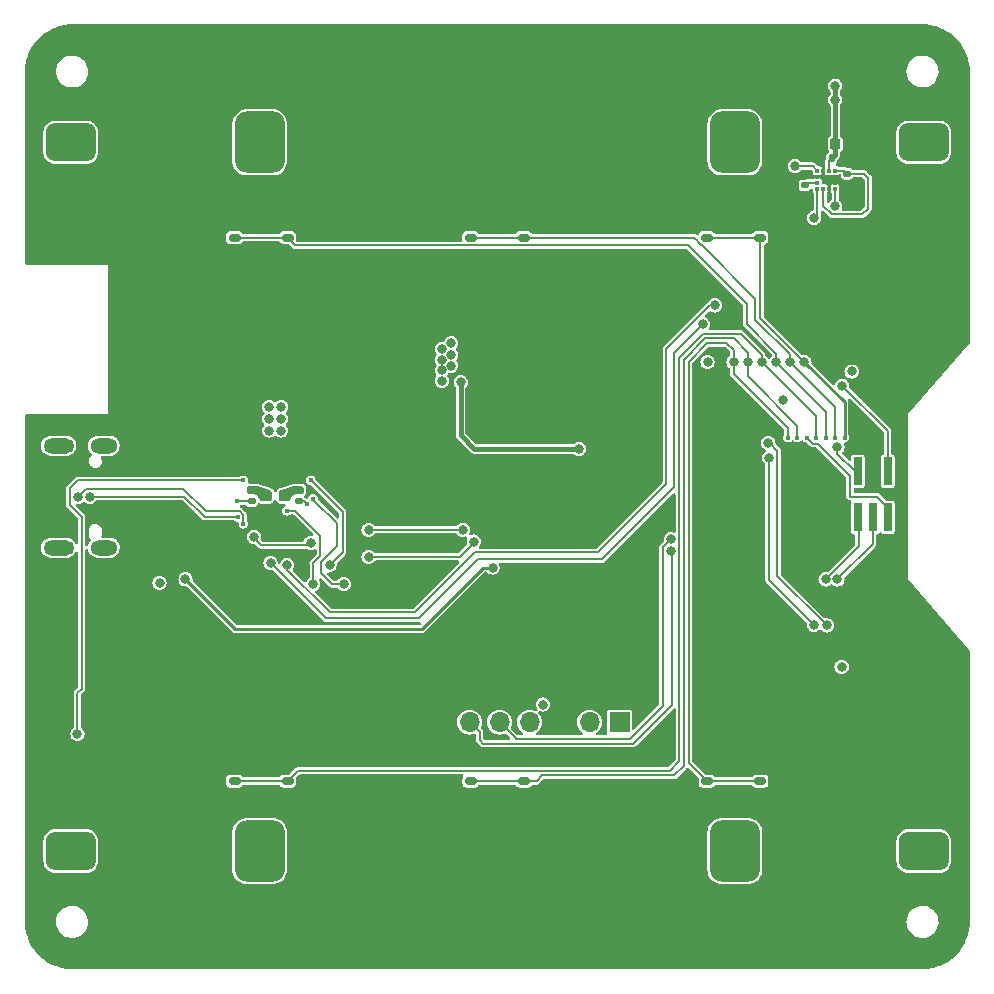
<source format=gbr>
%TF.GenerationSoftware,KiCad,Pcbnew,7.0.2*%
%TF.CreationDate,2023-05-28T21:21:49-04:00*%
%TF.ProjectId,AutoTiller,4175746f-5469-46c6-9c65-722e6b696361,rev?*%
%TF.SameCoordinates,Original*%
%TF.FileFunction,Copper,L4,Bot*%
%TF.FilePolarity,Positive*%
%FSLAX46Y46*%
G04 Gerber Fmt 4.6, Leading zero omitted, Abs format (unit mm)*
G04 Created by KiCad (PCBNEW 7.0.2) date 2023-05-28 21:21:49*
%MOMM*%
%LPD*%
G01*
G04 APERTURE LIST*
G04 Aperture macros list*
%AMRoundRect*
0 Rectangle with rounded corners*
0 $1 Rounding radius*
0 $2 $3 $4 $5 $6 $7 $8 $9 X,Y pos of 4 corners*
0 Add a 4 corners polygon primitive as box body*
4,1,4,$2,$3,$4,$5,$6,$7,$8,$9,$2,$3,0*
0 Add four circle primitives for the rounded corners*
1,1,$1+$1,$2,$3*
1,1,$1+$1,$4,$5*
1,1,$1+$1,$6,$7*
1,1,$1+$1,$8,$9*
0 Add four rect primitives between the rounded corners*
20,1,$1+$1,$2,$3,$4,$5,0*
20,1,$1+$1,$4,$5,$6,$7,0*
20,1,$1+$1,$6,$7,$8,$9,0*
20,1,$1+$1,$8,$9,$2,$3,0*%
G04 Aperture macros list end*
%TA.AperFunction,ComponentPad*%
%ADD10O,2.300000X1.300000*%
%TD*%
%TA.AperFunction,ComponentPad*%
%ADD11O,2.600000X1.300000*%
%TD*%
%TA.AperFunction,ComponentPad*%
%ADD12RoundRect,0.825000X-1.295000X-0.825000X1.295000X-0.825000X1.295000X0.825000X-1.295000X0.825000X0*%
%TD*%
%TA.AperFunction,ComponentPad*%
%ADD13RoundRect,1.060000X-1.060000X-1.540000X1.060000X-1.540000X1.060000X1.540000X-1.060000X1.540000X0*%
%TD*%
%TA.AperFunction,ComponentPad*%
%ADD14C,0.500000*%
%TD*%
%TA.AperFunction,SMDPad,CuDef*%
%ADD15R,3.100000X2.410000*%
%TD*%
%TA.AperFunction,ComponentPad*%
%ADD16R,1.700000X1.700000*%
%TD*%
%TA.AperFunction,ComponentPad*%
%ADD17O,1.700000X1.700000*%
%TD*%
%TA.AperFunction,ComponentPad*%
%ADD18RoundRect,0.825000X1.295000X0.825000X-1.295000X0.825000X-1.295000X-0.825000X1.295000X-0.825000X0*%
%TD*%
%TA.AperFunction,ComponentPad*%
%ADD19RoundRect,1.060000X1.060000X1.540000X-1.060000X1.540000X-1.060000X-1.540000X1.060000X-1.540000X0*%
%TD*%
%TA.AperFunction,SMDPad,CuDef*%
%ADD20RoundRect,0.140000X-0.170000X0.140000X-0.170000X-0.140000X0.170000X-0.140000X0.170000X0.140000X0*%
%TD*%
%TA.AperFunction,SMDPad,CuDef*%
%ADD21RoundRect,0.140000X0.140000X0.170000X-0.140000X0.170000X-0.140000X-0.170000X0.140000X-0.170000X0*%
%TD*%
%TA.AperFunction,SMDPad,CuDef*%
%ADD22RoundRect,0.225000X0.225000X0.250000X-0.225000X0.250000X-0.225000X-0.250000X0.225000X-0.250000X0*%
%TD*%
%TA.AperFunction,SMDPad,CuDef*%
%ADD23R,0.350000X0.375000*%
%TD*%
%TA.AperFunction,SMDPad,CuDef*%
%ADD24R,0.375000X0.350000*%
%TD*%
%TA.AperFunction,SMDPad,CuDef*%
%ADD25RoundRect,0.175000X0.325000X0.175000X-0.325000X0.175000X-0.325000X-0.175000X0.325000X-0.175000X0*%
%TD*%
%TA.AperFunction,SMDPad,CuDef*%
%ADD26RoundRect,0.140000X0.170000X-0.140000X0.170000X0.140000X-0.170000X0.140000X-0.170000X-0.140000X0*%
%TD*%
%TA.AperFunction,SMDPad,CuDef*%
%ADD27R,0.740000X2.400000*%
%TD*%
%TA.AperFunction,ViaPad*%
%ADD28C,0.800000*%
%TD*%
%TA.AperFunction,ViaPad*%
%ADD29C,0.410000*%
%TD*%
%TA.AperFunction,Conductor*%
%ADD30C,0.200000*%
%TD*%
%TA.AperFunction,Conductor*%
%ADD31C,0.150000*%
%TD*%
%TA.AperFunction,Conductor*%
%ADD32C,0.400000*%
%TD*%
%TA.AperFunction,Conductor*%
%ADD33C,0.250000*%
%TD*%
G04 APERTURE END LIST*
D10*
%TO.P,J1,S1,SHIELD*%
%TO.N,unconnected-(J1-SHIELD-PadS1)*%
X126675000Y-115680000D03*
D11*
X122850000Y-115680000D03*
D10*
X126675000Y-124320000D03*
D11*
X122850000Y-124320000D03*
%TD*%
D12*
%TO.P,BT1,1,+*%
%TO.N,VBAT*%
X123885000Y-150000000D03*
D13*
X139885000Y-150000000D03*
%TO.P,BT1,2,-*%
%TO.N,/BT1*%
X180115000Y-150000000D03*
D12*
X196115000Y-150000000D03*
%TD*%
D14*
%TO.P,DRV8251ADDAR1,9,PAD*%
%TO.N,GND*%
X169400000Y-130490000D03*
X168100000Y-130490000D03*
X166800000Y-130490000D03*
D15*
X168100000Y-131445000D03*
D14*
X169400000Y-132400000D03*
X168100000Y-132400000D03*
X166800000Y-132400000D03*
%TD*%
D16*
%TO.P,U3,1,MVCC*%
%TO.N,/OUT1*%
X170350000Y-139090000D03*
D17*
%TO.P,U3,2,MGND*%
%TO.N,/OUT2*%
X167810000Y-139090000D03*
%TO.P,U3,3,ENC_GND*%
%TO.N,GND*%
X165270000Y-139090000D03*
%TO.P,U3,4,ENC_VCC*%
%TO.N,+3.3V*%
X162730000Y-139090000D03*
%TO.P,U3,5,ENC_A*%
%TO.N,ENC_A*%
X160190000Y-139090000D03*
%TO.P,U3,6,ENC_B*%
%TO.N,ENC_B*%
X157650000Y-139090000D03*
%TD*%
D18*
%TO.P,BT2,1,+*%
%TO.N,/BT1*%
X196115000Y-90000000D03*
D19*
X180115000Y-90000000D03*
%TO.P,BT2,2,-*%
%TO.N,BT2*%
X139885000Y-90000000D03*
D18*
X123885000Y-90000000D03*
%TD*%
D20*
%TO.P,C37,1*%
%TO.N,Vdd_IO*%
X189637500Y-92670000D03*
%TO.P,C37,2*%
%TO.N,GND*%
X189637500Y-93630000D03*
%TD*%
%TO.P,C7,1*%
%TO.N,/SW2*%
X143200000Y-119440000D03*
%TO.P,C7,2*%
%TO.N,/BTST2*%
X143200000Y-120400000D03*
%TD*%
D21*
%TO.P,C39,1*%
%TO.N,+3.3V*%
X188317500Y-91350000D03*
%TO.P,C39,2*%
%TO.N,GND*%
X187357500Y-91350000D03*
%TD*%
D22*
%TO.P,C41,1*%
%TO.N,+3.3V*%
X188612500Y-90150000D03*
%TO.P,C41,2*%
%TO.N,GND*%
X187062500Y-90150000D03*
%TD*%
D23*
%TO.P,U2,1,SCL*%
%TO.N,SCL*%
X188587500Y-93912500D03*
%TO.P,U2,2,NC*%
%TO.N,GND*%
X188087500Y-93912500D03*
%TO.P,U2,3,CS*%
%TO.N,Vdd_IO*%
X187587500Y-93912500D03*
%TO.P,U2,4,SDA*%
%TO.N,SDA*%
X187087500Y-93912500D03*
D24*
%TO.P,U2,5,C1*%
%TO.N,Net-(U2-C1)*%
X187075000Y-93400000D03*
%TO.P,U2,6,GND*%
%TO.N,GND*%
X187075000Y-92900000D03*
D23*
%TO.P,U2,7,INT*%
%TO.N,Compass_INT*%
X187087500Y-92387500D03*
%TO.P,U2,8,GND*%
%TO.N,GND*%
X187587500Y-92387500D03*
%TO.P,U2,9,Vdd*%
%TO.N,+3.3V*%
X188087500Y-92387500D03*
%TO.P,U2,10,Vdd-IO*%
%TO.N,Vdd_IO*%
X188587500Y-92387500D03*
D24*
%TO.P,U2,11,NC*%
%TO.N,GND*%
X188600000Y-92900000D03*
%TO.P,U2,12,NC*%
X188600000Y-93400000D03*
%TD*%
D25*
%TO.P,SW3,1,1*%
%TO.N,GND*%
X162250000Y-95925000D03*
X157750000Y-95925000D03*
%TO.P,SW3,2,2*%
%TO.N,+15*%
X162250000Y-98075000D03*
X157750000Y-98075000D03*
%TD*%
%TO.P,SW2,1,1*%
%TO.N,GND*%
X142250000Y-141925000D03*
X137750000Y-141925000D03*
%TO.P,SW2,2,2*%
%TO.N,-1*%
X142250000Y-144075000D03*
X137750000Y-144075000D03*
%TD*%
%TO.P,SW7,1,1*%
%TO.N,GND*%
X182250000Y-95925000D03*
X177750000Y-95925000D03*
%TO.P,SW7,2,2*%
%TO.N,TackR*%
X182250000Y-98075000D03*
X177750000Y-98075000D03*
%TD*%
D26*
%TO.P,C36,1*%
%TO.N,Net-(U2-C1)*%
X186037500Y-93630000D03*
%TO.P,C36,2*%
%TO.N,GND*%
X186037500Y-92670000D03*
%TD*%
D25*
%TO.P,SW1,1,1*%
%TO.N,GND*%
X142250000Y-95925000D03*
X137750000Y-95925000D03*
%TO.P,SW1,2,2*%
%TO.N,+1*%
X142250000Y-98075000D03*
X137750000Y-98075000D03*
%TD*%
D27*
%TO.P,J2,1,Pin_1*%
%TO.N,ESP_EN*%
X193070000Y-121750000D03*
%TO.P,J2,2,Pin_2*%
%TO.N,+3.3V*%
X193070000Y-117850000D03*
%TO.P,J2,3,Pin_3*%
%TO.N,ESP_TXD*%
X191800000Y-121750000D03*
%TO.P,J2,4,Pin_4*%
%TO.N,GND*%
X191800000Y-117850000D03*
%TO.P,J2,5,Pin_5*%
%TO.N,ESP_RXD*%
X190530000Y-121750000D03*
%TO.P,J2,6,Pin_6*%
%TO.N,ESP_IO0*%
X190530000Y-117850000D03*
%TD*%
D25*
%TO.P,SW6,1,1*%
%TO.N,GND*%
X182250000Y-141925000D03*
X177750000Y-141925000D03*
%TO.P,SW6,2,2*%
%TO.N,TackL*%
X182250000Y-144075000D03*
X177750000Y-144075000D03*
%TD*%
D26*
%TO.P,C6,1*%
%TO.N,/BTST1*%
X139200000Y-120400000D03*
%TO.P,C6,2*%
%TO.N,/SW1*%
X139200000Y-119440000D03*
%TD*%
D25*
%TO.P,SW4,1,1*%
%TO.N,GND*%
X162250000Y-141925000D03*
X157750000Y-141925000D03*
%TO.P,SW4,2,2*%
%TO.N,-15*%
X162250000Y-144075000D03*
X157750000Y-144075000D03*
%TD*%
D28*
%TO.N,STAT*%
X124450000Y-140110000D03*
D29*
X138500000Y-118600000D03*
D28*
%TO.N,D+*%
X125500000Y-120000000D03*
D29*
X138003970Y-121696030D03*
D28*
%TO.N,D-*%
X124500497Y-120000000D03*
D29*
X138500000Y-122300000D03*
D28*
%TO.N,GND*%
X168400000Y-135500000D03*
X133000000Y-109000000D03*
X185600000Y-118600000D03*
X129000000Y-104000000D03*
X131000000Y-109000000D03*
X129000000Y-109000000D03*
X135000000Y-104000000D03*
X136800000Y-127400000D03*
X140400000Y-121100000D03*
X168400000Y-136700000D03*
X135000000Y-107000000D03*
X169100000Y-136100000D03*
X186800000Y-119800000D03*
X140900000Y-130400000D03*
X186800000Y-121200000D03*
X133000000Y-104000000D03*
X188000000Y-121200000D03*
X188000000Y-118600000D03*
X135000000Y-109000000D03*
X135000000Y-106000000D03*
X186800000Y-118600000D03*
X188000000Y-119800000D03*
X185600000Y-119800000D03*
X131000000Y-104000000D03*
X141381864Y-121097733D03*
X184950000Y-131100000D03*
X185600000Y-121200000D03*
X147600000Y-122000000D03*
X139600000Y-130400000D03*
X187062500Y-89137500D03*
X187062500Y-88262500D03*
%TO.N,QON*%
X139400000Y-123400000D03*
X149100000Y-122800000D03*
X144200000Y-123900000D03*
X157100000Y-122800000D03*
X149100000Y-122800000D03*
%TO.N,SCL*%
X187900000Y-130900000D03*
X188600000Y-95400000D03*
X140800000Y-125600000D03*
X177400000Y-105400000D03*
X182950000Y-115450000D03*
%TO.N,SDA*%
X178400000Y-103800000D03*
X183000000Y-116700000D03*
X186800000Y-96400000D03*
X142200000Y-125800000D03*
X186800000Y-130850000D03*
D29*
%TO.N,ESP_EN*%
X186200000Y-115000000D03*
D28*
%TO.N,+3.3V*%
X189200000Y-110600000D03*
X166912500Y-115950000D03*
X188612500Y-86400000D03*
X188612500Y-85200000D03*
X155300000Y-108400000D03*
X177800000Y-108600000D03*
X184200000Y-111800000D03*
X156100000Y-108000000D03*
X155300000Y-110200000D03*
X163850000Y-137600000D03*
X156100000Y-107000000D03*
X189150000Y-134400000D03*
X155300000Y-107500000D03*
X156900000Y-110300000D03*
X156100000Y-108900000D03*
X155300000Y-109300000D03*
X190000000Y-109400000D03*
X131400000Y-127300000D03*
%TO.N,+1*%
X183600000Y-108590000D03*
D29*
X187800000Y-115000000D03*
D28*
%TO.N,-1*%
X182400000Y-108610000D03*
D29*
X187000000Y-115000000D03*
%TO.N,+15*%
X188600000Y-115000000D03*
D28*
X184800000Y-108590000D03*
%TO.N,-15*%
X181200000Y-108590000D03*
D29*
X185400000Y-115000000D03*
D28*
%TO.N,TackL*%
X180000000Y-108590000D03*
D29*
X184600000Y-115000000D03*
D28*
%TO.N,TackR*%
X186000000Y-108590000D03*
D29*
X189400000Y-115000000D03*
D28*
%TO.N,ENC_B*%
X174700500Y-124600000D03*
%TO.N,S_LED*%
X133600000Y-127000000D03*
X159600000Y-125995000D03*
%TO.N,ESP_IO0*%
X188800000Y-115800000D03*
%TO.N,ENC_A*%
X174699945Y-123600498D03*
%TO.N,BC_INT*%
X149100000Y-125100000D03*
X158000000Y-123800000D03*
%TO.N,ESP_RXD*%
X187800000Y-127000000D03*
%TO.N,ESP_TXD*%
X188800000Y-127000000D03*
%TO.N,/INT*%
X147000000Y-127400000D03*
D29*
X144400000Y-120200000D03*
%TO.N,/SW2*%
X141700000Y-119700000D03*
D28*
X141700000Y-113400000D03*
X141700000Y-112400000D03*
X141700000Y-114400000D03*
D29*
X142100000Y-120100000D03*
%TO.N,/PROG*%
X142200000Y-121200000D03*
D28*
X144400000Y-127400000D03*
D29*
%TO.N,/BTST1*%
X138000000Y-120400000D03*
%TO.N,/BTST2*%
X143900000Y-120600000D03*
D28*
%TO.N,/SW1*%
X140700000Y-113400000D03*
D29*
X140600000Y-119700000D03*
D28*
X140700497Y-114400000D03*
X140700000Y-112400000D03*
D29*
X140200000Y-120200000D03*
D28*
%TO.N,/SDRV*%
X145800000Y-125800000D03*
D29*
X144200000Y-118600000D03*
D28*
%TO.N,Compass_INT*%
X185200000Y-92000000D03*
%TD*%
D30*
%TO.N,STAT*%
X124800000Y-136300000D02*
X124450000Y-136650000D01*
X124450000Y-136650000D02*
X124450000Y-140110000D01*
X124500000Y-118600000D02*
X123800000Y-119300000D01*
X123800000Y-119300000D02*
X123800000Y-120700000D01*
X123800000Y-120700000D02*
X124800000Y-121700000D01*
X124800000Y-121700000D02*
X124800000Y-136300000D01*
X138500000Y-118600000D02*
X124500000Y-118600000D01*
D31*
%TO.N,D+*%
X135221551Y-121721551D02*
X138000500Y-121721551D01*
X133500000Y-120000000D02*
X135221551Y-121721551D01*
X125500000Y-120000000D02*
X133500000Y-120000000D01*
%TO.N,D-*%
X124500497Y-120000000D02*
X125175497Y-119325000D01*
X138186056Y-121200000D02*
X138500000Y-121513944D01*
X138500000Y-121513944D02*
X138500000Y-122300000D01*
X125175497Y-119325000D02*
X133425000Y-119325000D01*
X133425000Y-119325000D02*
X135300000Y-121200000D01*
X135300000Y-121200000D02*
X138186056Y-121200000D01*
D30*
%TO.N,GND*%
X187587500Y-92387500D02*
X187587500Y-91580000D01*
X188137500Y-93400000D02*
X187637500Y-92900000D01*
X188087500Y-93450000D02*
X188087500Y-93912500D01*
D32*
X187062500Y-89137500D02*
X187062500Y-90150000D01*
D30*
X189637500Y-93630000D02*
X189800000Y-93792500D01*
X189407500Y-93400000D02*
X189637500Y-93630000D01*
X191800000Y-117780000D02*
X191870000Y-117850000D01*
X188137500Y-93400000D02*
X188087500Y-93450000D01*
D32*
X187062500Y-90150000D02*
X187062500Y-91055000D01*
D30*
X187587500Y-92850000D02*
X187587500Y-92387500D01*
X186267500Y-92900000D02*
X186037500Y-92670000D01*
X188600000Y-93400000D02*
X189407500Y-93400000D01*
X187075000Y-92900000D02*
X186267500Y-92900000D01*
X187587500Y-91580000D02*
X187357500Y-91350000D01*
D32*
X187062500Y-88262500D02*
X187062500Y-89137500D01*
X187062500Y-91055000D02*
X187357500Y-91350000D01*
D30*
X187637500Y-92900000D02*
X187587500Y-92850000D01*
X188600000Y-93400000D02*
X188137500Y-93400000D01*
X188600000Y-92900000D02*
X187637500Y-92900000D01*
D32*
X187062500Y-88262500D02*
X187062500Y-88137500D01*
D30*
%TO.N,QON*%
X139400000Y-123400000D02*
X139400000Y-123500000D01*
X157100000Y-122800000D02*
X149100000Y-122800000D01*
X140000000Y-124100000D02*
X144000000Y-124100000D01*
X139400000Y-123500000D02*
X140000000Y-124100000D01*
X144000000Y-124100000D02*
X144200000Y-123900000D01*
%TO.N,SCL*%
X153400000Y-130300000D02*
X158405000Y-125295000D01*
X183700000Y-126700000D02*
X183700000Y-116100000D01*
X158405000Y-125295000D02*
X168905000Y-125295000D01*
X145500000Y-130300000D02*
X153400000Y-130300000D01*
X175000000Y-107800000D02*
X177400000Y-105400000D01*
X175000000Y-119200000D02*
X175000000Y-107800000D01*
X140800000Y-125600000D02*
X145500000Y-130300000D01*
X188600000Y-95400000D02*
X188600000Y-93925000D01*
X183700000Y-116100000D02*
X183050000Y-115450000D01*
X168905000Y-125295000D02*
X175000000Y-119200000D01*
X188600000Y-93925000D02*
X188587500Y-93912500D01*
X187900000Y-130900000D02*
X183700000Y-126700000D01*
%TO.N,SDA*%
X158100000Y-124700000D02*
X153000000Y-129800000D01*
X168500000Y-124700000D02*
X158100000Y-124700000D01*
X174300000Y-107510050D02*
X174300000Y-118900000D01*
X183000000Y-116700000D02*
X183000000Y-127050000D01*
X187087500Y-93912500D02*
X187087500Y-96112500D01*
X145810050Y-129800000D02*
X142200000Y-126189950D01*
X183000000Y-127050000D02*
X186800000Y-130850000D01*
X142200000Y-126189950D02*
X142200000Y-125800000D01*
X187087500Y-96112500D02*
X186800000Y-96400000D01*
X153000000Y-129800000D02*
X145810050Y-129800000D01*
X174300000Y-118900000D02*
X168500000Y-124700000D01*
X178010050Y-103800000D02*
X174300000Y-107510050D01*
X178400000Y-103800000D02*
X178010050Y-103800000D01*
%TO.N,ESP_EN*%
X186725000Y-115525000D02*
X186200000Y-115000000D01*
X193070000Y-120920000D02*
X192150000Y-120000000D01*
X187125000Y-115525000D02*
X186725000Y-115525000D01*
X192150000Y-120000000D02*
X189860000Y-120000000D01*
X189860000Y-118260000D02*
X187125000Y-115525000D01*
X189860000Y-120000000D02*
X189860000Y-118260000D01*
X193070000Y-121750000D02*
X193070000Y-120920000D01*
D32*
%TO.N,+3.3V*%
X188612500Y-85200000D02*
X188612500Y-88187500D01*
D30*
X193070000Y-114470000D02*
X189200000Y-110600000D01*
D32*
X156900000Y-114800000D02*
X156900000Y-110300000D01*
D30*
X193070000Y-117850000D02*
X193070000Y-114470000D01*
D32*
X188612500Y-90150000D02*
X188612500Y-91055000D01*
X166912500Y-115950000D02*
X158050000Y-115950000D01*
X188612500Y-91055000D02*
X188317500Y-91350000D01*
X188612500Y-85200000D02*
X188612500Y-86400000D01*
D30*
X188087500Y-91580000D02*
X188317500Y-91350000D01*
X188087500Y-92387500D02*
X188087500Y-91580000D01*
D32*
X158050000Y-115950000D02*
X156900000Y-114800000D01*
X188612500Y-86400000D02*
X188612500Y-90150000D01*
D30*
%TO.N,+1*%
X183600000Y-108600000D02*
X187800000Y-112800000D01*
X183600000Y-107900000D02*
X183600000Y-108590000D01*
X187800000Y-112800000D02*
X187800000Y-115000000D01*
X142250000Y-98075000D02*
X142900000Y-98725000D01*
X176125000Y-98725000D02*
X181100000Y-103700000D01*
X142900000Y-98725000D02*
X176125000Y-98725000D01*
X142250000Y-98075000D02*
X137750000Y-98075000D01*
X181100000Y-105400000D02*
X183600000Y-107900000D01*
X181100000Y-103700000D02*
X181100000Y-105400000D01*
X183600000Y-108590000D02*
X183600000Y-108600000D01*
%TO.N,-1*%
X182400000Y-108610000D02*
X182400000Y-108000000D01*
X177434314Y-106200000D02*
X175400000Y-108234314D01*
X175400000Y-142400000D02*
X174600000Y-143200000D01*
X182410000Y-108610000D02*
X187000000Y-113200000D01*
X143125000Y-143200000D02*
X142250000Y-144075000D01*
X175400000Y-108234314D02*
X175400000Y-142400000D01*
X187000000Y-113200000D02*
X187000000Y-115000000D01*
X182400000Y-108610000D02*
X182410000Y-108610000D01*
X142250000Y-144075000D02*
X137750000Y-144075000D01*
X180600000Y-106200000D02*
X177434314Y-106200000D01*
X174600000Y-143200000D02*
X143125000Y-143200000D01*
X182400000Y-108000000D02*
X180600000Y-106200000D01*
%TO.N,+15*%
X176675000Y-98075000D02*
X176950000Y-98350000D01*
X184800000Y-107955686D02*
X184800000Y-108590000D01*
X184800000Y-108600000D02*
X188600000Y-112400000D01*
X162250000Y-98075000D02*
X176675000Y-98075000D01*
X176950000Y-98350000D02*
X176950000Y-98446751D01*
X184800000Y-108590000D02*
X184800000Y-108600000D01*
X188600000Y-112400000D02*
X188600000Y-115000000D01*
X181850000Y-103250000D02*
X181850000Y-105005686D01*
X177325000Y-98725000D02*
X181850000Y-103250000D01*
X176950000Y-98446751D02*
X177228249Y-98725000D01*
X177228249Y-98725000D02*
X177325000Y-98725000D01*
X181850000Y-105005686D02*
X184800000Y-107955686D01*
X157750000Y-98075000D02*
X162250000Y-98075000D01*
%TO.N,-15*%
X177600000Y-106600000D02*
X175800000Y-108400000D01*
X175800000Y-108400000D02*
X175800000Y-142800000D01*
X185400000Y-113989950D02*
X185400000Y-115000000D01*
X163800000Y-143600000D02*
X163325000Y-144075000D01*
X180000000Y-106600000D02*
X177600000Y-106600000D01*
X181200000Y-108590000D02*
X181200000Y-107800000D01*
X175000000Y-143600000D02*
X163800000Y-143600000D01*
X175800000Y-142800000D02*
X175000000Y-143600000D01*
X163325000Y-144075000D02*
X157750000Y-144075000D01*
X181200000Y-109789950D02*
X185400000Y-113989950D01*
X181200000Y-108590000D02*
X181200000Y-109789950D01*
X181200000Y-107800000D02*
X180000000Y-106600000D01*
%TO.N,TackL*%
X177750000Y-144075000D02*
X182250000Y-144075000D01*
X180000000Y-108590000D02*
X180000000Y-109600000D01*
X184600000Y-114200000D02*
X184600000Y-115000000D01*
X176200000Y-108565686D02*
X177765686Y-107000000D01*
X180000000Y-109600000D02*
X184600000Y-114200000D01*
X176200000Y-142525000D02*
X176200000Y-108565686D01*
X179400000Y-107000000D02*
X180000000Y-107600000D01*
X180000000Y-107600000D02*
X180000000Y-108590000D01*
X177765686Y-107000000D02*
X179400000Y-107000000D01*
X177750000Y-144075000D02*
X176200000Y-142525000D01*
%TO.N,TackR*%
X182250000Y-98075000D02*
X177750000Y-98075000D01*
X182250000Y-98075000D02*
X182250000Y-104840000D01*
D33*
X189400000Y-115000000D02*
X189400000Y-111990000D01*
X189400000Y-111990000D02*
X186000000Y-108590000D01*
D30*
X182250000Y-104840000D02*
X186000000Y-108590000D01*
%TO.N,ENC_B*%
X158500000Y-140600000D02*
X158500000Y-139940000D01*
X171500000Y-140900000D02*
X158800000Y-140900000D01*
X174750000Y-124649500D02*
X174750000Y-137650000D01*
X174750000Y-137650000D02*
X171500000Y-140900000D01*
X158800000Y-140900000D02*
X158500000Y-140600000D01*
X174700500Y-124600000D02*
X174750000Y-124649500D01*
X158500000Y-139940000D02*
X157650000Y-139090000D01*
D33*
%TO.N,S_LED*%
X159600000Y-125995000D02*
X158805000Y-125995000D01*
X137800000Y-131200000D02*
X133600000Y-127000000D01*
X158805000Y-125995000D02*
X153600000Y-131200000D01*
X153600000Y-131200000D02*
X137800000Y-131200000D01*
D30*
%TO.N,ESP_IO0*%
X190530000Y-117850000D02*
X190250000Y-117850000D01*
X188800000Y-116400000D02*
X188800000Y-115800000D01*
X190250000Y-117850000D02*
X188800000Y-116400000D01*
%TO.N,ENC_A*%
X174699945Y-123600498D02*
X174000000Y-124300443D01*
X171240000Y-140500000D02*
X161550000Y-140500000D01*
X161550000Y-140500000D02*
X161550000Y-140450000D01*
X174000000Y-137740000D02*
X171240000Y-140500000D01*
X174000000Y-124300443D02*
X174000000Y-137740000D01*
X161550000Y-140450000D02*
X160190000Y-139090000D01*
%TO.N,BC_INT*%
X158000000Y-123900000D02*
X156800000Y-125100000D01*
X156800000Y-125100000D02*
X149100000Y-125100000D01*
X158000000Y-123900000D02*
X158000000Y-123900000D01*
X158000000Y-123800000D02*
X158000000Y-123900000D01*
%TO.N,ESP_RXD*%
X190600000Y-121820000D02*
X190530000Y-121750000D01*
X190600000Y-124200000D02*
X190600000Y-121820000D01*
X187800000Y-127000000D02*
X190600000Y-124200000D01*
%TO.N,ESP_TXD*%
X191800000Y-122245684D02*
X191552158Y-121997842D01*
X191800000Y-124000000D02*
X191800000Y-122245684D01*
X188800000Y-127000000D02*
X191800000Y-124000000D01*
%TO.N,/INT*%
X145100000Y-125510050D02*
X146400000Y-124210050D01*
X146000000Y-127400000D02*
X145100000Y-126500000D01*
X147000000Y-127400000D02*
X146000000Y-127400000D01*
X145100000Y-126500000D02*
X145100000Y-125510050D01*
X146400000Y-124210050D02*
X146400000Y-122255714D01*
X146400000Y-122255714D02*
X144471398Y-120327112D01*
%TO.N,/PROG*%
X144400000Y-125644364D02*
X145000000Y-125044364D01*
X145000000Y-123300000D02*
X142900000Y-121200000D01*
X142900000Y-121200000D02*
X142200000Y-121200000D01*
X144400000Y-127400000D02*
X144400000Y-125644364D01*
X145000000Y-125044364D02*
X145000000Y-123300000D01*
%TO.N,/BTST1*%
X138000000Y-120400000D02*
X139200000Y-120400000D01*
%TO.N,/BTST2*%
X143909288Y-120652512D02*
X143656776Y-120400000D01*
X143656776Y-120400000D02*
X143200000Y-120400000D01*
D32*
%TO.N,/SW1*%
X139440000Y-119440000D02*
X139200000Y-119440000D01*
D30*
%TO.N,/SDRV*%
X144200000Y-118600000D02*
X146900000Y-121300000D01*
X146900000Y-124700000D02*
X145800000Y-125800000D01*
X146900000Y-121300000D02*
X146900000Y-124700000D01*
%TO.N,Compass_INT*%
X186700000Y-92000000D02*
X185200000Y-92000000D01*
X187087500Y-92387500D02*
X186700000Y-92000000D01*
%TO.N,Vdd_IO*%
X189355000Y-92387500D02*
X189637500Y-92670000D01*
X188587500Y-92387500D02*
X189355000Y-92387500D01*
X191070000Y-92670000D02*
X189637500Y-92670000D01*
X190900000Y-96100000D02*
X191400000Y-95600000D01*
X188310050Y-96100000D02*
X190900000Y-96100000D01*
X187587500Y-93912500D02*
X187587500Y-95377450D01*
X191400000Y-95600000D02*
X191400000Y-93000000D01*
X191400000Y-93000000D02*
X191070000Y-92670000D01*
X187587500Y-95377450D02*
X188310050Y-96100000D01*
%TO.N,Net-(U2-C1)*%
X187075000Y-93400000D02*
X186267500Y-93400000D01*
X186267500Y-93400000D02*
X186037500Y-93630000D01*
%TD*%
%TA.AperFunction,Conductor*%
%TO.N,GND*%
G36*
X196002855Y-80000632D02*
G01*
X196172951Y-80008495D01*
X196369795Y-80018166D01*
X196380787Y-80019201D01*
X196563357Y-80044668D01*
X196747242Y-80071946D01*
X196757422Y-80073894D01*
X196939341Y-80116681D01*
X197117878Y-80161402D01*
X197127095Y-80164097D01*
X197304478Y-80223550D01*
X197306618Y-80224292D01*
X197478220Y-80285692D01*
X197486519Y-80289004D01*
X197657980Y-80364712D01*
X197660909Y-80366051D01*
X197747263Y-80406892D01*
X197825119Y-80443715D01*
X197832411Y-80447465D01*
X197929135Y-80501341D01*
X197996435Y-80538827D01*
X197999810Y-80540777D01*
X198155371Y-80634017D01*
X198161670Y-80638058D01*
X198316699Y-80744256D01*
X198320459Y-80746935D01*
X198466009Y-80854882D01*
X198471305Y-80859040D01*
X198616009Y-80979200D01*
X198619947Y-80982617D01*
X198754206Y-81104303D01*
X198758590Y-81108478D01*
X198891520Y-81241408D01*
X198895698Y-81245795D01*
X199017375Y-81380045D01*
X199020805Y-81383998D01*
X199140951Y-81528684D01*
X199145124Y-81534000D01*
X199253041Y-81679509D01*
X199255742Y-81683299D01*
X199361940Y-81838328D01*
X199365999Y-81844656D01*
X199459200Y-82000153D01*
X199461171Y-82003563D01*
X199552525Y-82167573D01*
X199556291Y-82174896D01*
X199633947Y-82339089D01*
X199635286Y-82342018D01*
X199710994Y-82513479D01*
X199714311Y-82521791D01*
X199775666Y-82693265D01*
X199776487Y-82695634D01*
X199835894Y-82872881D01*
X199838606Y-82882157D01*
X199883317Y-83060653D01*
X199926102Y-83242567D01*
X199928052Y-83252753D01*
X199955337Y-83436689D01*
X199980794Y-83619186D01*
X199981834Y-83630230D01*
X199991512Y-83827238D01*
X199999368Y-83997144D01*
X199999500Y-84002871D01*
X199999500Y-106954320D01*
X199979815Y-107021359D01*
X199969205Y-107035531D01*
X194800000Y-112999997D01*
X194800000Y-127000002D01*
X199969205Y-132964467D01*
X199998236Y-133028020D01*
X199999500Y-133045678D01*
X199999500Y-155997128D01*
X199999368Y-156002855D01*
X199991517Y-156172668D01*
X199981834Y-156369767D01*
X199980794Y-156380813D01*
X199955337Y-156563309D01*
X199928052Y-156747242D01*
X199926101Y-156757433D01*
X199883317Y-156939344D01*
X199838605Y-157117845D01*
X199835895Y-157127113D01*
X199776487Y-157304364D01*
X199775666Y-157306733D01*
X199714311Y-157478207D01*
X199710994Y-157486519D01*
X199635286Y-157657980D01*
X199633947Y-157660909D01*
X199556291Y-157825102D01*
X199552525Y-157832425D01*
X199461171Y-157996435D01*
X199459200Y-157999845D01*
X199365999Y-158155342D01*
X199361940Y-158161670D01*
X199255742Y-158316699D01*
X199253041Y-158320489D01*
X199145135Y-158465984D01*
X199140935Y-158471334D01*
X199020851Y-158615947D01*
X199017331Y-158620004D01*
X198895717Y-158754183D01*
X198891520Y-158758590D01*
X198758590Y-158891520D01*
X198754183Y-158895717D01*
X198620004Y-159017331D01*
X198615947Y-159020851D01*
X198471334Y-159140935D01*
X198465984Y-159145135D01*
X198320489Y-159253041D01*
X198316699Y-159255742D01*
X198161670Y-159361940D01*
X198155342Y-159365999D01*
X197999845Y-159459200D01*
X197996435Y-159461171D01*
X197832425Y-159552525D01*
X197825102Y-159556291D01*
X197660909Y-159633947D01*
X197657980Y-159635286D01*
X197486519Y-159710994D01*
X197478207Y-159714311D01*
X197306733Y-159775666D01*
X197304364Y-159776487D01*
X197127117Y-159835894D01*
X197117841Y-159838606D01*
X196939346Y-159883317D01*
X196757431Y-159926102D01*
X196747245Y-159928052D01*
X196563310Y-159955337D01*
X196380812Y-159980794D01*
X196369768Y-159981834D01*
X196172761Y-159991512D01*
X196002855Y-159999368D01*
X195997128Y-159999500D01*
X124002872Y-159999500D01*
X123997145Y-159999368D01*
X123827238Y-159991512D01*
X123630231Y-159981834D01*
X123619185Y-159980794D01*
X123436690Y-159955337D01*
X123252756Y-159928052D01*
X123242565Y-159926101D01*
X123060655Y-159883317D01*
X122882153Y-159838605D01*
X122872885Y-159835895D01*
X122695634Y-159776487D01*
X122693265Y-159775666D01*
X122521791Y-159714311D01*
X122513479Y-159710994D01*
X122342018Y-159635286D01*
X122339089Y-159633947D01*
X122174896Y-159556291D01*
X122167573Y-159552525D01*
X122003563Y-159461171D01*
X122000153Y-159459200D01*
X121980648Y-159447509D01*
X121844645Y-159365992D01*
X121838328Y-159361940D01*
X121683299Y-159255742D01*
X121679509Y-159253041D01*
X121534000Y-159145124D01*
X121528684Y-159140951D01*
X121383998Y-159020805D01*
X121380045Y-159017375D01*
X121245795Y-158895698D01*
X121241408Y-158891520D01*
X121108478Y-158758590D01*
X121104303Y-158754206D01*
X120982617Y-158619947D01*
X120979200Y-158616009D01*
X120859040Y-158471305D01*
X120854882Y-158466009D01*
X120746935Y-158320459D01*
X120744256Y-158316699D01*
X120638058Y-158161670D01*
X120634017Y-158155371D01*
X120540777Y-157999810D01*
X120538827Y-157996435D01*
X120512261Y-157948740D01*
X120447465Y-157832411D01*
X120443715Y-157825119D01*
X120406892Y-157747263D01*
X120366051Y-157660909D01*
X120364712Y-157657980D01*
X120289004Y-157486519D01*
X120285692Y-157478220D01*
X120224292Y-157306618D01*
X120223550Y-157304478D01*
X120164096Y-157127091D01*
X120161400Y-157117867D01*
X120116675Y-156939315D01*
X120106986Y-156898119D01*
X120073891Y-156757408D01*
X120071948Y-156747256D01*
X120044674Y-156563399D01*
X120019201Y-156380789D01*
X120018166Y-156369797D01*
X120008483Y-156172667D01*
X120003167Y-156057690D01*
X120000630Y-156002812D01*
X120000500Y-155997171D01*
X120000500Y-155942309D01*
X122641828Y-155942309D01*
X122651613Y-156172665D01*
X122700190Y-156398064D01*
X122766591Y-156563309D01*
X122786159Y-156612006D01*
X122907049Y-156808343D01*
X122986061Y-156898118D01*
X123059381Y-156981427D01*
X123238768Y-157126272D01*
X123440063Y-157238721D01*
X123657464Y-157315534D01*
X123884713Y-157354500D01*
X123884715Y-157354500D01*
X124054904Y-157354500D01*
X124057535Y-157354500D01*
X124229739Y-157339843D01*
X124452869Y-157281745D01*
X124662971Y-157186773D01*
X124854000Y-157057659D01*
X125020462Y-156898119D01*
X125157566Y-156712742D01*
X125261370Y-156506860D01*
X125328886Y-156286397D01*
X125358172Y-156057694D01*
X125353270Y-155942309D01*
X194641828Y-155942309D01*
X194651613Y-156172665D01*
X194700190Y-156398064D01*
X194766591Y-156563309D01*
X194786159Y-156612006D01*
X194907049Y-156808343D01*
X194986061Y-156898118D01*
X195059381Y-156981427D01*
X195238768Y-157126272D01*
X195440063Y-157238721D01*
X195657464Y-157315534D01*
X195884713Y-157354500D01*
X195884715Y-157354500D01*
X196054904Y-157354500D01*
X196057535Y-157354500D01*
X196229739Y-157339843D01*
X196452869Y-157281745D01*
X196662971Y-157186773D01*
X196854000Y-157057659D01*
X197020462Y-156898119D01*
X197157566Y-156712742D01*
X197261370Y-156506860D01*
X197328886Y-156286397D01*
X197358172Y-156057694D01*
X197348386Y-155827332D01*
X197299810Y-155601938D01*
X197213841Y-155387994D01*
X197092951Y-155191657D01*
X196996032Y-155081535D01*
X196940618Y-155018572D01*
X196761231Y-154873727D01*
X196559936Y-154761278D01*
X196342535Y-154684465D01*
X196115287Y-154645500D01*
X196115285Y-154645500D01*
X195942465Y-154645500D01*
X195939849Y-154645722D01*
X195939840Y-154645723D01*
X195770262Y-154660156D01*
X195547129Y-154718255D01*
X195337029Y-154813226D01*
X195146000Y-154942340D01*
X194979537Y-155101881D01*
X194842434Y-155287257D01*
X194738630Y-155493139D01*
X194738630Y-155493140D01*
X194671114Y-155713603D01*
X194656551Y-155827334D01*
X194641828Y-155942309D01*
X125353270Y-155942309D01*
X125348386Y-155827332D01*
X125299810Y-155601938D01*
X125213841Y-155387994D01*
X125092951Y-155191657D01*
X124996032Y-155081535D01*
X124940618Y-155018572D01*
X124761231Y-154873727D01*
X124559936Y-154761278D01*
X124342535Y-154684465D01*
X124115287Y-154645500D01*
X124115285Y-154645500D01*
X123942465Y-154645500D01*
X123939849Y-154645722D01*
X123939840Y-154645723D01*
X123770262Y-154660156D01*
X123547129Y-154718255D01*
X123337029Y-154813226D01*
X123146000Y-154942340D01*
X122979537Y-155101881D01*
X122842434Y-155287257D01*
X122738630Y-155493139D01*
X122738630Y-155493140D01*
X122671114Y-155713603D01*
X122656551Y-155827334D01*
X122641828Y-155942309D01*
X120000500Y-155942309D01*
X120000500Y-150875380D01*
X121564500Y-150875380D01*
X121564797Y-150878397D01*
X121564798Y-150878414D01*
X121579337Y-151026031D01*
X121579338Y-151026033D01*
X121637977Y-151219341D01*
X121733202Y-151397494D01*
X121783275Y-151458508D01*
X121861352Y-151553647D01*
X121920625Y-151602290D01*
X122017506Y-151681798D01*
X122195659Y-151777023D01*
X122388967Y-151835662D01*
X122539620Y-151850500D01*
X122542670Y-151850500D01*
X125227330Y-151850500D01*
X125230380Y-151850500D01*
X125381033Y-151835662D01*
X125574341Y-151777023D01*
X125752494Y-151681798D01*
X125846395Y-151604736D01*
X137564500Y-151604736D01*
X137564690Y-151607155D01*
X137564691Y-151607170D01*
X137570565Y-151681798D01*
X137574987Y-151737983D01*
X137603339Y-151850500D01*
X137630427Y-151958003D01*
X137724259Y-152164581D01*
X137853472Y-152351089D01*
X138013910Y-152511527D01*
X138200418Y-152640739D01*
X138200418Y-152640740D01*
X138407000Y-152734574D01*
X138627017Y-152790013D01*
X138760264Y-152800500D01*
X138762709Y-152800500D01*
X141007291Y-152800500D01*
X141009736Y-152800500D01*
X141142983Y-152790013D01*
X141363000Y-152734574D01*
X141569582Y-152640740D01*
X141756089Y-152511527D01*
X141916527Y-152351089D01*
X142045740Y-152164582D01*
X142139574Y-151958000D01*
X142195013Y-151737983D01*
X142205500Y-151604736D01*
X177794500Y-151604736D01*
X177794690Y-151607155D01*
X177794691Y-151607170D01*
X177800565Y-151681798D01*
X177804987Y-151737983D01*
X177833339Y-151850500D01*
X177860427Y-151958003D01*
X177954259Y-152164581D01*
X178083472Y-152351089D01*
X178243910Y-152511527D01*
X178430417Y-152640740D01*
X178430418Y-152640740D01*
X178637000Y-152734574D01*
X178857017Y-152790013D01*
X178990264Y-152800500D01*
X178992709Y-152800500D01*
X181237291Y-152800500D01*
X181239736Y-152800500D01*
X181372983Y-152790013D01*
X181593000Y-152734574D01*
X181799582Y-152640740D01*
X181986089Y-152511527D01*
X182146527Y-152351089D01*
X182275740Y-152164582D01*
X182369574Y-151958000D01*
X182425013Y-151737983D01*
X182435500Y-151604736D01*
X182435500Y-150875380D01*
X193794500Y-150875380D01*
X193794797Y-150878397D01*
X193794798Y-150878414D01*
X193809337Y-151026031D01*
X193809338Y-151026033D01*
X193867977Y-151219341D01*
X193963202Y-151397494D01*
X194013275Y-151458508D01*
X194091352Y-151553647D01*
X194150625Y-151602290D01*
X194247506Y-151681798D01*
X194425659Y-151777023D01*
X194618967Y-151835662D01*
X194769620Y-151850500D01*
X194772670Y-151850500D01*
X197457330Y-151850500D01*
X197460380Y-151850500D01*
X197611033Y-151835662D01*
X197804341Y-151777023D01*
X197982494Y-151681798D01*
X198138647Y-151553647D01*
X198266798Y-151397494D01*
X198362023Y-151219341D01*
X198420662Y-151026033D01*
X198435500Y-150875380D01*
X198435500Y-149124620D01*
X198420662Y-148973967D01*
X198362023Y-148780659D01*
X198266798Y-148602506D01*
X198202722Y-148524429D01*
X198138647Y-148446352D01*
X198043508Y-148368275D01*
X197982494Y-148318202D01*
X197804341Y-148222977D01*
X197707687Y-148193657D01*
X197611031Y-148164337D01*
X197463414Y-148149798D01*
X197463397Y-148149797D01*
X197460380Y-148149500D01*
X194769620Y-148149500D01*
X194766603Y-148149797D01*
X194766585Y-148149798D01*
X194618968Y-148164337D01*
X194425656Y-148222978D01*
X194247507Y-148318201D01*
X194091352Y-148446352D01*
X193963201Y-148602507D01*
X193867978Y-148780656D01*
X193809337Y-148973968D01*
X193794798Y-149121585D01*
X193794797Y-149121603D01*
X193794500Y-149124620D01*
X193794500Y-150875380D01*
X182435500Y-150875380D01*
X182435500Y-148395264D01*
X182425013Y-148262017D01*
X182369574Y-148042000D01*
X182275740Y-147835418D01*
X182275739Y-147835417D01*
X182146527Y-147648910D01*
X181986089Y-147488472D01*
X181799581Y-147359259D01*
X181593003Y-147265427D01*
X181593001Y-147265426D01*
X181593000Y-147265426D01*
X181372983Y-147209987D01*
X181344447Y-147207741D01*
X181242170Y-147199691D01*
X181242155Y-147199690D01*
X181239736Y-147199500D01*
X178990264Y-147199500D01*
X178987845Y-147199690D01*
X178987829Y-147199691D01*
X178871284Y-147208864D01*
X178857017Y-147209987D01*
X178643687Y-147263740D01*
X178636996Y-147265427D01*
X178430418Y-147359259D01*
X178243910Y-147488472D01*
X178083472Y-147648910D01*
X177954259Y-147835418D01*
X177860427Y-148041996D01*
X177860425Y-148042000D01*
X177860426Y-148042000D01*
X177833264Y-148149798D01*
X177804987Y-148262018D01*
X177794691Y-148392829D01*
X177794690Y-148392845D01*
X177794500Y-148395264D01*
X177794500Y-151604736D01*
X142205500Y-151604736D01*
X142205500Y-148395264D01*
X142195013Y-148262017D01*
X142139574Y-148042000D01*
X142045740Y-147835418D01*
X141916527Y-147648910D01*
X141756089Y-147488472D01*
X141569581Y-147359259D01*
X141363003Y-147265427D01*
X141363001Y-147265426D01*
X141363000Y-147265426D01*
X141142983Y-147209987D01*
X141114447Y-147207741D01*
X141012170Y-147199691D01*
X141012155Y-147199690D01*
X141009736Y-147199500D01*
X138760264Y-147199500D01*
X138757845Y-147199690D01*
X138757829Y-147199691D01*
X138641284Y-147208864D01*
X138627017Y-147209987D01*
X138413687Y-147263740D01*
X138406996Y-147265427D01*
X138200418Y-147359259D01*
X138013910Y-147488472D01*
X137853472Y-147648910D01*
X137724259Y-147835418D01*
X137630427Y-148041996D01*
X137630425Y-148042000D01*
X137630426Y-148042000D01*
X137603264Y-148149798D01*
X137574987Y-148262018D01*
X137564691Y-148392829D01*
X137564690Y-148392845D01*
X137564500Y-148395264D01*
X137564500Y-151604736D01*
X125846395Y-151604736D01*
X125908647Y-151553647D01*
X126036798Y-151397494D01*
X126132023Y-151219341D01*
X126190662Y-151026033D01*
X126205500Y-150875380D01*
X126205500Y-149124620D01*
X126190662Y-148973967D01*
X126132023Y-148780659D01*
X126036798Y-148602506D01*
X125972722Y-148524429D01*
X125908647Y-148446352D01*
X125813508Y-148368275D01*
X125752494Y-148318202D01*
X125574341Y-148222977D01*
X125477687Y-148193657D01*
X125381031Y-148164337D01*
X125233414Y-148149798D01*
X125233397Y-148149797D01*
X125230380Y-148149500D01*
X122539620Y-148149500D01*
X122536603Y-148149797D01*
X122536585Y-148149798D01*
X122388968Y-148164337D01*
X122195656Y-148222978D01*
X122017507Y-148318201D01*
X121861352Y-148446352D01*
X121733201Y-148602507D01*
X121637978Y-148780656D01*
X121579337Y-148973968D01*
X121564798Y-149121585D01*
X121564797Y-149121603D01*
X121564500Y-149124620D01*
X121564500Y-150875380D01*
X120000500Y-150875380D01*
X120000500Y-124273685D01*
X121345740Y-124273685D01*
X121355754Y-124458407D01*
X121405245Y-124636658D01*
X121491899Y-124800103D01*
X121611663Y-124941100D01*
X121758936Y-125053055D01*
X121926830Y-125130731D01*
X121926831Y-125130731D01*
X121926833Y-125130732D01*
X122107503Y-125170500D01*
X123542754Y-125170500D01*
X123546113Y-125170500D01*
X123683910Y-125155514D01*
X123859221Y-125096444D01*
X124017736Y-125001070D01*
X124152041Y-124873849D01*
X124255858Y-124720730D01*
X124260305Y-124709568D01*
X124303402Y-124654576D01*
X124369390Y-124631613D01*
X124437318Y-124647971D01*
X124485619Y-124698456D01*
X124499499Y-124755462D01*
X124499499Y-136124166D01*
X124479814Y-136191205D01*
X124463180Y-136211847D01*
X124286475Y-136388552D01*
X124272639Y-136398508D01*
X124234523Y-136440318D01*
X124230573Y-136444454D01*
X124217141Y-136457886D01*
X124208087Y-136469317D01*
X124190083Y-136489067D01*
X124187578Y-136495534D01*
X124174259Y-136520802D01*
X124170343Y-136526518D01*
X124164228Y-136552517D01*
X124159151Y-136568913D01*
X124149500Y-136593826D01*
X124149500Y-136600752D01*
X124146206Y-136629142D01*
X124144621Y-136635880D01*
X124148311Y-136662333D01*
X124149500Y-136679464D01*
X124149500Y-139522517D01*
X124129815Y-139589556D01*
X124100986Y-139620893D01*
X124021717Y-139681717D01*
X123925463Y-139807159D01*
X123864956Y-139953237D01*
X123844317Y-140109999D01*
X123864956Y-140266762D01*
X123925463Y-140412840D01*
X124021717Y-140538282D01*
X124138438Y-140627844D01*
X124147159Y-140634536D01*
X124293238Y-140695044D01*
X124450000Y-140715682D01*
X124606762Y-140695044D01*
X124752841Y-140634536D01*
X124878282Y-140538282D01*
X124974536Y-140412841D01*
X125035044Y-140266762D01*
X125055682Y-140110000D01*
X125035044Y-139953238D01*
X124974536Y-139807159D01*
X124962650Y-139791669D01*
X124878282Y-139681717D01*
X124799014Y-139620893D01*
X124757811Y-139564465D01*
X124750500Y-139522517D01*
X124750500Y-136825832D01*
X124770185Y-136758793D01*
X124786815Y-136738155D01*
X124963518Y-136561451D01*
X124977353Y-136551498D01*
X124984225Y-136543959D01*
X124984228Y-136543958D01*
X125015488Y-136509666D01*
X125019379Y-136505590D01*
X125032174Y-136492797D01*
X125032178Y-136492790D01*
X125032868Y-136492101D01*
X125041922Y-136480671D01*
X125059915Y-136460934D01*
X125059914Y-136460934D01*
X125059916Y-136460933D01*
X125062417Y-136454474D01*
X125075748Y-136429186D01*
X125079656Y-136423481D01*
X125079655Y-136423481D01*
X125079657Y-136423480D01*
X125085775Y-136397467D01*
X125090845Y-136381093D01*
X125100500Y-136356173D01*
X125100500Y-136349248D01*
X125103794Y-136320857D01*
X125105379Y-136314119D01*
X125101689Y-136287665D01*
X125100500Y-136270535D01*
X125100500Y-127299999D01*
X130794317Y-127299999D01*
X130814956Y-127456762D01*
X130875463Y-127602840D01*
X130971717Y-127728282D01*
X131097159Y-127824535D01*
X131097159Y-127824536D01*
X131243238Y-127885044D01*
X131400000Y-127905682D01*
X131556762Y-127885044D01*
X131702841Y-127824536D01*
X131828282Y-127728282D01*
X131924536Y-127602841D01*
X131985044Y-127456762D01*
X132005682Y-127300000D01*
X131985044Y-127143238D01*
X131924536Y-126997159D01*
X131911950Y-126980756D01*
X131828282Y-126871717D01*
X131702840Y-126775463D01*
X131556762Y-126714956D01*
X131399999Y-126694317D01*
X131243237Y-126714956D01*
X131097159Y-126775463D01*
X130971717Y-126871717D01*
X130875463Y-126997159D01*
X130814956Y-127143237D01*
X130794317Y-127299999D01*
X125100500Y-127299999D01*
X125100500Y-124539213D01*
X125120185Y-124472174D01*
X125172989Y-124426419D01*
X125242147Y-124416475D01*
X125305703Y-124445500D01*
X125343477Y-124504278D01*
X125343980Y-124506040D01*
X125380245Y-124636658D01*
X125466899Y-124800103D01*
X125586663Y-124941100D01*
X125733936Y-125053055D01*
X125901830Y-125130731D01*
X125901831Y-125130731D01*
X125901833Y-125130732D01*
X126082503Y-125170500D01*
X127217754Y-125170500D01*
X127221113Y-125170500D01*
X127358910Y-125155514D01*
X127534221Y-125096444D01*
X127692736Y-125001070D01*
X127827041Y-124873849D01*
X127930858Y-124720730D01*
X127981327Y-124594062D01*
X127999330Y-124548878D01*
X127999330Y-124548877D01*
X127999331Y-124548875D01*
X128029260Y-124366317D01*
X128019245Y-124181593D01*
X128018050Y-124177290D01*
X127969754Y-124003341D01*
X127883100Y-123839896D01*
X127776324Y-123714190D01*
X127763337Y-123698900D01*
X127763336Y-123698899D01*
X127616063Y-123586944D01*
X127448169Y-123509268D01*
X127267497Y-123469500D01*
X126592848Y-123469500D01*
X126525809Y-123449815D01*
X126480054Y-123397011D01*
X126470110Y-123327853D01*
X126473446Y-123312045D01*
X126477478Y-123297657D01*
X126504500Y-123201214D01*
X126504500Y-122837073D01*
X126488957Y-122723991D01*
X126428230Y-122584182D01*
X126343321Y-122479815D01*
X126332033Y-122465940D01*
X126207503Y-122378038D01*
X126063878Y-122326994D01*
X125911805Y-122316592D01*
X125911804Y-122316592D01*
X125861746Y-122326994D01*
X125762563Y-122347604D01*
X125627223Y-122417731D01*
X125515825Y-122521769D01*
X125477872Y-122584182D01*
X125436625Y-122652010D01*
X125416457Y-122723989D01*
X125395500Y-122798786D01*
X125395499Y-123158689D01*
X125395500Y-123158703D01*
X125395500Y-123162927D01*
X125396075Y-123167111D01*
X125396076Y-123167124D01*
X125411043Y-123276010D01*
X125458403Y-123385044D01*
X125471770Y-123415818D01*
X125527635Y-123484485D01*
X125578722Y-123547279D01*
X125576144Y-123549375D01*
X125602363Y-123582429D01*
X125609295Y-123651954D01*
X125577539Y-123714190D01*
X125572715Y-123719019D01*
X125522958Y-123766151D01*
X125419140Y-123919272D01*
X125350669Y-124091122D01*
X125346867Y-124114318D01*
X125316596Y-124177290D01*
X125257085Y-124213899D01*
X125187229Y-124212523D01*
X125129206Y-124173598D01*
X125101438Y-124109483D01*
X125100500Y-124094257D01*
X125100500Y-121769249D01*
X125103244Y-121752423D01*
X125102773Y-121742238D01*
X125102774Y-121742236D01*
X125100632Y-121695908D01*
X125100500Y-121690182D01*
X125100500Y-121671181D01*
X125098818Y-121656697D01*
X125097585Y-121630009D01*
X125094785Y-121623668D01*
X125086332Y-121596367D01*
X125085061Y-121589568D01*
X125085061Y-121589567D01*
X125070997Y-121566853D01*
X125062994Y-121551669D01*
X125058317Y-121541076D01*
X125052206Y-121527235D01*
X125047310Y-121522339D01*
X125029563Y-121499933D01*
X125025919Y-121494048D01*
X125004602Y-121477950D01*
X124991648Y-121466677D01*
X124332880Y-120807909D01*
X124299395Y-120746586D01*
X124304379Y-120676894D01*
X124346251Y-120620961D01*
X124411715Y-120596544D01*
X124436745Y-120597288D01*
X124500497Y-120605682D01*
X124657259Y-120585044D01*
X124803338Y-120524536D01*
X124924763Y-120431362D01*
X124989931Y-120406170D01*
X125058375Y-120420208D01*
X125075734Y-120431364D01*
X125186058Y-120516018D01*
X125197159Y-120524536D01*
X125343238Y-120585044D01*
X125500000Y-120605682D01*
X125656762Y-120585044D01*
X125802841Y-120524536D01*
X125928282Y-120428282D01*
X125945249Y-120406170D01*
X126008290Y-120324014D01*
X126064718Y-120282811D01*
X126106666Y-120275500D01*
X133334522Y-120275500D01*
X133401561Y-120295185D01*
X133422203Y-120311819D01*
X134998921Y-121888537D01*
X135014342Y-121907327D01*
X135022927Y-121920175D01*
X135035771Y-121928757D01*
X135035778Y-121928763D01*
X135045929Y-121935545D01*
X135054517Y-121941283D01*
X135114056Y-121981066D01*
X135194418Y-121997051D01*
X135194419Y-121997051D01*
X135206397Y-121999433D01*
X135206398Y-121999434D01*
X135221551Y-122002448D01*
X135236704Y-121999434D01*
X135260895Y-121997051D01*
X137680164Y-121997051D01*
X137747203Y-122016736D01*
X137759247Y-122026442D01*
X137877101Y-122086491D01*
X137994764Y-122105127D01*
X138057899Y-122135056D01*
X138094830Y-122194368D01*
X138097839Y-122246998D01*
X138089444Y-122299999D01*
X138109538Y-122426868D01*
X138167853Y-122541318D01*
X138258681Y-122632146D01*
X138373131Y-122690461D01*
X138500000Y-122710555D01*
X138626868Y-122690461D01*
X138741318Y-122632146D01*
X138832146Y-122541318D01*
X138890461Y-122426868D01*
X138910555Y-122300000D01*
X138897085Y-122214956D01*
X138890461Y-122173131D01*
X138832146Y-122058681D01*
X138811819Y-122038354D01*
X138778334Y-121977031D01*
X138775500Y-121950673D01*
X138775500Y-121553287D01*
X138777883Y-121529095D01*
X138778819Y-121524389D01*
X138780897Y-121513944D01*
X138773250Y-121475500D01*
X138759515Y-121406449D01*
X138698624Y-121315320D01*
X138685776Y-121306735D01*
X138666986Y-121291314D01*
X138408683Y-121033011D01*
X138393261Y-121014219D01*
X138384679Y-121001375D01*
X138361679Y-120986007D01*
X138320783Y-120958681D01*
X138274270Y-120927602D01*
X138229465Y-120873990D01*
X138220758Y-120804665D01*
X138250912Y-120741638D01*
X138310355Y-120704918D01*
X138343161Y-120700500D01*
X138657597Y-120700500D01*
X138724636Y-120720185D01*
X138745278Y-120736819D01*
X138831683Y-120823224D01*
X138875882Y-120843834D01*
X138940513Y-120873972D01*
X138990099Y-120880500D01*
X139409900Y-120880499D01*
X139459487Y-120873972D01*
X139568316Y-120823224D01*
X139653224Y-120738316D01*
X139703972Y-120629487D01*
X139704190Y-120627826D01*
X139732452Y-120563932D01*
X139790775Y-120525458D01*
X139860639Y-120524623D01*
X139897774Y-120542284D01*
X139895595Y-120540845D01*
X139898443Y-120542602D01*
X139898590Y-120542672D01*
X139898825Y-120542838D01*
X139898844Y-120542850D01*
X139901954Y-120545043D01*
X139905313Y-120546840D01*
X139905315Y-120546842D01*
X139906477Y-120547464D01*
X139933693Y-120562030D01*
X139980679Y-120580176D01*
X140048193Y-120597106D01*
X140072998Y-120601730D01*
X140090996Y-120603952D01*
X140116175Y-120605500D01*
X140158326Y-120605500D01*
X140177725Y-120607027D01*
X140200000Y-120610555D01*
X140222275Y-120607027D01*
X140241674Y-120605500D01*
X140691190Y-120605500D01*
X140692712Y-120605500D01*
X140712856Y-120604510D01*
X140727293Y-120603088D01*
X140747242Y-120600129D01*
X140802193Y-120589198D01*
X140840741Y-120577505D01*
X140867416Y-120566456D01*
X140902944Y-120547465D01*
X140943351Y-120520466D01*
X140974492Y-120494909D01*
X140994909Y-120474492D01*
X141020466Y-120443351D01*
X141047465Y-120402944D01*
X141066456Y-120367416D01*
X141077505Y-120340741D01*
X141081337Y-120328106D01*
X141119631Y-120269666D01*
X141183442Y-120241206D01*
X141252509Y-120251763D01*
X141304905Y-120297985D01*
X141318660Y-120328101D01*
X141321607Y-120337818D01*
X141322494Y-120340740D01*
X141323656Y-120343546D01*
X141323657Y-120343548D01*
X141332381Y-120364612D01*
X141332387Y-120364625D01*
X141333542Y-120367413D01*
X141352533Y-120402943D01*
X141379535Y-120443354D01*
X141392313Y-120458924D01*
X141403162Y-120472143D01*
X141403167Y-120472148D01*
X141405092Y-120474494D01*
X141425505Y-120494907D01*
X141456644Y-120520463D01*
X141459161Y-120522145D01*
X141459164Y-120522147D01*
X141471289Y-120530249D01*
X141497053Y-120547464D01*
X141532583Y-120566456D01*
X141559258Y-120577505D01*
X141597807Y-120589198D01*
X141652759Y-120600129D01*
X141672707Y-120603088D01*
X141687144Y-120604510D01*
X141707288Y-120605500D01*
X141708810Y-120605500D01*
X141957083Y-120605500D01*
X142024122Y-120625185D01*
X142069877Y-120677989D01*
X142079821Y-120747147D01*
X142050796Y-120810703D01*
X142013378Y-120839985D01*
X141958680Y-120867854D01*
X141867853Y-120958681D01*
X141809538Y-121073131D01*
X141789444Y-121200000D01*
X141809538Y-121326868D01*
X141867853Y-121441318D01*
X141958681Y-121532146D01*
X142073131Y-121590461D01*
X142200000Y-121610555D01*
X142326868Y-121590461D01*
X142373180Y-121566864D01*
X142458818Y-121523230D01*
X142459408Y-121524389D01*
X142497969Y-121503334D01*
X142524327Y-121500500D01*
X142724167Y-121500500D01*
X142791206Y-121520185D01*
X142811848Y-121536819D01*
X144367044Y-123092015D01*
X144400529Y-123153338D01*
X144395545Y-123223030D01*
X144353673Y-123278963D01*
X144288209Y-123303380D01*
X144263178Y-123302635D01*
X144200000Y-123294317D01*
X144043237Y-123314956D01*
X143897159Y-123375463D01*
X143771717Y-123471717D01*
X143675463Y-123597159D01*
X143623359Y-123722952D01*
X143579518Y-123777356D01*
X143513224Y-123799421D01*
X143508798Y-123799500D01*
X140175833Y-123799500D01*
X140108794Y-123779815D01*
X140088152Y-123763181D01*
X140013371Y-123688400D01*
X139979886Y-123627077D01*
X139983749Y-123573058D01*
X139982913Y-123572948D01*
X139984760Y-123558913D01*
X139984870Y-123557385D01*
X139985008Y-123557033D01*
X139986017Y-123549375D01*
X140005682Y-123400000D01*
X139985044Y-123243238D01*
X139924536Y-123097159D01*
X139884516Y-123045004D01*
X139828282Y-122971717D01*
X139702840Y-122875463D01*
X139556762Y-122814956D01*
X139400000Y-122794317D01*
X139243237Y-122814956D01*
X139097159Y-122875463D01*
X138971717Y-122971717D01*
X138875463Y-123097159D01*
X138814956Y-123243237D01*
X138794317Y-123400000D01*
X138814956Y-123556762D01*
X138875463Y-123702840D01*
X138971717Y-123828282D01*
X139053347Y-123890918D01*
X139097159Y-123924536D01*
X139243238Y-123985044D01*
X139379361Y-124002964D01*
X139399999Y-124005682D01*
X139399999Y-124005681D01*
X139400000Y-124005682D01*
X139410694Y-124004274D01*
X139479729Y-124015039D01*
X139514561Y-124039532D01*
X139738550Y-124263521D01*
X139748507Y-124277358D01*
X139756041Y-124284226D01*
X139756042Y-124284228D01*
X139768697Y-124295765D01*
X139790316Y-124315474D01*
X139794457Y-124319429D01*
X139807888Y-124332860D01*
X139819328Y-124341922D01*
X139839065Y-124359915D01*
X139839066Y-124359915D01*
X139839067Y-124359916D01*
X139845340Y-124362346D01*
X139845523Y-124362417D01*
X139870810Y-124375745D01*
X139876519Y-124379656D01*
X139902514Y-124385769D01*
X139918910Y-124390846D01*
X139943827Y-124400500D01*
X139950751Y-124400500D01*
X139979140Y-124403793D01*
X139985881Y-124405379D01*
X140012333Y-124401688D01*
X140029465Y-124400500D01*
X143823742Y-124400500D01*
X143890781Y-124420185D01*
X143896699Y-124424346D01*
X143966889Y-124453419D01*
X144043238Y-124485044D01*
X144200000Y-124505682D01*
X144356762Y-124485044D01*
X144481135Y-124433527D01*
X144517924Y-124418289D01*
X144518456Y-124419575D01*
X144565178Y-124401511D01*
X144633624Y-124415547D01*
X144683615Y-124464359D01*
X144699500Y-124525081D01*
X144699500Y-124868530D01*
X144679815Y-124935569D01*
X144663181Y-124956211D01*
X144236475Y-125382916D01*
X144222639Y-125392872D01*
X144184523Y-125434682D01*
X144180573Y-125438818D01*
X144167141Y-125452250D01*
X144158087Y-125463681D01*
X144140083Y-125483431D01*
X144137578Y-125489898D01*
X144124259Y-125515166D01*
X144120343Y-125520882D01*
X144114228Y-125546881D01*
X144109151Y-125563277D01*
X144099500Y-125588190D01*
X144099500Y-125595116D01*
X144096206Y-125623506D01*
X144094621Y-125630244D01*
X144098311Y-125656697D01*
X144099500Y-125673828D01*
X144099500Y-126812517D01*
X144079815Y-126879556D01*
X144050986Y-126910893D01*
X143971717Y-126971717D01*
X143875463Y-127097158D01*
X143845936Y-127168445D01*
X143802095Y-127222848D01*
X143735801Y-127244913D01*
X143668101Y-127227634D01*
X143643694Y-127208673D01*
X142720381Y-126285360D01*
X142686896Y-126224037D01*
X142691880Y-126154345D01*
X142709688Y-126122191D01*
X142724536Y-126102841D01*
X142785044Y-125956762D01*
X142805682Y-125800000D01*
X142785044Y-125643238D01*
X142724536Y-125497159D01*
X142705990Y-125472989D01*
X142628282Y-125371717D01*
X142502840Y-125275463D01*
X142356762Y-125214956D01*
X142200000Y-125194317D01*
X142043237Y-125214956D01*
X141897159Y-125275463D01*
X141771717Y-125371717D01*
X141675463Y-125497158D01*
X141637570Y-125588642D01*
X141593729Y-125643045D01*
X141527435Y-125665110D01*
X141459735Y-125647831D01*
X141412125Y-125596693D01*
X141400070Y-125557374D01*
X141399791Y-125555255D01*
X141385044Y-125443238D01*
X141324536Y-125297159D01*
X141307888Y-125275463D01*
X141228282Y-125171717D01*
X141102840Y-125075463D01*
X140956762Y-125014956D01*
X140800000Y-124994317D01*
X140643237Y-125014956D01*
X140497159Y-125075463D01*
X140371717Y-125171717D01*
X140275463Y-125297159D01*
X140214956Y-125443237D01*
X140194317Y-125600000D01*
X140214956Y-125756762D01*
X140275463Y-125902840D01*
X140371717Y-126028282D01*
X140468884Y-126102840D01*
X140497159Y-126124536D01*
X140643238Y-126185044D01*
X140779361Y-126202964D01*
X140799999Y-126205682D01*
X140799999Y-126205681D01*
X140800000Y-126205682D01*
X140899061Y-126192640D01*
X140968095Y-126203405D01*
X141002927Y-126227898D01*
X145238550Y-130463521D01*
X145248507Y-130477358D01*
X145256041Y-130484226D01*
X145256042Y-130484228D01*
X145269429Y-130496432D01*
X145290316Y-130515474D01*
X145294457Y-130519429D01*
X145307888Y-130532860D01*
X145319328Y-130541922D01*
X145339065Y-130559915D01*
X145339066Y-130559915D01*
X145339067Y-130559916D01*
X145345526Y-130562418D01*
X145370809Y-130575745D01*
X145376520Y-130579657D01*
X145402517Y-130585771D01*
X145418908Y-130590846D01*
X145443827Y-130600500D01*
X145450752Y-130600500D01*
X145479142Y-130603794D01*
X145485881Y-130605379D01*
X145512332Y-130601689D01*
X145529464Y-130600500D01*
X153330757Y-130600500D01*
X153347577Y-130603243D01*
X153357762Y-130602772D01*
X153357765Y-130602773D01*
X153404080Y-130600631D01*
X153409805Y-130600500D01*
X153439343Y-130600500D01*
X153439343Y-130604756D01*
X153486586Y-130609509D01*
X153541288Y-130652976D01*
X153563807Y-130719118D01*
X153546992Y-130786934D01*
X153527602Y-130812071D01*
X153501492Y-130838181D01*
X153440172Y-130871666D01*
X153413812Y-130874500D01*
X137986188Y-130874500D01*
X137919149Y-130854815D01*
X137898507Y-130838181D01*
X134232011Y-127171685D01*
X134198526Y-127110362D01*
X134196753Y-127067818D01*
X134204660Y-127007765D01*
X134205682Y-127000000D01*
X134203148Y-126980756D01*
X134196102Y-126927233D01*
X134185044Y-126843238D01*
X134124536Y-126697159D01*
X134081026Y-126640455D01*
X134028282Y-126571717D01*
X133902840Y-126475463D01*
X133756762Y-126414956D01*
X133600000Y-126394317D01*
X133443237Y-126414956D01*
X133297159Y-126475463D01*
X133171717Y-126571717D01*
X133075463Y-126697159D01*
X133014956Y-126843237D01*
X132994317Y-127000000D01*
X133014956Y-127156762D01*
X133075463Y-127302840D01*
X133171717Y-127428282D01*
X133297159Y-127524535D01*
X133297159Y-127524536D01*
X133443238Y-127585044D01*
X133578413Y-127602840D01*
X133599999Y-127605682D01*
X133599999Y-127605681D01*
X133600000Y-127605682D01*
X133667818Y-127596753D01*
X133736853Y-127607518D01*
X133771685Y-127632011D01*
X137555950Y-131416276D01*
X137563258Y-131424250D01*
X137587545Y-131453194D01*
X137611594Y-131467079D01*
X137620256Y-131472080D01*
X137629379Y-131477892D01*
X137660316Y-131499554D01*
X137660317Y-131499554D01*
X137661198Y-131500171D01*
X137685891Y-131510400D01*
X137686954Y-131510587D01*
X137686955Y-131510588D01*
X137724143Y-131517145D01*
X137734706Y-131519487D01*
X137771192Y-131529264D01*
X137771192Y-131529263D01*
X137771193Y-131529264D01*
X137808819Y-131525971D01*
X137819627Y-131525500D01*
X153580373Y-131525500D01*
X153591180Y-131525971D01*
X153628807Y-131529264D01*
X153665324Y-131519478D01*
X153675830Y-131517149D01*
X153713045Y-131510588D01*
X153713047Y-131510586D01*
X153714112Y-131510399D01*
X153738799Y-131500173D01*
X153739682Y-131499554D01*
X153739684Y-131499554D01*
X153770625Y-131477887D01*
X153779722Y-131472091D01*
X153812455Y-131453194D01*
X153836748Y-131424241D01*
X153844036Y-131416288D01*
X158903506Y-126356819D01*
X158964830Y-126323334D01*
X158991188Y-126320500D01*
X159031701Y-126320500D01*
X159098740Y-126340185D01*
X159130076Y-126369013D01*
X159171718Y-126423282D01*
X159297159Y-126519536D01*
X159443238Y-126580044D01*
X159600000Y-126600682D01*
X159756762Y-126580044D01*
X159902841Y-126519536D01*
X160028282Y-126423282D01*
X160124536Y-126297841D01*
X160185044Y-126151762D01*
X160205682Y-125995000D01*
X160185044Y-125838238D01*
X160158804Y-125774889D01*
X160155517Y-125766952D01*
X160148048Y-125697482D01*
X160179324Y-125635003D01*
X160239413Y-125599352D01*
X160270078Y-125595500D01*
X168835757Y-125595500D01*
X168852577Y-125598243D01*
X168862762Y-125597772D01*
X168862765Y-125597773D01*
X168909080Y-125595631D01*
X168914805Y-125595500D01*
X168933824Y-125595500D01*
X168948318Y-125593817D01*
X168974992Y-125592585D01*
X168981330Y-125589786D01*
X169008633Y-125581332D01*
X169015433Y-125580061D01*
X169038143Y-125565998D01*
X169053325Y-125557996D01*
X169077765Y-125547206D01*
X169082659Y-125542311D01*
X169105063Y-125524564D01*
X169110952Y-125520919D01*
X169127053Y-125499595D01*
X169138313Y-125486656D01*
X174887821Y-119737149D01*
X174949142Y-119703666D01*
X175018834Y-119708650D01*
X175074767Y-119750522D01*
X175099184Y-119815986D01*
X175099500Y-119824832D01*
X175099500Y-122930443D01*
X175079815Y-122997482D01*
X175027011Y-123043237D01*
X174957853Y-123053181D01*
X174928048Y-123045004D01*
X174856707Y-123015454D01*
X174699944Y-122994815D01*
X174543182Y-123015454D01*
X174397104Y-123075961D01*
X174271662Y-123172215D01*
X174175408Y-123297657D01*
X174114901Y-123443735D01*
X174094262Y-123600498D01*
X174107304Y-123699558D01*
X174096538Y-123768593D01*
X174072046Y-123803424D01*
X173836475Y-124038995D01*
X173822639Y-124048951D01*
X173784523Y-124090761D01*
X173780573Y-124094897D01*
X173767141Y-124108329D01*
X173758087Y-124119760D01*
X173740083Y-124139510D01*
X173737578Y-124145977D01*
X173724259Y-124171245D01*
X173720343Y-124176961D01*
X173714228Y-124202960D01*
X173709151Y-124219356D01*
X173699500Y-124244269D01*
X173699500Y-124251195D01*
X173696206Y-124279585D01*
X173694621Y-124286323D01*
X173698311Y-124312776D01*
X173699500Y-124329907D01*
X173699500Y-137564165D01*
X173679815Y-137631204D01*
X173663181Y-137651846D01*
X171612181Y-139702846D01*
X171550858Y-139736331D01*
X171481166Y-139731347D01*
X171425233Y-139689475D01*
X171400816Y-139624011D01*
X171400500Y-139615165D01*
X171400500Y-138220251D01*
X171388867Y-138161769D01*
X171344552Y-138095447D01*
X171278230Y-138051132D01*
X171219749Y-138039500D01*
X171219748Y-138039500D01*
X169480252Y-138039500D01*
X169480251Y-138039500D01*
X169421769Y-138051132D01*
X169355447Y-138095447D01*
X169311132Y-138161769D01*
X169300184Y-138216814D01*
X169299500Y-138220252D01*
X169299500Y-139959748D01*
X169305999Y-139992423D01*
X169315945Y-140042422D01*
X169314660Y-140042677D01*
X169324245Y-140073291D01*
X169305758Y-140140670D01*
X169253778Y-140187359D01*
X169200265Y-140199500D01*
X168457790Y-140199500D01*
X168390751Y-140179815D01*
X168344996Y-140127011D01*
X168335052Y-140057853D01*
X168364077Y-139994297D01*
X168387284Y-139975766D01*
X168387010Y-139975432D01*
X168556410Y-139836410D01*
X168562027Y-139829566D01*
X168687685Y-139676450D01*
X168785232Y-139493954D01*
X168845300Y-139295934D01*
X168865583Y-139090000D01*
X168845300Y-138884066D01*
X168785232Y-138686046D01*
X168687685Y-138503550D01*
X168622047Y-138423570D01*
X168556410Y-138343589D01*
X168406121Y-138220252D01*
X168396450Y-138212315D01*
X168274949Y-138147371D01*
X168213956Y-138114769D01*
X168213955Y-138114768D01*
X168213954Y-138114768D01*
X168114944Y-138084733D01*
X168015932Y-138054699D01*
X167810000Y-138034417D01*
X167604067Y-138054699D01*
X167469736Y-138095448D01*
X167409251Y-138113796D01*
X167406043Y-138114769D01*
X167223551Y-138212314D01*
X167063589Y-138343589D01*
X166932314Y-138503551D01*
X166834769Y-138686043D01*
X166774699Y-138884067D01*
X166754417Y-139089999D01*
X166774699Y-139295932D01*
X166774700Y-139295934D01*
X166834768Y-139493954D01*
X166932315Y-139676450D01*
X166953978Y-139702846D01*
X167063589Y-139836410D01*
X167232990Y-139975432D01*
X167231709Y-139976992D01*
X167270507Y-140015103D01*
X167285968Y-140083241D01*
X167262137Y-140148921D01*
X167206580Y-140191290D01*
X167162210Y-140199500D01*
X163377790Y-140199500D01*
X163310751Y-140179815D01*
X163264996Y-140127011D01*
X163255052Y-140057853D01*
X163284077Y-139994297D01*
X163307284Y-139975766D01*
X163307010Y-139975432D01*
X163476410Y-139836410D01*
X163482027Y-139829566D01*
X163607685Y-139676450D01*
X163705232Y-139493954D01*
X163765300Y-139295934D01*
X163785583Y-139090000D01*
X163765300Y-138884066D01*
X163705232Y-138686046D01*
X163607685Y-138503550D01*
X163546376Y-138428845D01*
X163481664Y-138349991D01*
X163454352Y-138285681D01*
X163466143Y-138216814D01*
X163513296Y-138165254D01*
X163580839Y-138147371D01*
X163624966Y-138156765D01*
X163693238Y-138185044D01*
X163850000Y-138205682D01*
X164006762Y-138185044D01*
X164152841Y-138124536D01*
X164278282Y-138028282D01*
X164374536Y-137902841D01*
X164435044Y-137756762D01*
X164455682Y-137600000D01*
X164435044Y-137443238D01*
X164374536Y-137297159D01*
X164278282Y-137171717D01*
X164152840Y-137075463D01*
X164006762Y-137014956D01*
X163850000Y-136994317D01*
X163693237Y-137014956D01*
X163547159Y-137075463D01*
X163421717Y-137171717D01*
X163325463Y-137297159D01*
X163264956Y-137443237D01*
X163244317Y-137600000D01*
X163264956Y-137756762D01*
X163325463Y-137902840D01*
X163384809Y-137980182D01*
X163410003Y-138045351D01*
X163395964Y-138113796D01*
X163347150Y-138163786D01*
X163279059Y-138179449D01*
X163227980Y-138165026D01*
X163133956Y-138114769D01*
X163133955Y-138114768D01*
X163133954Y-138114768D01*
X163034944Y-138084733D01*
X162935932Y-138054699D01*
X162730000Y-138034417D01*
X162524067Y-138054699D01*
X162389736Y-138095448D01*
X162329251Y-138113796D01*
X162326043Y-138114769D01*
X162143551Y-138212314D01*
X161983589Y-138343589D01*
X161852314Y-138503551D01*
X161754769Y-138686043D01*
X161694699Y-138884067D01*
X161674417Y-139089999D01*
X161694699Y-139295932D01*
X161694700Y-139295934D01*
X161754768Y-139493954D01*
X161852315Y-139676450D01*
X161873978Y-139702846D01*
X161983589Y-139836410D01*
X162152990Y-139975432D01*
X162151709Y-139976992D01*
X162190507Y-140015103D01*
X162205968Y-140083241D01*
X162182137Y-140148921D01*
X162126580Y-140191290D01*
X162082210Y-140199500D01*
X161775834Y-140199500D01*
X161708795Y-140179815D01*
X161688153Y-140163181D01*
X161179298Y-139654326D01*
X161145813Y-139593003D01*
X161150797Y-139523311D01*
X161157616Y-139508201D01*
X161165232Y-139493954D01*
X161225300Y-139295934D01*
X161245583Y-139090000D01*
X161225300Y-138884066D01*
X161165232Y-138686046D01*
X161067685Y-138503550D01*
X161002047Y-138423570D01*
X160936410Y-138343589D01*
X160786121Y-138220252D01*
X160776450Y-138212315D01*
X160654949Y-138147371D01*
X160593956Y-138114769D01*
X160593955Y-138114768D01*
X160593954Y-138114768D01*
X160494944Y-138084733D01*
X160395932Y-138054699D01*
X160190000Y-138034417D01*
X159984067Y-138054699D01*
X159849736Y-138095448D01*
X159789251Y-138113796D01*
X159786043Y-138114769D01*
X159603551Y-138212314D01*
X159443589Y-138343589D01*
X159312314Y-138503551D01*
X159214769Y-138686043D01*
X159154699Y-138884067D01*
X159134417Y-139089999D01*
X159154699Y-139295932D01*
X159154700Y-139295934D01*
X159214768Y-139493954D01*
X159312315Y-139676450D01*
X159333978Y-139702846D01*
X159443589Y-139836410D01*
X159517049Y-139896696D01*
X159603550Y-139967685D01*
X159786046Y-140065232D01*
X159984066Y-140125300D01*
X160190000Y-140145583D01*
X160395934Y-140125300D01*
X160593954Y-140065232D01*
X160608193Y-140057620D01*
X160676589Y-140043377D01*
X160741834Y-140068375D01*
X160754326Y-140079297D01*
X161062848Y-140387819D01*
X161096333Y-140449142D01*
X161091349Y-140518834D01*
X161049477Y-140574767D01*
X160984013Y-140599184D01*
X160975167Y-140599500D01*
X158975834Y-140599500D01*
X158908795Y-140579815D01*
X158888152Y-140563180D01*
X158836818Y-140511845D01*
X158803334Y-140450522D01*
X158800500Y-140424165D01*
X158800500Y-140009249D01*
X158803244Y-139992423D01*
X158802773Y-139982237D01*
X158802774Y-139982236D01*
X158800632Y-139935898D01*
X158800500Y-139930173D01*
X158800500Y-139911181D01*
X158798820Y-139896704D01*
X158797586Y-139870009D01*
X158794788Y-139863672D01*
X158786330Y-139836359D01*
X158785061Y-139829567D01*
X158773554Y-139810982D01*
X158771002Y-139806861D01*
X158762994Y-139791669D01*
X158752206Y-139767235D01*
X158747310Y-139762339D01*
X158729563Y-139739933D01*
X158725919Y-139734048D01*
X158704602Y-139717950D01*
X158691648Y-139706677D01*
X158639297Y-139654326D01*
X158605812Y-139593003D01*
X158610796Y-139523311D01*
X158617609Y-139508213D01*
X158625232Y-139493954D01*
X158685300Y-139295934D01*
X158705583Y-139090000D01*
X158685300Y-138884066D01*
X158625232Y-138686046D01*
X158527685Y-138503550D01*
X158462047Y-138423569D01*
X158396410Y-138343589D01*
X158246121Y-138220252D01*
X158236450Y-138212315D01*
X158114949Y-138147371D01*
X158053956Y-138114769D01*
X158053955Y-138114768D01*
X158053954Y-138114768D01*
X157954944Y-138084733D01*
X157855932Y-138054699D01*
X157672497Y-138036632D01*
X157650000Y-138034417D01*
X157649999Y-138034417D01*
X157444067Y-138054699D01*
X157309736Y-138095448D01*
X157249251Y-138113796D01*
X157246043Y-138114769D01*
X157063551Y-138212314D01*
X156903589Y-138343589D01*
X156772314Y-138503551D01*
X156674769Y-138686043D01*
X156614699Y-138884067D01*
X156594417Y-139089999D01*
X156614699Y-139295932D01*
X156614700Y-139295934D01*
X156674768Y-139493954D01*
X156772315Y-139676450D01*
X156793978Y-139702846D01*
X156903589Y-139836410D01*
X156977049Y-139896696D01*
X157063550Y-139967685D01*
X157246046Y-140065232D01*
X157444066Y-140125300D01*
X157650000Y-140145583D01*
X157855934Y-140125300D01*
X158039508Y-140069613D01*
X158109372Y-140068991D01*
X158168484Y-140106239D01*
X158198075Y-140169533D01*
X158199500Y-140188275D01*
X158199500Y-140530756D01*
X158196756Y-140547577D01*
X158199368Y-140604078D01*
X158199500Y-140609804D01*
X158199500Y-140628818D01*
X158201181Y-140643307D01*
X158202415Y-140669993D01*
X158205213Y-140676330D01*
X158213666Y-140703626D01*
X158214938Y-140710434D01*
X158228997Y-140733140D01*
X158237002Y-140748327D01*
X158247792Y-140772763D01*
X158252688Y-140777659D01*
X158270434Y-140800063D01*
X158274081Y-140805952D01*
X158295396Y-140822048D01*
X158308351Y-140833322D01*
X158538550Y-141063521D01*
X158548507Y-141077358D01*
X158556041Y-141084226D01*
X158556042Y-141084228D01*
X158569429Y-141096432D01*
X158590316Y-141115474D01*
X158594457Y-141119429D01*
X158607888Y-141132860D01*
X158619328Y-141141922D01*
X158639065Y-141159915D01*
X158639066Y-141159915D01*
X158639067Y-141159916D01*
X158645340Y-141162346D01*
X158645523Y-141162417D01*
X158670810Y-141175745D01*
X158676519Y-141179656D01*
X158702514Y-141185769D01*
X158718910Y-141190846D01*
X158743827Y-141200500D01*
X158750751Y-141200500D01*
X158779140Y-141203793D01*
X158785881Y-141205379D01*
X158812333Y-141201688D01*
X158829465Y-141200500D01*
X171430757Y-141200500D01*
X171447577Y-141203243D01*
X171457762Y-141202772D01*
X171457765Y-141202773D01*
X171504080Y-141200631D01*
X171509805Y-141200500D01*
X171528824Y-141200500D01*
X171543318Y-141198817D01*
X171569992Y-141197585D01*
X171576330Y-141194786D01*
X171603633Y-141186332D01*
X171610433Y-141185061D01*
X171633143Y-141170998D01*
X171648325Y-141162996D01*
X171672765Y-141152206D01*
X171677659Y-141147311D01*
X171700063Y-141129564D01*
X171705952Y-141125919D01*
X171722053Y-141104595D01*
X171733313Y-141091656D01*
X174887821Y-137937148D01*
X174949142Y-137903665D01*
X175018834Y-137908649D01*
X175074767Y-137950521D01*
X175099184Y-138015985D01*
X175099500Y-138024831D01*
X175099500Y-142224166D01*
X175079815Y-142291205D01*
X175063181Y-142311847D01*
X174511848Y-142863181D01*
X174450525Y-142896666D01*
X174424167Y-142899500D01*
X143194244Y-142899500D01*
X143177423Y-142896756D01*
X143134309Y-142898749D01*
X143120920Y-142899368D01*
X143115196Y-142899500D01*
X143096183Y-142899500D01*
X143081695Y-142901181D01*
X143055005Y-142902415D01*
X143048666Y-142905214D01*
X143021379Y-142913664D01*
X143014568Y-142914937D01*
X142991856Y-142928999D01*
X142976673Y-142937002D01*
X142952234Y-142947793D01*
X142947337Y-142952691D01*
X142924940Y-142970432D01*
X142919047Y-142974081D01*
X142902950Y-142995396D01*
X142891679Y-143008348D01*
X142411848Y-143488181D01*
X142350525Y-143521666D01*
X142324167Y-143524500D01*
X141889364Y-143524500D01*
X141840704Y-143531589D01*
X141816374Y-143535134D01*
X141703787Y-143590174D01*
X141615175Y-143678786D01*
X141602380Y-143704960D01*
X141555252Y-143756542D01*
X141490979Y-143774500D01*
X138509021Y-143774500D01*
X138441982Y-143754815D01*
X138397620Y-143704960D01*
X138397619Y-143704958D01*
X138384826Y-143678789D01*
X138384824Y-143678787D01*
X138384824Y-143678786D01*
X138296212Y-143590174D01*
X138183625Y-143535134D01*
X138183624Y-143535133D01*
X138110636Y-143524500D01*
X137389364Y-143524500D01*
X137340704Y-143531589D01*
X137316374Y-143535134D01*
X137203787Y-143590174D01*
X137115174Y-143678787D01*
X137060134Y-143791374D01*
X137060134Y-143791375D01*
X137049500Y-143864364D01*
X137049500Y-144285636D01*
X137057128Y-144337994D01*
X137060134Y-144358625D01*
X137115174Y-144471212D01*
X137203787Y-144559825D01*
X137203788Y-144559825D01*
X137203789Y-144559826D01*
X137316375Y-144614866D01*
X137389364Y-144625500D01*
X137389366Y-144625500D01*
X138110634Y-144625500D01*
X138110636Y-144625500D01*
X138183625Y-144614866D01*
X138296211Y-144559826D01*
X138384826Y-144471211D01*
X138397620Y-144445039D01*
X138444748Y-144393458D01*
X138509021Y-144375500D01*
X141490979Y-144375500D01*
X141558018Y-144395185D01*
X141602380Y-144445040D01*
X141615175Y-144471213D01*
X141703787Y-144559825D01*
X141703788Y-144559825D01*
X141703789Y-144559826D01*
X141816375Y-144614866D01*
X141889364Y-144625500D01*
X141889366Y-144625500D01*
X142610634Y-144625500D01*
X142610636Y-144625500D01*
X142683625Y-144614866D01*
X142796211Y-144559826D01*
X142884826Y-144471211D01*
X142939866Y-144358625D01*
X142950500Y-144285636D01*
X142950500Y-143864364D01*
X142950500Y-143855378D01*
X142953194Y-143855378D01*
X142961019Y-143800135D01*
X142986235Y-143763734D01*
X143213153Y-143536816D01*
X143274475Y-143503334D01*
X143300833Y-143500500D01*
X157003689Y-143500500D01*
X157070728Y-143520185D01*
X157116483Y-143572989D01*
X157126427Y-143642147D01*
X157115090Y-143678960D01*
X157068384Y-143774500D01*
X157060134Y-143791375D01*
X157049500Y-143864364D01*
X157049500Y-144285636D01*
X157057128Y-144337994D01*
X157060134Y-144358625D01*
X157115174Y-144471212D01*
X157203787Y-144559825D01*
X157203788Y-144559825D01*
X157203789Y-144559826D01*
X157316375Y-144614866D01*
X157389364Y-144625500D01*
X157389366Y-144625500D01*
X158110634Y-144625500D01*
X158110636Y-144625500D01*
X158183625Y-144614866D01*
X158296211Y-144559826D01*
X158384826Y-144471211D01*
X158397620Y-144445039D01*
X158444748Y-144393458D01*
X158509021Y-144375500D01*
X161490979Y-144375500D01*
X161558018Y-144395185D01*
X161602380Y-144445040D01*
X161615175Y-144471213D01*
X161703787Y-144559825D01*
X161703788Y-144559825D01*
X161703789Y-144559826D01*
X161816375Y-144614866D01*
X161889364Y-144625500D01*
X161889366Y-144625500D01*
X162610634Y-144625500D01*
X162610636Y-144625500D01*
X162683625Y-144614866D01*
X162796211Y-144559826D01*
X162884826Y-144471211D01*
X162897620Y-144445039D01*
X162944748Y-144393458D01*
X163009021Y-144375500D01*
X163255757Y-144375500D01*
X163272577Y-144378243D01*
X163282762Y-144377772D01*
X163282765Y-144377773D01*
X163329080Y-144375631D01*
X163334805Y-144375500D01*
X163353824Y-144375500D01*
X163368318Y-144373817D01*
X163394992Y-144372585D01*
X163401330Y-144369786D01*
X163428633Y-144361332D01*
X163435433Y-144360061D01*
X163458143Y-144345998D01*
X163473325Y-144337996D01*
X163497765Y-144327206D01*
X163502659Y-144322311D01*
X163525063Y-144304564D01*
X163530952Y-144300919D01*
X163547053Y-144279595D01*
X163558306Y-144266663D01*
X163888153Y-143936816D01*
X163949475Y-143903334D01*
X163975833Y-143900500D01*
X174930757Y-143900500D01*
X174947577Y-143903243D01*
X174957762Y-143902772D01*
X174957765Y-143902773D01*
X175004080Y-143900631D01*
X175009805Y-143900500D01*
X175028824Y-143900500D01*
X175043318Y-143898817D01*
X175069992Y-143897585D01*
X175076330Y-143894786D01*
X175103633Y-143886332D01*
X175110433Y-143885061D01*
X175133143Y-143870998D01*
X175148325Y-143862996D01*
X175172765Y-143852206D01*
X175177659Y-143847311D01*
X175200063Y-143829564D01*
X175205952Y-143825919D01*
X175222053Y-143804595D01*
X175233313Y-143791656D01*
X175963518Y-143061451D01*
X175977353Y-143051498D01*
X175984225Y-143043959D01*
X175984228Y-143043958D01*
X176015488Y-143009666D01*
X176019379Y-143005590D01*
X176032174Y-142992797D01*
X176032178Y-142992790D01*
X176032865Y-142992104D01*
X176041900Y-142980694D01*
X176044443Y-142977904D01*
X176104144Y-142941614D01*
X176173992Y-142943360D01*
X176223775Y-142973746D01*
X177013759Y-143763730D01*
X177047244Y-143825053D01*
X177048299Y-143855379D01*
X177049500Y-143855379D01*
X177049500Y-143864363D01*
X177049500Y-143864364D01*
X177049500Y-144285636D01*
X177057128Y-144337994D01*
X177060134Y-144358625D01*
X177115174Y-144471212D01*
X177203787Y-144559825D01*
X177203788Y-144559825D01*
X177203789Y-144559826D01*
X177316375Y-144614866D01*
X177389364Y-144625500D01*
X177389366Y-144625500D01*
X178110634Y-144625500D01*
X178110636Y-144625500D01*
X178183625Y-144614866D01*
X178296211Y-144559826D01*
X178384826Y-144471211D01*
X178397620Y-144445039D01*
X178444748Y-144393458D01*
X178509021Y-144375500D01*
X181490979Y-144375500D01*
X181558018Y-144395185D01*
X181602380Y-144445040D01*
X181615175Y-144471213D01*
X181703787Y-144559825D01*
X181703788Y-144559825D01*
X181703789Y-144559826D01*
X181816375Y-144614866D01*
X181889364Y-144625500D01*
X181889366Y-144625500D01*
X182610634Y-144625500D01*
X182610636Y-144625500D01*
X182683625Y-144614866D01*
X182796211Y-144559826D01*
X182884826Y-144471211D01*
X182939866Y-144358625D01*
X182950500Y-144285636D01*
X182950500Y-143864364D01*
X182939866Y-143791375D01*
X182884826Y-143678789D01*
X182884825Y-143678788D01*
X182884825Y-143678787D01*
X182796212Y-143590174D01*
X182683625Y-143535134D01*
X182683625Y-143535133D01*
X182610636Y-143524500D01*
X181889364Y-143524500D01*
X181840704Y-143531589D01*
X181816374Y-143535134D01*
X181703787Y-143590174D01*
X181615175Y-143678786D01*
X181602380Y-143704960D01*
X181555252Y-143756542D01*
X181490979Y-143774500D01*
X178509021Y-143774500D01*
X178441982Y-143754815D01*
X178397620Y-143704960D01*
X178397619Y-143704958D01*
X178384826Y-143678789D01*
X178384824Y-143678787D01*
X178384824Y-143678786D01*
X178296212Y-143590174D01*
X178183625Y-143535134D01*
X178183624Y-143535133D01*
X178110636Y-143524500D01*
X178110634Y-143524500D01*
X177675833Y-143524500D01*
X177608794Y-143504815D01*
X177588152Y-143488181D01*
X176536819Y-142436848D01*
X176503334Y-142375525D01*
X176500500Y-142349167D01*
X176500500Y-134400000D01*
X188544317Y-134400000D01*
X188564956Y-134556762D01*
X188625463Y-134702840D01*
X188721717Y-134828282D01*
X188847159Y-134924536D01*
X188993238Y-134985044D01*
X189129360Y-135002964D01*
X189149999Y-135005682D01*
X189149999Y-135005681D01*
X189150000Y-135005682D01*
X189306762Y-134985044D01*
X189452841Y-134924536D01*
X189578282Y-134828282D01*
X189674536Y-134702841D01*
X189735044Y-134556762D01*
X189755682Y-134400000D01*
X189735044Y-134243238D01*
X189674536Y-134097159D01*
X189578282Y-133971717D01*
X189452840Y-133875463D01*
X189306762Y-133814956D01*
X189150000Y-133794317D01*
X188993237Y-133814956D01*
X188847159Y-133875463D01*
X188721717Y-133971717D01*
X188625463Y-134097159D01*
X188564956Y-134243237D01*
X188544317Y-134400000D01*
X176500500Y-134400000D01*
X176500500Y-115449999D01*
X182344317Y-115449999D01*
X182364956Y-115606762D01*
X182425463Y-115752840D01*
X182521717Y-115878282D01*
X182647158Y-115974536D01*
X182651260Y-115976235D01*
X182705664Y-116020077D01*
X182727728Y-116086371D01*
X182710448Y-116154070D01*
X182679294Y-116189172D01*
X182571716Y-116271719D01*
X182475463Y-116397159D01*
X182414956Y-116543237D01*
X182394317Y-116700000D01*
X182414956Y-116856762D01*
X182475463Y-117002840D01*
X182560665Y-117113877D01*
X182571718Y-117128282D01*
X182648809Y-117187436D01*
X182650986Y-117189106D01*
X182692189Y-117245533D01*
X182699500Y-117287482D01*
X182699500Y-126980756D01*
X182696756Y-126997577D01*
X182699368Y-127054078D01*
X182699500Y-127059804D01*
X182699500Y-127078818D01*
X182701181Y-127093307D01*
X182702415Y-127119993D01*
X182705213Y-127126330D01*
X182713666Y-127153626D01*
X182714938Y-127160434D01*
X182728997Y-127183140D01*
X182737002Y-127198327D01*
X182747792Y-127222763D01*
X182752688Y-127227659D01*
X182770434Y-127250063D01*
X182774081Y-127255952D01*
X182795396Y-127272048D01*
X182808351Y-127283322D01*
X186172101Y-130647073D01*
X186205586Y-130708396D01*
X186207359Y-130750939D01*
X186194317Y-130849999D01*
X186214956Y-131006762D01*
X186275463Y-131152840D01*
X186371717Y-131278282D01*
X186497159Y-131374536D01*
X186643238Y-131435044D01*
X186779360Y-131452964D01*
X186799999Y-131455682D01*
X186799999Y-131455681D01*
X186800000Y-131455682D01*
X186956762Y-131435044D01*
X187102841Y-131374536D01*
X187228282Y-131278282D01*
X187232438Y-131272864D01*
X187288863Y-131231661D01*
X187358609Y-131227503D01*
X187419530Y-131261712D01*
X187429192Y-131272861D01*
X187471719Y-131328283D01*
X187586394Y-131416276D01*
X187597159Y-131424536D01*
X187743238Y-131485044D01*
X187900000Y-131505682D01*
X188056762Y-131485044D01*
X188202841Y-131424536D01*
X188328282Y-131328282D01*
X188424536Y-131202841D01*
X188485044Y-131056762D01*
X188505682Y-130900000D01*
X188485044Y-130743238D01*
X188424536Y-130597159D01*
X188400989Y-130566472D01*
X188328282Y-130471717D01*
X188202840Y-130375463D01*
X188056762Y-130314956D01*
X187899999Y-130294317D01*
X187800938Y-130307359D01*
X187731902Y-130296593D01*
X187697072Y-130272101D01*
X184036819Y-126611847D01*
X184003334Y-126550524D01*
X184000500Y-126524166D01*
X184000500Y-121349017D01*
X184000500Y-116169239D01*
X184003243Y-116152425D01*
X184002772Y-116142238D01*
X184002773Y-116142236D01*
X184000632Y-116095920D01*
X184000500Y-116090195D01*
X184000500Y-116071177D01*
X183998817Y-116056680D01*
X183998771Y-116055682D01*
X183997585Y-116030009D01*
X183994786Y-116023671D01*
X183986332Y-115996367D01*
X183985061Y-115989568D01*
X183985061Y-115989567D01*
X183970997Y-115966853D01*
X183962994Y-115951669D01*
X183954404Y-115932214D01*
X183952206Y-115927235D01*
X183947310Y-115922339D01*
X183929563Y-115899933D01*
X183925919Y-115894048D01*
X183904602Y-115877950D01*
X183891648Y-115866677D01*
X183589532Y-115564561D01*
X183556047Y-115503238D01*
X183554274Y-115460694D01*
X183555682Y-115449999D01*
X183549428Y-115402497D01*
X183535044Y-115293238D01*
X183474536Y-115147159D01*
X183412753Y-115066641D01*
X183378282Y-115021717D01*
X183252840Y-114925463D01*
X183106762Y-114864956D01*
X182949999Y-114844317D01*
X182793237Y-114864956D01*
X182647159Y-114925463D01*
X182521717Y-115021717D01*
X182425463Y-115147159D01*
X182364956Y-115293237D01*
X182344317Y-115449999D01*
X176500500Y-115449999D01*
X176500500Y-108741518D01*
X176520185Y-108674479D01*
X176536819Y-108653837D01*
X176590656Y-108600000D01*
X177194317Y-108600000D01*
X177214956Y-108756762D01*
X177275463Y-108902840D01*
X177371717Y-109028282D01*
X177497159Y-109124535D01*
X177497159Y-109124536D01*
X177643238Y-109185044D01*
X177800000Y-109205682D01*
X177956762Y-109185044D01*
X178102841Y-109124536D01*
X178228282Y-109028282D01*
X178324536Y-108902841D01*
X178385044Y-108756762D01*
X178405682Y-108600000D01*
X178385044Y-108443238D01*
X178324536Y-108297159D01*
X178302502Y-108268444D01*
X178228282Y-108171717D01*
X178102840Y-108075463D01*
X177956762Y-108014956D01*
X177800000Y-107994317D01*
X177643237Y-108014956D01*
X177497159Y-108075463D01*
X177371717Y-108171717D01*
X177275463Y-108297159D01*
X177214956Y-108443237D01*
X177194317Y-108600000D01*
X176590656Y-108600000D01*
X177853838Y-107336819D01*
X177915161Y-107303334D01*
X177941519Y-107300500D01*
X179224167Y-107300500D01*
X179291206Y-107320185D01*
X179311848Y-107336819D01*
X179663181Y-107688152D01*
X179696666Y-107749475D01*
X179699500Y-107775833D01*
X179699500Y-108002517D01*
X179679815Y-108069556D01*
X179650986Y-108100893D01*
X179571717Y-108161717D01*
X179475463Y-108287159D01*
X179414956Y-108433237D01*
X179394317Y-108589999D01*
X179414956Y-108746762D01*
X179475463Y-108892840D01*
X179571717Y-109018282D01*
X179650985Y-109079106D01*
X179692188Y-109135534D01*
X179699499Y-109177482D01*
X179699500Y-109530756D01*
X179696756Y-109547577D01*
X179699368Y-109604078D01*
X179699500Y-109609804D01*
X179699500Y-109628818D01*
X179701181Y-109643307D01*
X179702415Y-109669993D01*
X179705213Y-109676330D01*
X179713666Y-109703626D01*
X179714938Y-109710434D01*
X179728997Y-109733140D01*
X179737002Y-109748327D01*
X179747792Y-109772763D01*
X179752688Y-109777659D01*
X179770434Y-109800063D01*
X179774081Y-109805952D01*
X179795396Y-109822048D01*
X179808350Y-109833322D01*
X184263182Y-114288153D01*
X184296666Y-114349474D01*
X184299500Y-114375832D01*
X184299500Y-114675673D01*
X184279815Y-114742712D01*
X184269413Y-114755619D01*
X184209538Y-114873131D01*
X184189444Y-114999999D01*
X184209538Y-115126868D01*
X184267853Y-115241318D01*
X184358681Y-115332146D01*
X184473131Y-115390461D01*
X184600000Y-115410555D01*
X184726868Y-115390461D01*
X184841318Y-115332146D01*
X184912320Y-115261143D01*
X184973641Y-115227660D01*
X185043333Y-115232644D01*
X185087679Y-115261143D01*
X185134142Y-115307606D01*
X185158683Y-115332147D01*
X185273131Y-115390461D01*
X185400000Y-115410555D01*
X185526868Y-115390461D01*
X185641318Y-115332146D01*
X185665858Y-115307606D01*
X185712319Y-115261146D01*
X185773642Y-115227661D01*
X185843334Y-115232645D01*
X185887681Y-115261146D01*
X185958681Y-115332146D01*
X186073131Y-115390461D01*
X186143076Y-115401539D01*
X186206211Y-115431468D01*
X186211360Y-115436331D01*
X186463550Y-115688521D01*
X186473507Y-115702358D01*
X186481041Y-115709226D01*
X186481042Y-115709228D01*
X186494429Y-115721432D01*
X186515316Y-115740474D01*
X186519457Y-115744429D01*
X186532888Y-115757860D01*
X186544328Y-115766922D01*
X186564065Y-115784915D01*
X186564066Y-115784915D01*
X186564067Y-115784916D01*
X186570340Y-115787346D01*
X186570523Y-115787417D01*
X186595810Y-115800745D01*
X186601519Y-115804656D01*
X186627514Y-115810769D01*
X186643910Y-115815846D01*
X186668827Y-115825500D01*
X186675751Y-115825500D01*
X186704140Y-115828793D01*
X186710881Y-115830379D01*
X186737333Y-115826688D01*
X186754465Y-115825500D01*
X186949167Y-115825500D01*
X187016206Y-115845185D01*
X187036848Y-115861819D01*
X189523181Y-118348151D01*
X189556666Y-118409474D01*
X189559500Y-118435832D01*
X189559500Y-119940784D01*
X189555429Y-119969966D01*
X189558971Y-120008181D01*
X189559500Y-120019623D01*
X189559500Y-120027847D01*
X189561011Y-120035935D01*
X189562591Y-120047262D01*
X189566133Y-120085481D01*
X189573975Y-120108876D01*
X189574938Y-120110432D01*
X189574939Y-120110433D01*
X189588530Y-120132384D01*
X189594178Y-120141505D01*
X189599741Y-120151492D01*
X189616042Y-120184228D01*
X189616862Y-120185874D01*
X189632618Y-120204848D01*
X189663247Y-120227977D01*
X189672059Y-120235295D01*
X189685162Y-120247240D01*
X189700421Y-120261150D01*
X189721971Y-120273154D01*
X189758887Y-120283657D01*
X189769750Y-120287298D01*
X189805538Y-120301163D01*
X189829966Y-120304570D01*
X189831792Y-120304400D01*
X189831793Y-120304401D01*
X189842185Y-120303438D01*
X189910755Y-120316852D01*
X189961187Y-120365209D01*
X189977470Y-120433155D01*
X189975244Y-120451100D01*
X189959500Y-120530249D01*
X189959500Y-122969748D01*
X189971132Y-123028230D01*
X190015447Y-123094552D01*
X190081769Y-123138867D01*
X190140251Y-123150500D01*
X190140252Y-123150500D01*
X190175500Y-123150500D01*
X190242539Y-123170185D01*
X190288294Y-123222989D01*
X190299500Y-123274500D01*
X190299500Y-124024166D01*
X190279815Y-124091205D01*
X190263181Y-124111847D01*
X188002926Y-126372101D01*
X187941603Y-126405586D01*
X187899060Y-126407359D01*
X187800000Y-126394317D01*
X187643237Y-126414956D01*
X187497159Y-126475463D01*
X187371717Y-126571717D01*
X187275463Y-126697159D01*
X187214956Y-126843237D01*
X187194317Y-127000000D01*
X187214956Y-127156762D01*
X187275463Y-127302840D01*
X187371717Y-127428282D01*
X187497159Y-127524535D01*
X187497159Y-127524536D01*
X187643238Y-127585044D01*
X187800000Y-127605682D01*
X187956762Y-127585044D01*
X188102841Y-127524536D01*
X188224515Y-127431171D01*
X188289683Y-127405979D01*
X188358127Y-127420017D01*
X188375478Y-127431167D01*
X188497159Y-127524536D01*
X188643238Y-127585044D01*
X188800000Y-127605682D01*
X188956762Y-127585044D01*
X189102841Y-127524536D01*
X189228282Y-127428282D01*
X189324536Y-127302841D01*
X189385044Y-127156762D01*
X189405682Y-127000000D01*
X189392640Y-126900936D01*
X189403405Y-126831902D01*
X189427895Y-126797074D01*
X191963518Y-124261451D01*
X191977353Y-124251498D01*
X191984225Y-124243959D01*
X191984228Y-124243958D01*
X192015488Y-124209666D01*
X192019379Y-124205590D01*
X192032174Y-124192797D01*
X192032178Y-124192790D01*
X192032868Y-124192101D01*
X192041922Y-124180671D01*
X192059915Y-124160934D01*
X192059914Y-124160934D01*
X192059916Y-124160933D01*
X192062417Y-124154474D01*
X192075748Y-124129186D01*
X192079656Y-124123481D01*
X192079655Y-124123481D01*
X192079657Y-124123480D01*
X192085775Y-124097467D01*
X192090845Y-124081093D01*
X192100500Y-124056173D01*
X192100500Y-124049248D01*
X192103794Y-124020857D01*
X192105379Y-124014119D01*
X192101689Y-123987665D01*
X192100500Y-123970535D01*
X192100500Y-123270016D01*
X192120185Y-123202977D01*
X192172989Y-123157222D01*
X192200306Y-123148399D01*
X192248231Y-123138867D01*
X192314552Y-123094552D01*
X192331898Y-123068591D01*
X192385510Y-123023787D01*
X192454835Y-123015080D01*
X192517863Y-123045234D01*
X192538102Y-123068592D01*
X192555448Y-123094552D01*
X192621769Y-123138867D01*
X192680251Y-123150500D01*
X192680252Y-123150500D01*
X193459749Y-123150500D01*
X193488989Y-123144683D01*
X193518231Y-123138867D01*
X193584552Y-123094552D01*
X193628867Y-123028231D01*
X193640500Y-122969748D01*
X193640500Y-120530252D01*
X193640499Y-120530249D01*
X193628867Y-120471769D01*
X193584552Y-120405447D01*
X193518230Y-120361132D01*
X193459749Y-120349500D01*
X193459748Y-120349500D01*
X192975834Y-120349500D01*
X192908795Y-120329815D01*
X192888153Y-120313181D01*
X192411450Y-119836479D01*
X192401497Y-119822645D01*
X192382670Y-119805482D01*
X192359681Y-119784524D01*
X192355540Y-119780569D01*
X192342110Y-119767139D01*
X192330678Y-119758083D01*
X192310934Y-119740084D01*
X192304468Y-119737579D01*
X192279192Y-119724256D01*
X192273481Y-119720344D01*
X192273480Y-119720343D01*
X192273478Y-119720342D01*
X192247484Y-119714228D01*
X192231087Y-119709151D01*
X192206173Y-119699500D01*
X192199249Y-119699500D01*
X192170859Y-119696206D01*
X192164119Y-119694621D01*
X192164118Y-119694621D01*
X192152757Y-119696206D01*
X192137666Y-119698311D01*
X192120535Y-119699500D01*
X190284500Y-119699500D01*
X190217461Y-119679815D01*
X190171706Y-119627011D01*
X190160500Y-119575500D01*
X190160500Y-119374500D01*
X190180185Y-119307461D01*
X190232989Y-119261706D01*
X190284500Y-119250500D01*
X190919749Y-119250500D01*
X190953300Y-119243826D01*
X190978231Y-119238867D01*
X191044552Y-119194552D01*
X191088867Y-119128231D01*
X191100500Y-119069748D01*
X191100500Y-116630252D01*
X191088867Y-116571769D01*
X191069803Y-116543238D01*
X191044552Y-116505447D01*
X190978230Y-116461132D01*
X190919749Y-116449500D01*
X190919748Y-116449500D01*
X190140252Y-116449500D01*
X190140251Y-116449500D01*
X190081769Y-116461132D01*
X190015447Y-116505447D01*
X189971132Y-116571769D01*
X189959500Y-116630251D01*
X189959500Y-116835167D01*
X189939815Y-116902206D01*
X189887011Y-116947961D01*
X189817853Y-116957905D01*
X189754297Y-116928880D01*
X189747819Y-116922848D01*
X189229183Y-116404212D01*
X189195698Y-116342889D01*
X189200682Y-116273197D01*
X189218488Y-116241044D01*
X189228278Y-116228284D01*
X189228282Y-116228282D01*
X189324536Y-116102841D01*
X189385044Y-115956762D01*
X189405682Y-115800000D01*
X189385044Y-115643238D01*
X189355710Y-115572421D01*
X189348242Y-115502953D01*
X189379517Y-115440474D01*
X189439606Y-115404822D01*
X189450871Y-115402497D01*
X189526868Y-115390461D01*
X189641318Y-115332146D01*
X189732146Y-115241318D01*
X189790461Y-115126868D01*
X189810555Y-115000000D01*
X189798750Y-114925464D01*
X189790461Y-114873131D01*
X189739015Y-114772162D01*
X189725500Y-114715868D01*
X189725500Y-112009618D01*
X189725972Y-111998810D01*
X189729263Y-111961191D01*
X189719486Y-111924704D01*
X189717144Y-111914140D01*
X189706791Y-111855420D01*
X189707968Y-111855212D01*
X189698696Y-111816990D01*
X189721548Y-111750963D01*
X189776469Y-111707772D01*
X189846022Y-111701130D01*
X189908125Y-111733145D01*
X189910237Y-111735208D01*
X192733181Y-114558152D01*
X192766666Y-114619475D01*
X192769500Y-114645833D01*
X192769500Y-116329983D01*
X192749815Y-116397022D01*
X192697011Y-116442777D01*
X192669692Y-116451600D01*
X192621769Y-116461132D01*
X192555447Y-116505447D01*
X192511132Y-116571769D01*
X192499500Y-116630251D01*
X192499500Y-119069748D01*
X192511132Y-119128230D01*
X192555447Y-119194552D01*
X192621769Y-119238867D01*
X192680251Y-119250500D01*
X192680252Y-119250500D01*
X193459749Y-119250500D01*
X193493300Y-119243826D01*
X193518231Y-119238867D01*
X193584552Y-119194552D01*
X193628867Y-119128231D01*
X193640500Y-119069748D01*
X193640500Y-116630252D01*
X193628867Y-116571769D01*
X193609803Y-116543238D01*
X193584552Y-116505447D01*
X193518230Y-116461132D01*
X193470308Y-116451600D01*
X193408397Y-116419215D01*
X193373823Y-116358499D01*
X193370500Y-116329983D01*
X193370500Y-114539245D01*
X193373243Y-114522424D01*
X193372772Y-114512237D01*
X193372773Y-114512235D01*
X193370632Y-114465919D01*
X193370500Y-114460194D01*
X193370500Y-114441177D01*
X193368817Y-114426680D01*
X193367585Y-114400008D01*
X193364785Y-114393668D01*
X193356333Y-114366370D01*
X193355061Y-114359567D01*
X193341006Y-114336867D01*
X193332998Y-114321676D01*
X193322206Y-114297234D01*
X193317310Y-114292338D01*
X193299563Y-114269935D01*
X193295919Y-114264048D01*
X193295917Y-114264046D01*
X193274606Y-114247953D01*
X193261652Y-114236680D01*
X189827898Y-110802927D01*
X189794413Y-110741604D01*
X189792640Y-110699063D01*
X189805682Y-110600000D01*
X189785044Y-110443238D01*
X189724536Y-110297159D01*
X189724535Y-110297158D01*
X189628282Y-110171717D01*
X189594719Y-110145964D01*
X189553516Y-110089536D01*
X189552572Y-110073703D01*
X189485082Y-110068069D01*
X189482342Y-110066972D01*
X189356762Y-110014956D01*
X189200000Y-109994317D01*
X189043237Y-110014956D01*
X188897159Y-110075463D01*
X188771717Y-110171717D01*
X188675463Y-110297159D01*
X188614956Y-110443237D01*
X188612713Y-110460274D01*
X188584445Y-110524170D01*
X188526119Y-110562640D01*
X188456255Y-110563470D01*
X188402093Y-110531767D01*
X187270326Y-109400000D01*
X189394317Y-109400000D01*
X189414956Y-109556762D01*
X189475463Y-109702840D01*
X189569573Y-109825486D01*
X189571718Y-109828282D01*
X189581941Y-109836126D01*
X189605280Y-109854035D01*
X189646483Y-109910462D01*
X189647426Y-109926295D01*
X189714918Y-109931930D01*
X189717657Y-109933027D01*
X189771297Y-109955245D01*
X189843238Y-109985044D01*
X190000000Y-110005682D01*
X190156762Y-109985044D01*
X190302841Y-109924536D01*
X190428282Y-109828282D01*
X190524536Y-109702841D01*
X190585044Y-109556762D01*
X190605682Y-109400000D01*
X190585044Y-109243238D01*
X190524536Y-109097159D01*
X190524535Y-109097158D01*
X190428282Y-108971717D01*
X190302840Y-108875463D01*
X190156762Y-108814956D01*
X190000000Y-108794317D01*
X189843237Y-108814956D01*
X189697159Y-108875463D01*
X189571717Y-108971717D01*
X189475463Y-109097159D01*
X189414956Y-109243237D01*
X189394317Y-109400000D01*
X187270326Y-109400000D01*
X186632011Y-108761685D01*
X186598526Y-108700362D01*
X186596753Y-108657818D01*
X186605682Y-108589999D01*
X186600000Y-108546840D01*
X186585044Y-108433238D01*
X186524536Y-108287159D01*
X186509296Y-108267298D01*
X186428282Y-108161717D01*
X186302840Y-108065463D01*
X186156762Y-108004956D01*
X185999999Y-107984317D01*
X185900938Y-107997359D01*
X185831902Y-107986593D01*
X185797072Y-107962101D01*
X182586819Y-104751848D01*
X182553334Y-104690525D01*
X182550500Y-104664167D01*
X182550500Y-98741504D01*
X182570185Y-98674465D01*
X182622989Y-98628710D01*
X182656620Y-98618800D01*
X182683625Y-98614866D01*
X182796211Y-98559826D01*
X182884826Y-98471211D01*
X182939866Y-98358625D01*
X182950500Y-98285636D01*
X182950500Y-97864364D01*
X182939866Y-97791375D01*
X182884826Y-97678789D01*
X182884825Y-97678788D01*
X182884825Y-97678787D01*
X182796212Y-97590174D01*
X182683625Y-97535134D01*
X182610636Y-97524500D01*
X181889364Y-97524500D01*
X181840704Y-97531589D01*
X181816374Y-97535134D01*
X181703787Y-97590174D01*
X181615175Y-97678786D01*
X181602380Y-97704960D01*
X181555252Y-97756542D01*
X181490979Y-97774500D01*
X178509021Y-97774500D01*
X178441982Y-97754815D01*
X178397620Y-97704960D01*
X178384826Y-97678789D01*
X178384824Y-97678787D01*
X178384824Y-97678786D01*
X178296212Y-97590174D01*
X178183625Y-97535134D01*
X178110636Y-97524500D01*
X177389364Y-97524500D01*
X177340704Y-97531589D01*
X177316374Y-97535134D01*
X177203787Y-97590174D01*
X177115172Y-97678789D01*
X177056086Y-97799653D01*
X177008958Y-97851236D01*
X176941424Y-97869150D01*
X176874926Y-97847709D01*
X176874610Y-97847493D01*
X176869140Y-97843746D01*
X176855678Y-97833083D01*
X176835934Y-97815084D01*
X176829468Y-97812579D01*
X176804192Y-97799256D01*
X176798481Y-97795344D01*
X176798480Y-97795343D01*
X176798478Y-97795342D01*
X176772484Y-97789228D01*
X176756087Y-97784151D01*
X176731173Y-97774500D01*
X176724249Y-97774500D01*
X176695859Y-97771206D01*
X176689119Y-97769621D01*
X176689118Y-97769621D01*
X176677757Y-97771206D01*
X176662666Y-97773311D01*
X176645535Y-97774500D01*
X163009021Y-97774500D01*
X162941982Y-97754815D01*
X162897620Y-97704960D01*
X162884826Y-97678789D01*
X162884824Y-97678787D01*
X162884824Y-97678786D01*
X162796212Y-97590174D01*
X162683625Y-97535134D01*
X162610636Y-97524500D01*
X161889364Y-97524500D01*
X161840704Y-97531589D01*
X161816374Y-97535134D01*
X161703787Y-97590174D01*
X161615175Y-97678786D01*
X161602380Y-97704960D01*
X161555252Y-97756542D01*
X161490979Y-97774500D01*
X158509021Y-97774500D01*
X158441982Y-97754815D01*
X158397620Y-97704960D01*
X158384826Y-97678789D01*
X158384824Y-97678787D01*
X158384824Y-97678786D01*
X158296212Y-97590174D01*
X158183625Y-97535134D01*
X158110636Y-97524500D01*
X157389364Y-97524500D01*
X157340704Y-97531589D01*
X157316374Y-97535134D01*
X157203787Y-97590174D01*
X157115174Y-97678787D01*
X157060134Y-97791374D01*
X157060134Y-97791375D01*
X157054058Y-97833083D01*
X157049500Y-97864366D01*
X157049500Y-98294622D01*
X157047360Y-98294622D01*
X157039243Y-98351807D01*
X156993584Y-98404694D01*
X156926581Y-98424500D01*
X143075833Y-98424500D01*
X143008794Y-98404815D01*
X142988152Y-98388181D01*
X142986241Y-98386270D01*
X142952756Y-98324947D01*
X142951702Y-98294623D01*
X142950500Y-98294623D01*
X142950500Y-97864366D01*
X142947362Y-97842826D01*
X142939866Y-97791375D01*
X142884826Y-97678789D01*
X142884825Y-97678788D01*
X142884825Y-97678787D01*
X142796212Y-97590174D01*
X142683625Y-97535134D01*
X142610636Y-97524500D01*
X141889364Y-97524500D01*
X141840704Y-97531589D01*
X141816374Y-97535134D01*
X141703787Y-97590174D01*
X141615175Y-97678786D01*
X141602380Y-97704960D01*
X141555252Y-97756542D01*
X141490979Y-97774500D01*
X138509021Y-97774500D01*
X138441982Y-97754815D01*
X138397620Y-97704960D01*
X138384826Y-97678789D01*
X138384824Y-97678787D01*
X138384824Y-97678786D01*
X138296212Y-97590174D01*
X138183625Y-97535134D01*
X138110636Y-97524500D01*
X137389364Y-97524500D01*
X137340704Y-97531589D01*
X137316374Y-97535134D01*
X137203787Y-97590174D01*
X137115174Y-97678787D01*
X137060134Y-97791374D01*
X137060134Y-97791375D01*
X137049500Y-97864364D01*
X137049500Y-98285636D01*
X137057752Y-98342276D01*
X137060134Y-98358625D01*
X137115174Y-98471212D01*
X137203787Y-98559825D01*
X137203788Y-98559825D01*
X137203789Y-98559826D01*
X137316375Y-98614866D01*
X137389364Y-98625500D01*
X137389366Y-98625500D01*
X138110634Y-98625500D01*
X138110636Y-98625500D01*
X138183625Y-98614866D01*
X138296211Y-98559826D01*
X138384826Y-98471211D01*
X138397620Y-98445039D01*
X138444748Y-98393458D01*
X138509021Y-98375500D01*
X141490979Y-98375500D01*
X141558018Y-98395185D01*
X141602379Y-98445039D01*
X141612179Y-98465084D01*
X141615175Y-98471213D01*
X141703787Y-98559825D01*
X141703788Y-98559825D01*
X141703789Y-98559826D01*
X141816375Y-98614866D01*
X141889364Y-98625500D01*
X142324167Y-98625500D01*
X142391206Y-98645185D01*
X142411848Y-98661819D01*
X142638550Y-98888521D01*
X142648507Y-98902358D01*
X142656041Y-98909226D01*
X142656042Y-98909228D01*
X142669429Y-98921432D01*
X142690316Y-98940474D01*
X142694457Y-98944429D01*
X142707887Y-98957859D01*
X142719322Y-98966916D01*
X142739067Y-98984916D01*
X142745521Y-98987416D01*
X142770805Y-99000743D01*
X142776519Y-99004657D01*
X142802525Y-99010773D01*
X142818917Y-99015849D01*
X142843827Y-99025500D01*
X142850752Y-99025500D01*
X142879142Y-99028794D01*
X142885881Y-99030379D01*
X142912332Y-99026689D01*
X142929464Y-99025500D01*
X175949167Y-99025500D01*
X176016206Y-99045185D01*
X176036848Y-99061819D01*
X180763181Y-103788152D01*
X180796666Y-103849475D01*
X180799500Y-103875833D01*
X180799500Y-105330756D01*
X180796756Y-105347577D01*
X180799368Y-105404078D01*
X180799500Y-105409804D01*
X180799500Y-105428818D01*
X180801181Y-105443307D01*
X180802415Y-105469993D01*
X180805213Y-105476330D01*
X180813666Y-105503626D01*
X180814938Y-105510434D01*
X180828997Y-105533140D01*
X180837002Y-105548327D01*
X180847792Y-105572763D01*
X180852688Y-105577659D01*
X180870434Y-105600063D01*
X180874081Y-105605952D01*
X180895396Y-105622048D01*
X180908351Y-105633322D01*
X183221697Y-107946668D01*
X183255182Y-108007991D01*
X183250198Y-108077683D01*
X183209502Y-108132725D01*
X183171716Y-108161718D01*
X183090701Y-108267299D01*
X183034273Y-108308501D01*
X182964527Y-108312656D01*
X182903607Y-108278443D01*
X182893950Y-108267298D01*
X182828282Y-108181718D01*
X182795936Y-108156898D01*
X182750561Y-108122080D01*
X182709359Y-108065655D01*
X182702181Y-108029434D01*
X182700632Y-107995916D01*
X182700500Y-107990194D01*
X182700500Y-107971177D01*
X182698817Y-107956680D01*
X182697585Y-107930008D01*
X182694785Y-107923668D01*
X182686333Y-107896370D01*
X182685061Y-107889567D01*
X182671006Y-107866867D01*
X182662998Y-107851676D01*
X182652206Y-107827234D01*
X182647310Y-107822338D01*
X182629563Y-107799935D01*
X182625919Y-107794048D01*
X182625917Y-107794046D01*
X182604606Y-107777953D01*
X182591652Y-107766680D01*
X181731065Y-106906093D01*
X180861449Y-106036478D01*
X180851497Y-106022645D01*
X180809681Y-105984524D01*
X180805540Y-105980569D01*
X180792110Y-105967139D01*
X180780678Y-105958083D01*
X180760934Y-105940084D01*
X180754468Y-105937579D01*
X180729192Y-105924256D01*
X180723481Y-105920344D01*
X180723480Y-105920343D01*
X180723478Y-105920342D01*
X180697484Y-105914228D01*
X180681087Y-105909151D01*
X180656173Y-105899500D01*
X180649249Y-105899500D01*
X180620859Y-105896206D01*
X180614119Y-105894621D01*
X180614118Y-105894621D01*
X180602757Y-105896206D01*
X180587666Y-105898311D01*
X180570535Y-105899500D01*
X178025082Y-105899500D01*
X177958043Y-105879815D01*
X177912288Y-105827011D01*
X177902344Y-105757853D01*
X177919031Y-105718231D01*
X177918289Y-105717924D01*
X177955854Y-105627233D01*
X177985044Y-105556762D01*
X178005682Y-105400000D01*
X177985044Y-105243238D01*
X177924536Y-105097159D01*
X177875712Y-105033530D01*
X177828282Y-104971717D01*
X177702842Y-104875464D01*
X177631553Y-104845935D01*
X177577150Y-104802093D01*
X177555086Y-104735799D01*
X177572366Y-104668100D01*
X177591322Y-104643697D01*
X177914640Y-104320379D01*
X177975961Y-104286896D01*
X178045653Y-104291880D01*
X178077804Y-104309685D01*
X178091744Y-104320381D01*
X178097159Y-104324536D01*
X178243238Y-104385044D01*
X178400000Y-104405682D01*
X178556762Y-104385044D01*
X178702841Y-104324536D01*
X178828282Y-104228282D01*
X178924536Y-104102841D01*
X178985044Y-103956762D01*
X179005682Y-103800000D01*
X178985044Y-103643238D01*
X178924536Y-103497159D01*
X178830394Y-103374470D01*
X178828282Y-103371717D01*
X178702840Y-103275463D01*
X178556762Y-103214956D01*
X178400000Y-103194317D01*
X178243237Y-103214956D01*
X178097159Y-103275463D01*
X177971717Y-103371717D01*
X177872477Y-103501050D01*
X177849212Y-103535867D01*
X177832387Y-103552691D01*
X177809993Y-103570429D01*
X177804098Y-103574079D01*
X177788000Y-103595396D01*
X177776729Y-103608348D01*
X174136475Y-107248602D01*
X174122639Y-107258558D01*
X174084523Y-107300368D01*
X174080573Y-107304504D01*
X174067141Y-107317936D01*
X174058087Y-107329367D01*
X174040083Y-107349117D01*
X174037578Y-107355584D01*
X174024259Y-107380852D01*
X174020343Y-107386568D01*
X174014228Y-107412567D01*
X174009151Y-107428963D01*
X173999500Y-107453876D01*
X173999500Y-107460802D01*
X173996206Y-107489192D01*
X173994621Y-107495930D01*
X173998311Y-107522383D01*
X173999500Y-107539514D01*
X173999500Y-118724166D01*
X173979815Y-118791205D01*
X173963181Y-118811847D01*
X168411848Y-124363181D01*
X168350525Y-124396666D01*
X168324167Y-124399500D01*
X158548349Y-124399500D01*
X158481310Y-124379815D01*
X158435555Y-124327011D01*
X158425611Y-124257853D01*
X158449973Y-124200014D01*
X158479960Y-124160934D01*
X158524536Y-124102841D01*
X158585044Y-123956762D01*
X158605682Y-123800000D01*
X158585044Y-123643238D01*
X158524536Y-123497159D01*
X158514811Y-123484485D01*
X158428282Y-123371717D01*
X158302840Y-123275463D01*
X158156762Y-123214956D01*
X158000000Y-123194317D01*
X157843237Y-123214956D01*
X157799757Y-123232966D01*
X157730287Y-123240435D01*
X157667808Y-123209159D01*
X157632157Y-123149070D01*
X157634651Y-123079245D01*
X157637736Y-123070973D01*
X157685044Y-122956762D01*
X157705682Y-122800000D01*
X157685044Y-122643238D01*
X157624536Y-122497159D01*
X157611228Y-122479815D01*
X157528282Y-122371717D01*
X157402840Y-122275463D01*
X157256762Y-122214956D01*
X157099999Y-122194317D01*
X156943237Y-122214956D01*
X156797159Y-122275463D01*
X156671718Y-122371717D01*
X156636411Y-122417731D01*
X156625811Y-122431546D01*
X156610894Y-122450986D01*
X156554467Y-122492189D01*
X156512518Y-122499500D01*
X149687482Y-122499500D01*
X149620443Y-122479815D01*
X149589106Y-122450986D01*
X149574189Y-122431546D01*
X149528282Y-122371718D01*
X149469997Y-122326994D01*
X149402840Y-122275463D01*
X149256762Y-122214956D01*
X149099999Y-122194317D01*
X148943237Y-122214956D01*
X148797159Y-122275463D01*
X148671717Y-122371717D01*
X148575463Y-122497159D01*
X148514956Y-122643237D01*
X148494317Y-122800000D01*
X148514956Y-122956762D01*
X148575463Y-123102840D01*
X148671717Y-123228282D01*
X148768617Y-123302635D01*
X148797159Y-123324536D01*
X148943238Y-123385044D01*
X149100000Y-123405682D01*
X149256762Y-123385044D01*
X149402841Y-123324536D01*
X149528282Y-123228282D01*
X149589106Y-123149013D01*
X149645533Y-123107811D01*
X149687482Y-123100500D01*
X156512518Y-123100500D01*
X156579557Y-123120185D01*
X156610892Y-123149013D01*
X156671718Y-123228282D01*
X156797159Y-123324536D01*
X156943238Y-123385044D01*
X157100000Y-123405682D01*
X157256762Y-123385044D01*
X157300242Y-123367033D01*
X157369709Y-123359564D01*
X157432189Y-123390838D01*
X157467842Y-123450927D01*
X157465349Y-123520752D01*
X157462255Y-123529046D01*
X157414956Y-123643237D01*
X157394317Y-123800000D01*
X157417087Y-123972948D01*
X157415644Y-123973137D01*
X157420977Y-124022732D01*
X157389704Y-124085212D01*
X157386628Y-124088399D01*
X156711848Y-124763181D01*
X156650525Y-124796666D01*
X156624167Y-124799500D01*
X149687482Y-124799500D01*
X149620443Y-124779815D01*
X149589106Y-124750986D01*
X149576734Y-124734863D01*
X149528282Y-124671718D01*
X149526741Y-124670535D01*
X149402840Y-124575463D01*
X149256762Y-124514956D01*
X149100000Y-124494317D01*
X148943237Y-124514956D01*
X148797159Y-124575463D01*
X148671717Y-124671717D01*
X148575463Y-124797159D01*
X148514956Y-124943237D01*
X148494317Y-125100000D01*
X148514956Y-125256762D01*
X148575463Y-125402840D01*
X148671717Y-125528282D01*
X148795817Y-125623506D01*
X148797159Y-125624536D01*
X148943238Y-125685044D01*
X149100000Y-125705682D01*
X149256762Y-125685044D01*
X149402841Y-125624536D01*
X149528282Y-125528282D01*
X149589106Y-125449013D01*
X149645533Y-125407811D01*
X149687482Y-125400500D01*
X156675166Y-125400500D01*
X156742205Y-125420185D01*
X156787960Y-125472989D01*
X156797904Y-125542147D01*
X156768879Y-125605703D01*
X156762847Y-125612181D01*
X152911848Y-129463181D01*
X152850525Y-129496666D01*
X152824167Y-129499500D01*
X145985883Y-129499500D01*
X145918844Y-129479815D01*
X145898202Y-129463181D01*
X144591326Y-128156305D01*
X144557841Y-128094982D01*
X144562825Y-128025290D01*
X144604697Y-127969357D01*
X144631547Y-127954066D01*
X144702841Y-127924536D01*
X144828282Y-127828282D01*
X144924536Y-127702841D01*
X144985044Y-127556762D01*
X145005682Y-127400000D01*
X144985044Y-127243238D01*
X144949224Y-127156762D01*
X144918289Y-127082076D01*
X144920865Y-127081008D01*
X144904527Y-127038749D01*
X144918564Y-126970304D01*
X144967377Y-126920314D01*
X145035468Y-126904649D01*
X145101219Y-126928284D01*
X145115778Y-126940749D01*
X145738550Y-127563521D01*
X145748507Y-127577358D01*
X145756041Y-127584226D01*
X145756042Y-127584228D01*
X145769429Y-127596432D01*
X145790316Y-127615474D01*
X145794457Y-127619429D01*
X145807888Y-127632860D01*
X145819328Y-127641922D01*
X145839065Y-127659915D01*
X145839066Y-127659915D01*
X145839067Y-127659916D01*
X145845340Y-127662346D01*
X145845523Y-127662417D01*
X145870810Y-127675745D01*
X145876519Y-127679656D01*
X145902514Y-127685769D01*
X145918910Y-127690846D01*
X145943827Y-127700500D01*
X145950751Y-127700500D01*
X145979140Y-127703793D01*
X145985881Y-127705379D01*
X146012333Y-127701688D01*
X146029465Y-127700500D01*
X146412518Y-127700500D01*
X146479557Y-127720185D01*
X146510892Y-127749013D01*
X146571718Y-127828282D01*
X146697159Y-127924536D01*
X146843238Y-127985044D01*
X147000000Y-128005682D01*
X147156762Y-127985044D01*
X147302841Y-127924536D01*
X147428282Y-127828282D01*
X147524536Y-127702841D01*
X147585044Y-127556762D01*
X147605682Y-127400000D01*
X147585044Y-127243238D01*
X147524536Y-127097159D01*
X147514986Y-127084713D01*
X147428282Y-126971717D01*
X147302840Y-126875463D01*
X147156762Y-126814956D01*
X147000000Y-126794317D01*
X146843237Y-126814956D01*
X146697159Y-126875463D01*
X146571718Y-126971717D01*
X146550015Y-127000002D01*
X146520284Y-127038749D01*
X146510894Y-127050986D01*
X146454467Y-127092189D01*
X146412518Y-127099500D01*
X146175833Y-127099500D01*
X146108794Y-127079815D01*
X146088152Y-127063181D01*
X145632956Y-126607984D01*
X145599471Y-126546661D01*
X145604455Y-126476969D01*
X145646327Y-126421036D01*
X145711791Y-126396619D01*
X145736816Y-126397363D01*
X145800000Y-126405682D01*
X145956762Y-126385044D01*
X146102841Y-126324536D01*
X146228282Y-126228282D01*
X146324536Y-126102841D01*
X146385044Y-125956762D01*
X146405682Y-125800000D01*
X146392640Y-125700936D01*
X146403405Y-125631902D01*
X146427895Y-125597074D01*
X147063518Y-124961451D01*
X147077353Y-124951498D01*
X147084225Y-124943959D01*
X147084228Y-124943958D01*
X147115488Y-124909666D01*
X147119379Y-124905590D01*
X147132174Y-124892797D01*
X147132178Y-124892790D01*
X147132867Y-124892102D01*
X147141922Y-124880671D01*
X147152990Y-124868530D01*
X147159916Y-124860933D01*
X147162415Y-124854479D01*
X147175743Y-124829192D01*
X147179657Y-124823481D01*
X147179658Y-124823477D01*
X147185773Y-124797479D01*
X147190850Y-124781081D01*
X147200500Y-124756173D01*
X147200500Y-124749247D01*
X147203794Y-124720856D01*
X147203824Y-124720730D01*
X147205379Y-124714119D01*
X147201689Y-124687665D01*
X147200500Y-124670535D01*
X147200500Y-121369246D01*
X147203243Y-121352425D01*
X147202772Y-121342238D01*
X147202773Y-121342236D01*
X147200632Y-121295920D01*
X147200500Y-121290195D01*
X147200500Y-121271177D01*
X147198817Y-121256680D01*
X147197585Y-121230009D01*
X147194786Y-121223671D01*
X147186332Y-121196367D01*
X147185061Y-121189568D01*
X147185061Y-121189567D01*
X147170997Y-121166853D01*
X147162994Y-121151669D01*
X147152206Y-121127235D01*
X147147310Y-121122339D01*
X147129563Y-121099933D01*
X147125919Y-121094048D01*
X147104602Y-121077950D01*
X147091648Y-121066677D01*
X144636331Y-118611360D01*
X144602846Y-118550037D01*
X144601539Y-118543076D01*
X144590461Y-118473131D01*
X144532146Y-118358681D01*
X144441318Y-118267853D01*
X144326868Y-118209538D01*
X144200000Y-118189444D01*
X144073131Y-118209538D01*
X143958681Y-118267853D01*
X143867853Y-118358681D01*
X143809538Y-118473131D01*
X143789444Y-118600000D01*
X143809538Y-118726868D01*
X143867853Y-118841318D01*
X143958681Y-118932146D01*
X144073132Y-118990461D01*
X144143075Y-119001539D01*
X144206210Y-119031468D01*
X144211359Y-119036331D01*
X145387891Y-120212863D01*
X146563181Y-121388152D01*
X146596666Y-121449475D01*
X146599500Y-121475833D01*
X146599500Y-121730881D01*
X146579815Y-121797920D01*
X146527011Y-121843675D01*
X146457853Y-121853619D01*
X146394297Y-121824594D01*
X146387819Y-121818562D01*
X144846816Y-120277559D01*
X144813331Y-120216236D01*
X144812024Y-120209276D01*
X144809484Y-120193242D01*
X144793865Y-120094621D01*
X144790461Y-120073131D01*
X144732146Y-119958681D01*
X144641318Y-119867853D01*
X144526868Y-119809538D01*
X144400000Y-119789444D01*
X144273131Y-119809538D01*
X144158681Y-119867853D01*
X144067853Y-119958681D01*
X144000623Y-120090630D01*
X143997075Y-120088822D01*
X143982111Y-120120370D01*
X143922791Y-120157288D01*
X143852928Y-120156274D01*
X143839145Y-120148388D01*
X143811244Y-120137579D01*
X143785968Y-120124256D01*
X143780257Y-120120344D01*
X143780256Y-120120343D01*
X143780254Y-120120342D01*
X143754260Y-120114228D01*
X143737863Y-120109151D01*
X143715063Y-120100319D01*
X143659661Y-120057748D01*
X143636069Y-119991982D01*
X143651777Y-119923901D01*
X143676245Y-119893239D01*
X143674492Y-119894909D01*
X143694909Y-119874492D01*
X143720466Y-119843351D01*
X143747465Y-119802944D01*
X143766456Y-119767416D01*
X143777505Y-119740741D01*
X143789198Y-119702192D01*
X143800129Y-119647240D01*
X143803088Y-119627292D01*
X143804510Y-119612855D01*
X143805500Y-119592711D01*
X143805500Y-119307288D01*
X143804510Y-119287144D01*
X143803088Y-119272707D01*
X143800129Y-119252759D01*
X143789198Y-119197807D01*
X143777505Y-119159258D01*
X143766456Y-119132583D01*
X143747464Y-119097053D01*
X143729219Y-119069748D01*
X143722147Y-119059164D01*
X143722145Y-119059161D01*
X143720463Y-119056644D01*
X143694907Y-119025505D01*
X143674494Y-119005092D01*
X143672148Y-119003167D01*
X143672143Y-119003162D01*
X143656667Y-118990461D01*
X143643354Y-118979535D01*
X143608391Y-118956173D01*
X143605482Y-118954229D01*
X143605474Y-118954224D01*
X143602943Y-118952533D01*
X143600253Y-118951095D01*
X143600246Y-118951091D01*
X143570099Y-118934978D01*
X143570095Y-118934976D01*
X143567410Y-118933541D01*
X143564605Y-118932379D01*
X143564594Y-118932374D01*
X143543539Y-118923654D01*
X143540736Y-118922493D01*
X143537841Y-118921614D01*
X143537836Y-118921613D01*
X143505100Y-118911683D01*
X143505099Y-118911682D01*
X143502189Y-118910800D01*
X143499214Y-118910208D01*
X143499205Y-118910206D01*
X143448739Y-118900168D01*
X143448717Y-118900164D01*
X143447238Y-118899870D01*
X143445744Y-118899648D01*
X143445707Y-118899642D01*
X143428812Y-118897137D01*
X143428800Y-118897135D01*
X143427293Y-118896912D01*
X143425808Y-118896765D01*
X143425778Y-118896762D01*
X143414373Y-118895639D01*
X143414359Y-118895638D01*
X143412857Y-118895490D01*
X143411352Y-118895416D01*
X143411338Y-118895415D01*
X143394224Y-118894574D01*
X143394211Y-118894573D01*
X143392712Y-118894500D01*
X142832834Y-118894500D01*
X142825162Y-118894643D01*
X142825155Y-118894643D01*
X142824900Y-118894648D01*
X142819291Y-118894861D01*
X142811746Y-118895291D01*
X142790428Y-118896889D01*
X142788239Y-118897117D01*
X142775284Y-118898595D01*
X142772996Y-118898917D01*
X142764386Y-118900234D01*
X142762114Y-118900641D01*
X142749325Y-118903077D01*
X142747052Y-118903572D01*
X142728314Y-118907861D01*
X142720636Y-118909760D01*
X142715277Y-118911197D01*
X142709372Y-118912898D01*
X142709285Y-118912924D01*
X142708198Y-118913237D01*
X141668981Y-119232996D01*
X141589858Y-119257341D01*
X141589800Y-119257360D01*
X141588271Y-119257831D01*
X141586747Y-119258389D01*
X141586729Y-119258396D01*
X141569370Y-119264763D01*
X141569363Y-119264765D01*
X141567830Y-119265328D01*
X141566353Y-119265960D01*
X141566321Y-119265973D01*
X141554949Y-119270842D01*
X141554935Y-119270848D01*
X141553441Y-119271488D01*
X141552009Y-119272193D01*
X141551970Y-119272211D01*
X141535371Y-119280385D01*
X141533897Y-119281111D01*
X141532507Y-119281889D01*
X141532468Y-119281910D01*
X141484062Y-119309022D01*
X141484048Y-119309030D01*
X141481207Y-119310622D01*
X141478539Y-119312512D01*
X141478534Y-119312516D01*
X141448413Y-119333863D01*
X141448400Y-119333873D01*
X141445728Y-119335767D01*
X141443262Y-119337940D01*
X141443257Y-119337945D01*
X141424842Y-119354180D01*
X141422373Y-119356357D01*
X141420157Y-119358772D01*
X141420150Y-119358780D01*
X141395187Y-119385999D01*
X141395182Y-119386004D01*
X141392969Y-119388418D01*
X141391027Y-119391046D01*
X141391019Y-119391057D01*
X141363826Y-119427876D01*
X141363821Y-119427883D01*
X141361876Y-119430517D01*
X141360220Y-119433341D01*
X141360217Y-119433347D01*
X141341541Y-119465213D01*
X141341536Y-119465221D01*
X141339883Y-119468043D01*
X141338536Y-119471025D01*
X141338531Y-119471036D01*
X141328425Y-119493421D01*
X141327069Y-119496425D01*
X141326049Y-119499520D01*
X141326038Y-119499551D01*
X141317779Y-119524639D01*
X141278117Y-119582160D01*
X141213652Y-119609106D01*
X141144853Y-119596923D01*
X141093562Y-119549478D01*
X141082220Y-119524643D01*
X141082219Y-119524639D01*
X141072928Y-119496423D01*
X141060111Y-119468036D01*
X141038121Y-119430515D01*
X141007033Y-119388422D01*
X140977633Y-119356364D01*
X140975156Y-119354180D01*
X140956738Y-119337941D01*
X140956733Y-119337937D01*
X140954274Y-119335769D01*
X140951596Y-119333871D01*
X140951591Y-119333867D01*
X140921476Y-119312523D01*
X140921470Y-119312519D01*
X140918789Y-119310619D01*
X140915926Y-119309015D01*
X140915919Y-119309011D01*
X140867517Y-119281902D01*
X140867505Y-119281895D01*
X140866104Y-119281111D01*
X140864664Y-119280402D01*
X140864645Y-119280392D01*
X140848037Y-119272215D01*
X140848016Y-119272205D01*
X140846555Y-119271486D01*
X140845051Y-119270842D01*
X140845038Y-119270836D01*
X140833657Y-119265964D01*
X140833630Y-119265953D01*
X140832160Y-119265324D01*
X140830659Y-119264773D01*
X140830635Y-119264764D01*
X140813262Y-119258393D01*
X140813240Y-119258385D01*
X140811725Y-119257830D01*
X140810176Y-119257353D01*
X140810163Y-119257349D01*
X139691808Y-118913239D01*
X139690621Y-118912898D01*
X139684432Y-118911120D01*
X139684420Y-118911116D01*
X139684184Y-118911049D01*
X139678772Y-118909606D01*
X139671418Y-118907794D01*
X139650566Y-118903052D01*
X139648414Y-118902629D01*
X139635604Y-118900233D01*
X139633314Y-118899867D01*
X139624702Y-118898594D01*
X139622412Y-118898315D01*
X139609460Y-118896881D01*
X139607158Y-118896688D01*
X139587989Y-118895277D01*
X139580077Y-118894833D01*
X139574494Y-118894629D01*
X139568434Y-118894521D01*
X139568292Y-118894520D01*
X139567166Y-118894500D01*
X139007392Y-118894500D01*
X138940353Y-118874813D01*
X138894601Y-118822007D01*
X138884660Y-118752848D01*
X138888029Y-118742225D01*
X138910555Y-118600000D01*
X138890461Y-118473131D01*
X138832146Y-118358681D01*
X138741318Y-118267853D01*
X138626868Y-118209538D01*
X138500000Y-118189444D01*
X138373131Y-118209538D01*
X138241182Y-118276770D01*
X138240591Y-118275610D01*
X138202031Y-118296666D01*
X138175673Y-118299500D01*
X124569243Y-118299500D01*
X124552422Y-118296756D01*
X124509308Y-118298749D01*
X124495919Y-118299368D01*
X124490195Y-118299500D01*
X124471183Y-118299500D01*
X124456695Y-118301181D01*
X124430006Y-118302415D01*
X124423662Y-118305216D01*
X124396382Y-118313664D01*
X124389565Y-118314938D01*
X124366855Y-118328999D01*
X124351672Y-118337002D01*
X124327234Y-118347793D01*
X124322333Y-118352694D01*
X124299935Y-118370436D01*
X124294048Y-118374081D01*
X124277953Y-118395394D01*
X124266681Y-118408346D01*
X123636475Y-119038552D01*
X123622639Y-119048508D01*
X123584523Y-119090318D01*
X123580573Y-119094454D01*
X123567141Y-119107886D01*
X123558087Y-119119317D01*
X123540083Y-119139067D01*
X123537578Y-119145534D01*
X123524259Y-119170802D01*
X123520343Y-119176518D01*
X123514228Y-119202517D01*
X123509151Y-119218913D01*
X123499500Y-119243826D01*
X123499500Y-119250752D01*
X123496206Y-119279142D01*
X123494620Y-119285882D01*
X123498310Y-119312336D01*
X123499499Y-119329464D01*
X123499500Y-120630756D01*
X123496756Y-120647577D01*
X123499368Y-120704078D01*
X123499500Y-120709804D01*
X123499500Y-120728818D01*
X123501181Y-120743307D01*
X123502415Y-120769993D01*
X123505213Y-120776330D01*
X123513666Y-120803626D01*
X123514938Y-120810434D01*
X123528997Y-120833140D01*
X123537002Y-120848327D01*
X123547792Y-120872763D01*
X123552688Y-120877659D01*
X123570434Y-120900063D01*
X123573377Y-120904815D01*
X123574081Y-120905952D01*
X123595396Y-120922048D01*
X123608351Y-120933322D01*
X124463180Y-121788151D01*
X124496665Y-121849474D01*
X124499499Y-121875832D01*
X124499499Y-123890918D01*
X124479814Y-123957957D01*
X124427010Y-124003712D01*
X124357852Y-124013656D01*
X124294296Y-123984631D01*
X124265944Y-123949001D01*
X124252973Y-123924536D01*
X124208100Y-123839896D01*
X124088337Y-123698900D01*
X124088336Y-123698899D01*
X123941063Y-123586944D01*
X123773169Y-123509268D01*
X123592497Y-123469500D01*
X122153887Y-123469500D01*
X122150552Y-123469862D01*
X122150546Y-123469863D01*
X122016091Y-123484485D01*
X121840779Y-123543556D01*
X121682262Y-123638931D01*
X121547960Y-123766149D01*
X121444140Y-123919272D01*
X121375669Y-124091121D01*
X121359846Y-124187640D01*
X121347069Y-124265580D01*
X121345740Y-124273685D01*
X120000500Y-124273685D01*
X120000500Y-115633685D01*
X121345740Y-115633685D01*
X121355754Y-115818407D01*
X121405245Y-115996658D01*
X121491899Y-116160103D01*
X121611663Y-116301100D01*
X121758936Y-116413055D01*
X121926830Y-116490731D01*
X121926831Y-116490731D01*
X121926833Y-116490732D01*
X122107503Y-116530500D01*
X123542754Y-116530500D01*
X123546113Y-116530500D01*
X123683910Y-116515514D01*
X123859221Y-116456444D01*
X124017736Y-116361070D01*
X124152041Y-116233849D01*
X124255858Y-116080730D01*
X124298169Y-115974536D01*
X124324330Y-115908878D01*
X124324330Y-115908877D01*
X124324331Y-115908875D01*
X124354260Y-115726317D01*
X124349238Y-115633685D01*
X125320740Y-115633685D01*
X125330754Y-115818407D01*
X125380245Y-115996658D01*
X125466899Y-116160103D01*
X125584263Y-116298274D01*
X125586663Y-116301100D01*
X125638863Y-116340781D01*
X125680320Y-116397022D01*
X125684790Y-116466749D01*
X125650854Y-116527823D01*
X125642078Y-116535685D01*
X125540939Y-116617968D01*
X125453038Y-116742496D01*
X125401994Y-116886121D01*
X125401993Y-116886123D01*
X125401994Y-116886123D01*
X125391592Y-117038196D01*
X125407319Y-117113878D01*
X125422604Y-117187436D01*
X125492731Y-117322776D01*
X125596769Y-117434174D01*
X125596771Y-117434175D01*
X125596772Y-117434176D01*
X125727010Y-117513375D01*
X125873786Y-117554500D01*
X125873787Y-117554500D01*
X125983690Y-117554500D01*
X125987927Y-117554500D01*
X126101009Y-117538957D01*
X126240818Y-117478230D01*
X126359058Y-117382034D01*
X126446961Y-117257504D01*
X126498006Y-117113877D01*
X126508408Y-116961804D01*
X126477396Y-116812564D01*
X126425054Y-116711548D01*
X126411689Y-116642968D01*
X126437523Y-116578050D01*
X126494354Y-116537404D01*
X126535152Y-116530500D01*
X127217754Y-116530500D01*
X127221113Y-116530500D01*
X127358910Y-116515514D01*
X127534221Y-116456444D01*
X127692736Y-116361070D01*
X127827041Y-116233849D01*
X127930858Y-116080730D01*
X127973169Y-115974536D01*
X127999330Y-115908878D01*
X127999330Y-115908877D01*
X127999331Y-115908875D01*
X128029260Y-115726317D01*
X128019245Y-115541593D01*
X127990019Y-115436331D01*
X127969754Y-115363341D01*
X127883100Y-115199896D01*
X127838305Y-115147159D01*
X127763337Y-115058900D01*
X127757770Y-115054668D01*
X127616063Y-114946944D01*
X127448169Y-114869268D01*
X127267497Y-114829500D01*
X126128887Y-114829500D01*
X126125552Y-114829862D01*
X126125546Y-114829863D01*
X125991091Y-114844485D01*
X125815779Y-114903556D01*
X125657262Y-114998931D01*
X125522960Y-115126149D01*
X125419140Y-115279272D01*
X125350669Y-115451121D01*
X125335837Y-115541593D01*
X125324325Y-115611819D01*
X125320740Y-115633685D01*
X124349238Y-115633685D01*
X124344245Y-115541593D01*
X124315019Y-115436331D01*
X124294754Y-115363341D01*
X124208100Y-115199896D01*
X124163305Y-115147159D01*
X124088337Y-115058900D01*
X124082770Y-115054668D01*
X123941063Y-114946944D01*
X123773169Y-114869268D01*
X123592497Y-114829500D01*
X122153887Y-114829500D01*
X122150552Y-114829862D01*
X122150546Y-114829863D01*
X122016091Y-114844485D01*
X121840779Y-114903556D01*
X121682262Y-114998931D01*
X121547960Y-115126149D01*
X121444140Y-115279272D01*
X121375669Y-115451121D01*
X121360837Y-115541593D01*
X121349325Y-115611819D01*
X121345740Y-115633685D01*
X120000500Y-115633685D01*
X120000500Y-113399999D01*
X140094317Y-113399999D01*
X140114956Y-113556762D01*
X140175463Y-113702840D01*
X140269074Y-113824837D01*
X140294268Y-113890006D01*
X140280230Y-113958451D01*
X140269074Y-113975809D01*
X140175960Y-114097159D01*
X140115453Y-114243237D01*
X140094814Y-114400000D01*
X140115453Y-114556762D01*
X140175960Y-114702840D01*
X140272214Y-114828282D01*
X140345489Y-114884507D01*
X140397656Y-114924536D01*
X140543735Y-114985044D01*
X140700497Y-115005682D01*
X140857259Y-114985044D01*
X141003338Y-114924536D01*
X141124763Y-114831362D01*
X141189931Y-114806170D01*
X141258375Y-114820208D01*
X141275734Y-114831364D01*
X141330168Y-114873132D01*
X141397159Y-114924536D01*
X141543238Y-114985044D01*
X141700000Y-115005682D01*
X141856762Y-114985044D01*
X142002841Y-114924536D01*
X142128282Y-114828282D01*
X142224536Y-114702841D01*
X142285044Y-114556762D01*
X142305682Y-114400000D01*
X142285044Y-114243238D01*
X142224536Y-114097159D01*
X142218710Y-114089567D01*
X142131173Y-113975485D01*
X142105979Y-113910316D01*
X142120017Y-113841871D01*
X142131169Y-113824518D01*
X142224536Y-113702841D01*
X142285044Y-113556762D01*
X142305682Y-113400000D01*
X142285044Y-113243238D01*
X142224536Y-113097159D01*
X142150386Y-113000524D01*
X142131173Y-112975485D01*
X142105979Y-112910316D01*
X142120017Y-112841871D01*
X142131173Y-112824514D01*
X142224536Y-112702841D01*
X142285044Y-112556762D01*
X142305682Y-112400000D01*
X142285044Y-112243238D01*
X142224536Y-112097159D01*
X142153211Y-112004206D01*
X142128282Y-111971717D01*
X142002840Y-111875463D01*
X141856762Y-111814956D01*
X141699999Y-111794317D01*
X141543237Y-111814956D01*
X141397159Y-111875463D01*
X141275486Y-111968826D01*
X141210317Y-111994020D01*
X141141872Y-111979981D01*
X141124514Y-111968826D01*
X141002840Y-111875463D01*
X140856762Y-111814956D01*
X140699999Y-111794317D01*
X140543237Y-111814956D01*
X140397159Y-111875463D01*
X140271717Y-111971717D01*
X140175463Y-112097159D01*
X140114956Y-112243237D01*
X140094317Y-112399999D01*
X140114956Y-112556762D01*
X140175463Y-112702840D01*
X140268826Y-112824514D01*
X140294020Y-112889683D01*
X140279981Y-112958128D01*
X140268826Y-112975486D01*
X140175463Y-113097159D01*
X140114956Y-113243237D01*
X140094317Y-113399999D01*
X120000500Y-113399999D01*
X120000500Y-113124500D01*
X120020185Y-113057461D01*
X120072989Y-113011706D01*
X120124500Y-113000500D01*
X126975240Y-113000500D01*
X126975383Y-113000528D01*
X126975384Y-113000524D01*
X126999997Y-113000539D01*
X127000000Y-113000541D01*
X127000383Y-113000383D01*
X127000385Y-113000379D01*
X127006893Y-112985031D01*
X127000521Y-112964747D01*
X127000499Y-112962417D01*
X127000499Y-110200000D01*
X154694317Y-110200000D01*
X154714956Y-110356762D01*
X154775463Y-110502840D01*
X154871717Y-110628282D01*
X154963958Y-110699060D01*
X154997159Y-110724536D01*
X155143238Y-110785044D01*
X155300000Y-110805682D01*
X155456762Y-110785044D01*
X155602841Y-110724536D01*
X155728282Y-110628282D01*
X155824536Y-110502841D01*
X155885044Y-110356762D01*
X155892517Y-110300000D01*
X156294317Y-110300000D01*
X156314956Y-110456762D01*
X156375462Y-110602838D01*
X156375463Y-110602840D01*
X156375464Y-110602841D01*
X156471718Y-110728282D01*
X156471720Y-110728283D01*
X156473876Y-110731093D01*
X156499070Y-110796263D01*
X156499500Y-110806580D01*
X156499500Y-114863434D01*
X156506346Y-114884507D01*
X156510886Y-114903418D01*
X156514353Y-114925302D01*
X156524412Y-114945044D01*
X156531858Y-114963020D01*
X156538704Y-114984090D01*
X156551726Y-115002014D01*
X156561889Y-115018599D01*
X156571947Y-115038339D01*
X156571949Y-115038341D01*
X156571950Y-115038342D01*
X156588283Y-115054675D01*
X156588296Y-115054690D01*
X157797770Y-116264163D01*
X157797776Y-116264168D01*
X157811658Y-116278050D01*
X157831400Y-116288109D01*
X157847987Y-116298274D01*
X157851875Y-116301099D01*
X157865911Y-116311296D01*
X157886987Y-116318144D01*
X157904945Y-116325582D01*
X157924696Y-116335646D01*
X157934525Y-116337202D01*
X157946577Y-116339112D01*
X157965497Y-116343654D01*
X157986567Y-116350500D01*
X158018481Y-116350500D01*
X166405919Y-116350500D01*
X166472958Y-116370185D01*
X166481405Y-116376124D01*
X166592192Y-116461133D01*
X166609659Y-116474536D01*
X166755738Y-116535044D01*
X166891861Y-116552964D01*
X166912499Y-116555682D01*
X166912499Y-116555681D01*
X166912500Y-116555682D01*
X167069262Y-116535044D01*
X167215341Y-116474536D01*
X167340782Y-116378282D01*
X167437036Y-116252841D01*
X167497544Y-116106762D01*
X167518182Y-115950000D01*
X167497544Y-115793238D01*
X167437036Y-115647159D01*
X167409919Y-115611819D01*
X167340782Y-115521717D01*
X167215340Y-115425463D01*
X167069262Y-115364956D01*
X166912499Y-115344317D01*
X166755737Y-115364956D01*
X166609659Y-115425463D01*
X166481405Y-115523876D01*
X166416236Y-115549070D01*
X166405919Y-115549500D01*
X158267255Y-115549500D01*
X158200216Y-115529815D01*
X158179574Y-115513181D01*
X157336819Y-114670425D01*
X157303334Y-114609102D01*
X157300500Y-114582744D01*
X157300500Y-110806580D01*
X157320185Y-110739541D01*
X157326124Y-110731093D01*
X157328279Y-110728283D01*
X157328282Y-110728282D01*
X157424536Y-110602841D01*
X157485044Y-110456762D01*
X157505682Y-110300000D01*
X157485044Y-110143238D01*
X157424536Y-109997159D01*
X157375326Y-109933027D01*
X157328282Y-109871717D01*
X157202840Y-109775463D01*
X157056762Y-109714956D01*
X156900000Y-109694317D01*
X156743237Y-109714956D01*
X156597159Y-109775463D01*
X156471717Y-109871717D01*
X156375463Y-109997159D01*
X156314956Y-110143237D01*
X156294317Y-110300000D01*
X155892517Y-110300000D01*
X155905682Y-110200000D01*
X155885044Y-110043238D01*
X155824536Y-109897159D01*
X155769539Y-109825486D01*
X155744345Y-109760318D01*
X155758383Y-109691873D01*
X155769538Y-109674515D01*
X155824536Y-109602841D01*
X155840533Y-109564220D01*
X155884371Y-109509819D01*
X155950665Y-109487753D01*
X155971271Y-109488734D01*
X156100000Y-109505682D01*
X156256762Y-109485044D01*
X156402841Y-109424536D01*
X156528282Y-109328282D01*
X156624536Y-109202841D01*
X156685044Y-109056762D01*
X156705682Y-108900000D01*
X156685044Y-108743238D01*
X156624536Y-108597159D01*
X156569539Y-108525486D01*
X156544345Y-108460318D01*
X156558383Y-108391873D01*
X156569540Y-108374513D01*
X156624536Y-108302841D01*
X156685044Y-108156762D01*
X156705682Y-108000000D01*
X156685044Y-107843238D01*
X156624536Y-107697159D01*
X156595673Y-107659544D01*
X156531173Y-107575485D01*
X156505979Y-107510316D01*
X156520017Y-107441871D01*
X156531169Y-107424518D01*
X156624536Y-107302841D01*
X156685044Y-107156762D01*
X156705682Y-107000000D01*
X156685044Y-106843238D01*
X156624536Y-106697159D01*
X156624535Y-106697158D01*
X156528282Y-106571717D01*
X156402840Y-106475463D01*
X156256762Y-106414956D01*
X156100000Y-106394317D01*
X155943237Y-106414956D01*
X155797159Y-106475463D01*
X155671717Y-106571717D01*
X155575463Y-106697158D01*
X155520187Y-106830607D01*
X155476346Y-106885011D01*
X155410051Y-106907075D01*
X155389441Y-106906093D01*
X155300000Y-106894317D01*
X155143237Y-106914956D01*
X154997159Y-106975463D01*
X154871717Y-107071717D01*
X154775463Y-107197159D01*
X154714956Y-107343237D01*
X154694317Y-107500000D01*
X154714956Y-107656762D01*
X154775462Y-107802838D01*
X154775463Y-107802840D01*
X154775464Y-107802841D01*
X154830461Y-107874514D01*
X154855654Y-107939681D01*
X154841616Y-108008126D01*
X154830460Y-108025485D01*
X154775463Y-108097159D01*
X154714956Y-108243237D01*
X154694317Y-108400000D01*
X154714956Y-108556762D01*
X154775463Y-108702840D01*
X154830460Y-108774514D01*
X154855654Y-108839683D01*
X154841616Y-108908128D01*
X154830460Y-108925486D01*
X154775463Y-108997159D01*
X154714956Y-109143237D01*
X154694317Y-109300000D01*
X154714956Y-109456762D01*
X154775463Y-109602840D01*
X154830460Y-109674514D01*
X154855654Y-109739683D01*
X154841616Y-109808128D01*
X154830460Y-109825486D01*
X154775463Y-109897159D01*
X154714956Y-110043237D01*
X154694317Y-110200000D01*
X127000499Y-110200000D01*
X127000499Y-100358647D01*
X127000541Y-100350003D01*
X127000540Y-100350001D01*
X127000541Y-100350000D01*
X127000383Y-100349617D01*
X127000099Y-100349500D01*
X127000000Y-100349459D01*
X126975446Y-100349459D01*
X126975240Y-100349500D01*
X120124500Y-100349500D01*
X120057461Y-100329815D01*
X120011706Y-100277011D01*
X120000500Y-100225500D01*
X120000500Y-93805855D01*
X185527000Y-93805855D01*
X185527001Y-93809900D01*
X185527529Y-93813916D01*
X185527530Y-93813921D01*
X185533528Y-93859488D01*
X185584276Y-93968317D01*
X185669183Y-94053224D01*
X185719931Y-94076887D01*
X185778013Y-94103972D01*
X185827599Y-94110500D01*
X186247400Y-94110499D01*
X186296987Y-94103972D01*
X186405816Y-94053224D01*
X186421483Y-94037557D01*
X186500319Y-93958722D01*
X186561642Y-93925237D01*
X186631334Y-93930221D01*
X186687267Y-93972093D01*
X186711684Y-94037557D01*
X186712000Y-94046403D01*
X186712000Y-94119748D01*
X186723632Y-94178230D01*
X186766102Y-94241789D01*
X186786980Y-94308466D01*
X186787000Y-94310680D01*
X186787000Y-95687284D01*
X186767315Y-95754323D01*
X186714511Y-95800078D01*
X186679187Y-95810223D01*
X186643237Y-95814956D01*
X186497158Y-95875464D01*
X186371717Y-95971717D01*
X186275463Y-96097159D01*
X186214956Y-96243237D01*
X186194317Y-96400000D01*
X186214956Y-96556762D01*
X186275463Y-96702840D01*
X186371717Y-96828282D01*
X186497159Y-96924535D01*
X186497159Y-96924536D01*
X186643238Y-96985044D01*
X186800000Y-97005682D01*
X186956762Y-96985044D01*
X187102841Y-96924536D01*
X187228282Y-96828282D01*
X187324536Y-96702841D01*
X187385044Y-96556762D01*
X187405682Y-96400000D01*
X187385044Y-96243238D01*
X187385043Y-96243237D01*
X187382913Y-96227053D01*
X187387398Y-96226462D01*
X187383192Y-96187329D01*
X187388000Y-96170229D01*
X187388000Y-96161748D01*
X187391294Y-96133357D01*
X187392879Y-96126619D01*
X187389186Y-96100150D01*
X187388000Y-96083048D01*
X187388000Y-95902281D01*
X187407685Y-95835243D01*
X187460489Y-95789488D01*
X187529648Y-95779545D01*
X187593203Y-95808571D01*
X187599681Y-95814602D01*
X188048600Y-96263521D01*
X188058557Y-96277358D01*
X188066091Y-96284226D01*
X188066092Y-96284228D01*
X188079479Y-96296432D01*
X188100366Y-96315474D01*
X188104507Y-96319429D01*
X188117938Y-96332860D01*
X188129378Y-96341922D01*
X188149115Y-96359915D01*
X188149116Y-96359915D01*
X188149117Y-96359916D01*
X188155390Y-96362346D01*
X188155573Y-96362417D01*
X188180860Y-96375745D01*
X188186569Y-96379656D01*
X188212564Y-96385769D01*
X188228960Y-96390846D01*
X188253877Y-96400500D01*
X188260801Y-96400500D01*
X188289190Y-96403793D01*
X188295931Y-96405379D01*
X188322383Y-96401688D01*
X188339515Y-96400500D01*
X190830757Y-96400500D01*
X190847577Y-96403243D01*
X190857762Y-96402772D01*
X190857765Y-96402773D01*
X190904080Y-96400631D01*
X190909805Y-96400500D01*
X190928824Y-96400500D01*
X190943318Y-96398817D01*
X190969992Y-96397585D01*
X190976330Y-96394786D01*
X191003633Y-96386332D01*
X191010433Y-96385061D01*
X191033143Y-96370998D01*
X191048325Y-96362996D01*
X191072765Y-96352206D01*
X191077659Y-96347311D01*
X191100063Y-96329564D01*
X191105952Y-96325919D01*
X191122053Y-96304595D01*
X191133313Y-96291656D01*
X191563518Y-95861451D01*
X191577353Y-95851498D01*
X191584225Y-95843959D01*
X191584228Y-95843958D01*
X191615488Y-95809666D01*
X191619379Y-95805590D01*
X191632174Y-95792797D01*
X191632178Y-95792790D01*
X191632868Y-95792101D01*
X191641922Y-95780671D01*
X191659915Y-95760934D01*
X191659914Y-95760934D01*
X191659916Y-95760933D01*
X191662417Y-95754474D01*
X191675748Y-95729186D01*
X191679656Y-95723481D01*
X191679655Y-95723481D01*
X191679657Y-95723480D01*
X191685775Y-95697467D01*
X191690845Y-95681093D01*
X191700500Y-95656173D01*
X191700500Y-95649248D01*
X191703794Y-95620857D01*
X191705379Y-95614119D01*
X191701689Y-95587665D01*
X191700500Y-95570535D01*
X191700500Y-94327173D01*
X191700500Y-93069238D01*
X191703243Y-93052424D01*
X191702772Y-93042237D01*
X191702773Y-93042235D01*
X191700632Y-92995919D01*
X191700500Y-92990194D01*
X191700500Y-92971177D01*
X191698817Y-92956680D01*
X191697585Y-92930008D01*
X191694785Y-92923668D01*
X191686333Y-92896370D01*
X191685061Y-92889567D01*
X191671006Y-92866867D01*
X191662998Y-92851676D01*
X191660421Y-92845840D01*
X191652206Y-92827234D01*
X191647310Y-92822338D01*
X191629563Y-92799935D01*
X191625919Y-92794048D01*
X191625917Y-92794046D01*
X191604605Y-92777952D01*
X191591651Y-92766679D01*
X191331450Y-92506479D01*
X191321497Y-92492645D01*
X191279681Y-92454524D01*
X191275540Y-92450569D01*
X191262110Y-92437139D01*
X191250678Y-92428083D01*
X191230934Y-92410084D01*
X191224468Y-92407579D01*
X191199192Y-92394256D01*
X191193481Y-92390344D01*
X191193480Y-92390343D01*
X191193478Y-92390342D01*
X191167484Y-92384228D01*
X191151087Y-92379151D01*
X191126173Y-92369500D01*
X191119249Y-92369500D01*
X191090859Y-92366206D01*
X191084119Y-92364621D01*
X191084118Y-92364621D01*
X191072757Y-92366206D01*
X191057666Y-92368311D01*
X191040535Y-92369500D01*
X190179903Y-92369500D01*
X190112864Y-92349815D01*
X190092222Y-92333181D01*
X190005816Y-92246775D01*
X189896987Y-92196028D01*
X189851421Y-92190029D01*
X189851417Y-92190028D01*
X189847401Y-92189500D01*
X189843348Y-92189500D01*
X189633333Y-92189500D01*
X189566294Y-92169815D01*
X189551247Y-92157690D01*
X189549131Y-92156240D01*
X189535678Y-92145583D01*
X189515934Y-92127584D01*
X189509468Y-92125079D01*
X189484192Y-92111756D01*
X189478481Y-92107844D01*
X189478480Y-92107843D01*
X189478478Y-92107842D01*
X189452484Y-92101728D01*
X189436087Y-92096651D01*
X189411173Y-92087000D01*
X189404249Y-92087000D01*
X189375859Y-92083706D01*
X189369119Y-92082121D01*
X189369118Y-92082121D01*
X189357757Y-92083706D01*
X189342666Y-92085811D01*
X189325535Y-92087000D01*
X188991888Y-92087000D01*
X188924849Y-92067315D01*
X188922997Y-92066102D01*
X188840730Y-92011132D01*
X188782249Y-91999500D01*
X188782248Y-91999500D01*
X188758903Y-91999500D01*
X188691864Y-91979815D01*
X188646109Y-91927011D01*
X188636165Y-91857853D01*
X188665190Y-91794297D01*
X188671222Y-91787819D01*
X188740724Y-91718316D01*
X188749498Y-91699500D01*
X188791472Y-91609487D01*
X188798000Y-91559901D01*
X188797999Y-91487255D01*
X188817683Y-91420217D01*
X188834319Y-91399573D01*
X188932214Y-91301680D01*
X188932217Y-91301673D01*
X188940550Y-91293342D01*
X188950609Y-91273598D01*
X188960767Y-91257021D01*
X188973796Y-91239090D01*
X188980642Y-91218016D01*
X188988087Y-91200042D01*
X188998146Y-91180304D01*
X189001612Y-91158414D01*
X189006155Y-91139499D01*
X189013000Y-91118433D01*
X189013000Y-90875380D01*
X193794500Y-90875380D01*
X193794797Y-90878397D01*
X193794798Y-90878414D01*
X193809337Y-91026031D01*
X193809338Y-91026033D01*
X193867977Y-91219341D01*
X193963202Y-91397494D01*
X193986210Y-91425529D01*
X194091352Y-91553647D01*
X194150625Y-91602290D01*
X194247506Y-91681798D01*
X194425659Y-91777023D01*
X194618967Y-91835662D01*
X194769620Y-91850500D01*
X194772670Y-91850500D01*
X197457330Y-91850500D01*
X197460380Y-91850500D01*
X197611033Y-91835662D01*
X197804341Y-91777023D01*
X197982494Y-91681798D01*
X198138647Y-91553647D01*
X198266798Y-91397494D01*
X198362023Y-91219341D01*
X198420662Y-91026033D01*
X198435500Y-90875380D01*
X198435500Y-89124620D01*
X198420662Y-88973967D01*
X198362023Y-88780659D01*
X198266798Y-88602506D01*
X198202722Y-88524429D01*
X198138647Y-88446352D01*
X198043508Y-88368275D01*
X197982494Y-88318202D01*
X197804341Y-88222977D01*
X197707687Y-88193657D01*
X197611031Y-88164337D01*
X197463414Y-88149798D01*
X197463397Y-88149797D01*
X197460380Y-88149500D01*
X194769620Y-88149500D01*
X194766603Y-88149797D01*
X194766585Y-88149798D01*
X194618968Y-88164337D01*
X194425656Y-88222978D01*
X194247507Y-88318201D01*
X194091352Y-88446352D01*
X193963201Y-88602507D01*
X193867978Y-88780656D01*
X193809337Y-88973968D01*
X193794798Y-89121585D01*
X193794797Y-89121603D01*
X193794500Y-89124620D01*
X193794500Y-90875380D01*
X189013000Y-90875380D01*
X189013000Y-90864115D01*
X189032685Y-90797076D01*
X189080706Y-90753629D01*
X189090720Y-90748528D01*
X189186028Y-90653220D01*
X189247219Y-90533126D01*
X189263000Y-90433488D01*
X189263000Y-89866512D01*
X189247219Y-89766874D01*
X189186028Y-89646780D01*
X189090720Y-89551472D01*
X189080702Y-89546367D01*
X189029907Y-89498393D01*
X189012999Y-89435887D01*
X189012999Y-86906580D01*
X189032684Y-86839542D01*
X189038623Y-86831094D01*
X189040778Y-86828284D01*
X189040782Y-86828282D01*
X189137036Y-86702841D01*
X189197544Y-86556762D01*
X189218182Y-86400000D01*
X189197544Y-86243238D01*
X189137036Y-86097159D01*
X189040782Y-85971718D01*
X189040783Y-85971718D01*
X189038624Y-85968905D01*
X189013430Y-85903736D01*
X189013000Y-85893419D01*
X189013000Y-85706580D01*
X189032685Y-85639541D01*
X189038624Y-85631093D01*
X189040779Y-85628283D01*
X189040782Y-85628282D01*
X189137036Y-85502841D01*
X189197544Y-85356762D01*
X189218182Y-85200000D01*
X189197544Y-85043238D01*
X189137036Y-84897159D01*
X189040782Y-84771717D01*
X188915340Y-84675463D01*
X188769262Y-84614956D01*
X188612500Y-84594317D01*
X188455737Y-84614956D01*
X188309659Y-84675463D01*
X188184217Y-84771717D01*
X188087963Y-84897159D01*
X188027456Y-85043237D01*
X188006817Y-85200000D01*
X188027456Y-85356762D01*
X188087962Y-85502838D01*
X188087963Y-85502840D01*
X188087964Y-85502841D01*
X188184218Y-85628282D01*
X188184220Y-85628283D01*
X188186376Y-85631093D01*
X188211570Y-85696263D01*
X188212000Y-85706580D01*
X188212000Y-85893419D01*
X188192315Y-85960458D01*
X188186376Y-85968905D01*
X188087963Y-86097159D01*
X188027456Y-86243237D01*
X188006817Y-86400000D01*
X188027456Y-86556762D01*
X188087963Y-86702840D01*
X188186375Y-86831093D01*
X188211569Y-86896262D01*
X188211999Y-86906579D01*
X188211999Y-89435884D01*
X188192314Y-89502923D01*
X188144298Y-89546366D01*
X188134283Y-89551468D01*
X188038971Y-89646780D01*
X187977780Y-89766875D01*
X187962000Y-89866509D01*
X187962000Y-90433490D01*
X187977780Y-90533124D01*
X188038972Y-90653221D01*
X188060837Y-90675086D01*
X188094322Y-90736409D01*
X188089338Y-90806101D01*
X188047466Y-90862034D01*
X188025562Y-90875149D01*
X187979182Y-90896776D01*
X187894275Y-90981683D01*
X187843528Y-91090512D01*
X187843528Y-91090513D01*
X187837000Y-91140099D01*
X187837000Y-91144151D01*
X187837000Y-91144152D01*
X187837000Y-91371581D01*
X187828626Y-91416376D01*
X187825080Y-91425529D01*
X187811758Y-91450805D01*
X187807843Y-91456520D01*
X187801728Y-91482517D01*
X187796651Y-91498913D01*
X187787000Y-91523826D01*
X187787000Y-91530752D01*
X187783706Y-91559142D01*
X187782121Y-91565880D01*
X187785811Y-91592333D01*
X187787000Y-91609464D01*
X187787000Y-91989319D01*
X187767315Y-92056358D01*
X187766102Y-92058210D01*
X187723633Y-92121769D01*
X187712000Y-92180251D01*
X187712000Y-92594748D01*
X187723632Y-92653230D01*
X187767947Y-92719552D01*
X187834269Y-92763867D01*
X187892751Y-92775500D01*
X187892752Y-92775500D01*
X188282245Y-92775500D01*
X188282248Y-92775500D01*
X188313310Y-92769321D01*
X188361690Y-92769321D01*
X188392752Y-92775500D01*
X188392753Y-92775500D01*
X188782249Y-92775500D01*
X188837503Y-92764509D01*
X188840731Y-92763867D01*
X188907052Y-92719552D01*
X188907051Y-92719552D01*
X188922997Y-92708898D01*
X188989674Y-92688020D01*
X188991888Y-92688000D01*
X189003001Y-92688000D01*
X189070040Y-92707685D01*
X189115795Y-92760489D01*
X189127001Y-92812000D01*
X189127001Y-92849900D01*
X189127529Y-92853916D01*
X189127530Y-92853921D01*
X189133528Y-92899488D01*
X189184276Y-93008317D01*
X189269183Y-93093224D01*
X189307354Y-93111023D01*
X189378013Y-93143972D01*
X189427599Y-93150500D01*
X189847400Y-93150499D01*
X189896987Y-93143972D01*
X190005816Y-93093224D01*
X190046616Y-93052424D01*
X190092222Y-93006819D01*
X190153545Y-92973334D01*
X190179903Y-92970500D01*
X190894166Y-92970500D01*
X190961205Y-92990185D01*
X190981847Y-93006818D01*
X191063181Y-93088151D01*
X191096666Y-93149474D01*
X191099500Y-93175833D01*
X191099500Y-95424167D01*
X191079815Y-95491206D01*
X191063181Y-95511848D01*
X190811848Y-95763181D01*
X190750525Y-95796666D01*
X190724167Y-95799500D01*
X189270078Y-95799500D01*
X189203039Y-95779815D01*
X189157284Y-95727011D01*
X189147340Y-95657853D01*
X189155517Y-95628048D01*
X189167419Y-95599311D01*
X189185044Y-95556762D01*
X189205682Y-95400000D01*
X189185044Y-95243238D01*
X189124536Y-95097159D01*
X189098176Y-95062806D01*
X189028282Y-94971717D01*
X188949014Y-94910893D01*
X188907811Y-94854465D01*
X188900500Y-94812517D01*
X188900500Y-94291972D01*
X188920185Y-94224933D01*
X188921399Y-94223080D01*
X188951367Y-94178231D01*
X188963000Y-94119748D01*
X188963000Y-93705252D01*
X188951367Y-93646769D01*
X188907052Y-93580447D01*
X188840730Y-93536132D01*
X188782249Y-93524500D01*
X188782248Y-93524500D01*
X188392752Y-93524500D01*
X188392751Y-93524500D01*
X188334269Y-93536132D01*
X188267947Y-93580447D01*
X188223632Y-93646769D01*
X188212000Y-93705251D01*
X188212000Y-94119748D01*
X188223632Y-94178229D01*
X188223632Y-94178230D01*
X188223633Y-94178231D01*
X188267948Y-94244552D01*
X188267949Y-94244553D01*
X188278602Y-94260495D01*
X188299480Y-94327173D01*
X188299500Y-94329387D01*
X188299500Y-94812517D01*
X188279815Y-94879556D01*
X188250986Y-94910893D01*
X188171717Y-94971717D01*
X188110376Y-95051660D01*
X188053948Y-95092863D01*
X187984202Y-95097018D01*
X187923282Y-95062806D01*
X187890529Y-95001088D01*
X187888000Y-94976174D01*
X187888000Y-94310680D01*
X187907685Y-94243641D01*
X187908898Y-94241789D01*
X187921399Y-94223080D01*
X187951367Y-94178231D01*
X187963000Y-94119748D01*
X187963000Y-93705252D01*
X187951367Y-93646769D01*
X187907052Y-93580447D01*
X187840730Y-93536132D01*
X187782249Y-93524500D01*
X187782248Y-93524500D01*
X187587000Y-93524500D01*
X187519961Y-93504815D01*
X187474206Y-93452011D01*
X187463000Y-93400500D01*
X187463000Y-93205251D01*
X187451367Y-93146769D01*
X187407052Y-93080447D01*
X187340730Y-93036132D01*
X187282249Y-93024500D01*
X187282248Y-93024500D01*
X186867752Y-93024500D01*
X186867751Y-93024500D01*
X186809269Y-93036132D01*
X186745711Y-93078602D01*
X186679034Y-93099480D01*
X186676820Y-93099500D01*
X186336743Y-93099500D01*
X186319922Y-93096756D01*
X186276808Y-93098749D01*
X186263419Y-93099368D01*
X186257695Y-93099500D01*
X186238683Y-93099500D01*
X186224195Y-93101181D01*
X186197507Y-93102415D01*
X186191166Y-93105215D01*
X186163878Y-93113665D01*
X186157068Y-93114938D01*
X186134359Y-93128998D01*
X186119178Y-93137000D01*
X186114803Y-93138932D01*
X186064712Y-93149500D01*
X185831659Y-93149500D01*
X185831643Y-93149500D01*
X185827600Y-93149501D01*
X185823584Y-93150029D01*
X185823578Y-93150030D01*
X185778011Y-93156028D01*
X185669182Y-93206776D01*
X185584275Y-93291683D01*
X185533534Y-93400500D01*
X185533528Y-93400513D01*
X185527000Y-93450099D01*
X185527000Y-93454151D01*
X185527000Y-93454152D01*
X185527000Y-93805840D01*
X185527000Y-93805855D01*
X120000500Y-93805855D01*
X120000500Y-90875380D01*
X121564500Y-90875380D01*
X121564797Y-90878397D01*
X121564798Y-90878414D01*
X121579337Y-91026031D01*
X121579338Y-91026033D01*
X121637977Y-91219341D01*
X121733202Y-91397494D01*
X121756210Y-91425529D01*
X121861352Y-91553647D01*
X121920625Y-91602290D01*
X122017506Y-91681798D01*
X122195659Y-91777023D01*
X122388967Y-91835662D01*
X122539620Y-91850500D01*
X122542670Y-91850500D01*
X125227330Y-91850500D01*
X125230380Y-91850500D01*
X125381033Y-91835662D01*
X125574341Y-91777023D01*
X125752494Y-91681798D01*
X125846395Y-91604736D01*
X137564500Y-91604736D01*
X137564690Y-91607155D01*
X137564691Y-91607170D01*
X137568140Y-91650986D01*
X137574987Y-91737983D01*
X137605858Y-91860499D01*
X137630427Y-91958003D01*
X137724259Y-92164581D01*
X137853472Y-92351089D01*
X138013910Y-92511527D01*
X138149815Y-92605682D01*
X138200418Y-92640740D01*
X138407000Y-92734574D01*
X138627017Y-92790013D01*
X138760264Y-92800500D01*
X138762709Y-92800500D01*
X141007291Y-92800500D01*
X141009736Y-92800500D01*
X141142983Y-92790013D01*
X141363000Y-92734574D01*
X141569582Y-92640740D01*
X141756089Y-92511527D01*
X141916527Y-92351089D01*
X142045740Y-92164582D01*
X142139574Y-91958000D01*
X142195013Y-91737983D01*
X142205500Y-91604736D01*
X177794500Y-91604736D01*
X177794690Y-91607155D01*
X177794691Y-91607170D01*
X177798140Y-91650986D01*
X177804987Y-91737983D01*
X177835858Y-91860499D01*
X177860427Y-91958003D01*
X177954259Y-92164581D01*
X178083472Y-92351089D01*
X178243910Y-92511527D01*
X178379815Y-92605682D01*
X178430418Y-92640740D01*
X178637000Y-92734574D01*
X178857017Y-92790013D01*
X178990264Y-92800500D01*
X178992709Y-92800500D01*
X181237291Y-92800500D01*
X181239736Y-92800500D01*
X181372983Y-92790013D01*
X181593000Y-92734574D01*
X181799582Y-92640740D01*
X181986089Y-92511527D01*
X182146527Y-92351089D01*
X182275740Y-92164582D01*
X182350497Y-92000000D01*
X184594317Y-92000000D01*
X184614956Y-92156762D01*
X184675463Y-92302840D01*
X184771717Y-92428282D01*
X184880205Y-92511527D01*
X184897159Y-92524536D01*
X185043238Y-92585044D01*
X185200000Y-92605682D01*
X185356762Y-92585044D01*
X185502841Y-92524536D01*
X185628282Y-92428282D01*
X185689106Y-92349013D01*
X185745533Y-92307811D01*
X185787482Y-92300500D01*
X186524167Y-92300500D01*
X186591206Y-92320185D01*
X186611848Y-92336819D01*
X186675681Y-92400652D01*
X186709166Y-92461975D01*
X186712000Y-92488333D01*
X186712000Y-92594748D01*
X186723632Y-92653230D01*
X186767947Y-92719552D01*
X186834269Y-92763867D01*
X186892751Y-92775500D01*
X186892752Y-92775500D01*
X187282249Y-92775500D01*
X187337503Y-92764509D01*
X187340731Y-92763867D01*
X187407052Y-92719552D01*
X187451367Y-92653231D01*
X187463000Y-92594748D01*
X187463000Y-92180252D01*
X187457256Y-92151377D01*
X187451367Y-92121769D01*
X187407052Y-92055447D01*
X187340730Y-92011132D01*
X187282249Y-91999500D01*
X187282248Y-91999500D01*
X187175833Y-91999500D01*
X187108794Y-91979815D01*
X187088152Y-91963181D01*
X186961450Y-91836479D01*
X186951497Y-91822645D01*
X186909681Y-91784524D01*
X186905540Y-91780569D01*
X186892110Y-91767139D01*
X186880678Y-91758083D01*
X186860934Y-91740084D01*
X186854468Y-91737579D01*
X186829192Y-91724256D01*
X186823481Y-91720344D01*
X186823480Y-91720343D01*
X186823478Y-91720342D01*
X186797484Y-91714228D01*
X186781087Y-91709151D01*
X186756173Y-91699500D01*
X186749249Y-91699500D01*
X186720859Y-91696206D01*
X186714119Y-91694621D01*
X186714118Y-91694621D01*
X186702757Y-91696206D01*
X186687666Y-91698311D01*
X186670535Y-91699500D01*
X185787482Y-91699500D01*
X185720443Y-91679815D01*
X185689106Y-91650986D01*
X185653617Y-91604736D01*
X185628282Y-91571718D01*
X185607599Y-91555847D01*
X185502840Y-91475463D01*
X185356762Y-91414956D01*
X185200000Y-91394317D01*
X185043237Y-91414956D01*
X184897159Y-91475463D01*
X184771717Y-91571717D01*
X184675463Y-91697159D01*
X184614956Y-91843237D01*
X184594317Y-92000000D01*
X182350497Y-92000000D01*
X182369574Y-91958000D01*
X182425013Y-91737983D01*
X182435500Y-91604736D01*
X182435500Y-88395264D01*
X182425013Y-88262017D01*
X182369574Y-88042000D01*
X182275740Y-87835418D01*
X182275740Y-87835417D01*
X182146527Y-87648910D01*
X181986089Y-87488472D01*
X181799581Y-87359259D01*
X181593003Y-87265427D01*
X181593001Y-87265426D01*
X181593000Y-87265426D01*
X181372983Y-87209987D01*
X181344447Y-87207741D01*
X181242170Y-87199691D01*
X181242155Y-87199690D01*
X181239736Y-87199500D01*
X178990264Y-87199500D01*
X178987845Y-87199690D01*
X178987829Y-87199691D01*
X178871284Y-87208864D01*
X178857017Y-87209987D01*
X178643687Y-87263740D01*
X178636996Y-87265427D01*
X178430418Y-87359259D01*
X178243910Y-87488472D01*
X178083472Y-87648910D01*
X177954259Y-87835418D01*
X177860427Y-88041996D01*
X177860425Y-88042000D01*
X177860426Y-88042000D01*
X177833264Y-88149798D01*
X177804987Y-88262018D01*
X177794691Y-88392829D01*
X177794690Y-88392845D01*
X177794500Y-88395264D01*
X177794500Y-91604736D01*
X142205500Y-91604736D01*
X142205500Y-88395264D01*
X142195013Y-88262017D01*
X142139574Y-88042000D01*
X142045740Y-87835418D01*
X142045740Y-87835417D01*
X141916527Y-87648910D01*
X141756089Y-87488472D01*
X141569581Y-87359259D01*
X141363003Y-87265427D01*
X141363001Y-87265426D01*
X141363000Y-87265426D01*
X141142983Y-87209987D01*
X141114447Y-87207741D01*
X141012170Y-87199691D01*
X141012155Y-87199690D01*
X141009736Y-87199500D01*
X138760264Y-87199500D01*
X138757845Y-87199690D01*
X138757829Y-87199691D01*
X138641284Y-87208864D01*
X138627017Y-87209987D01*
X138413687Y-87263740D01*
X138406996Y-87265427D01*
X138200418Y-87359259D01*
X138013910Y-87488472D01*
X137853472Y-87648910D01*
X137724259Y-87835418D01*
X137630427Y-88041996D01*
X137630425Y-88042000D01*
X137630426Y-88042000D01*
X137603264Y-88149798D01*
X137574987Y-88262018D01*
X137564691Y-88392829D01*
X137564690Y-88392845D01*
X137564500Y-88395264D01*
X137564500Y-91604736D01*
X125846395Y-91604736D01*
X125908647Y-91553647D01*
X126036798Y-91397494D01*
X126132023Y-91219341D01*
X126190662Y-91026033D01*
X126205500Y-90875380D01*
X126205500Y-89124620D01*
X126190662Y-88973967D01*
X126132023Y-88780659D01*
X126036798Y-88602506D01*
X125972722Y-88524429D01*
X125908647Y-88446352D01*
X125813508Y-88368275D01*
X125752494Y-88318202D01*
X125574341Y-88222977D01*
X125477686Y-88193657D01*
X125381031Y-88164337D01*
X125233414Y-88149798D01*
X125233397Y-88149797D01*
X125230380Y-88149500D01*
X122539620Y-88149500D01*
X122536603Y-88149797D01*
X122536585Y-88149798D01*
X122388968Y-88164337D01*
X122195656Y-88222978D01*
X122017507Y-88318201D01*
X121861352Y-88446352D01*
X121733201Y-88602507D01*
X121637978Y-88780656D01*
X121579337Y-88973968D01*
X121564798Y-89121585D01*
X121564797Y-89121603D01*
X121564500Y-89124620D01*
X121564500Y-90875380D01*
X120000500Y-90875380D01*
X120000500Y-84002871D01*
X120000632Y-83997144D01*
X120003167Y-83942309D01*
X122641828Y-83942309D01*
X122651613Y-84172665D01*
X122700190Y-84398064D01*
X122743908Y-84506860D01*
X122786159Y-84612006D01*
X122907049Y-84808343D01*
X122985217Y-84897159D01*
X123059381Y-84981427D01*
X123238768Y-85126272D01*
X123440063Y-85238721D01*
X123657464Y-85315534D01*
X123884713Y-85354500D01*
X123884715Y-85354500D01*
X124054904Y-85354500D01*
X124057535Y-85354500D01*
X124229739Y-85339843D01*
X124452869Y-85281745D01*
X124662971Y-85186773D01*
X124854000Y-85057659D01*
X125020462Y-84898119D01*
X125157566Y-84712742D01*
X125261370Y-84506860D01*
X125328886Y-84286397D01*
X125358172Y-84057694D01*
X125353270Y-83942309D01*
X194641828Y-83942309D01*
X194651613Y-84172665D01*
X194700190Y-84398064D01*
X194743908Y-84506860D01*
X194786159Y-84612006D01*
X194907049Y-84808343D01*
X194985217Y-84897159D01*
X195059381Y-84981427D01*
X195238768Y-85126272D01*
X195440063Y-85238721D01*
X195657464Y-85315534D01*
X195884713Y-85354500D01*
X195884715Y-85354500D01*
X196054904Y-85354500D01*
X196057535Y-85354500D01*
X196229739Y-85339843D01*
X196452869Y-85281745D01*
X196662971Y-85186773D01*
X196854000Y-85057659D01*
X197020462Y-84898119D01*
X197157566Y-84712742D01*
X197261370Y-84506860D01*
X197328886Y-84286397D01*
X197358172Y-84057694D01*
X197348386Y-83827332D01*
X197299810Y-83601938D01*
X197213841Y-83387994D01*
X197092951Y-83191657D01*
X196977653Y-83060653D01*
X196940618Y-83018572D01*
X196761231Y-82873727D01*
X196559936Y-82761278D01*
X196342535Y-82684465D01*
X196115287Y-82645500D01*
X196115285Y-82645500D01*
X195942465Y-82645500D01*
X195939849Y-82645722D01*
X195939840Y-82645723D01*
X195770262Y-82660156D01*
X195547129Y-82718255D01*
X195337029Y-82813226D01*
X195146000Y-82942340D01*
X194979537Y-83101881D01*
X194842434Y-83287257D01*
X194738630Y-83493139D01*
X194696647Y-83630230D01*
X194671114Y-83713603D01*
X194656551Y-83827334D01*
X194641828Y-83942309D01*
X125353270Y-83942309D01*
X125348386Y-83827332D01*
X125299810Y-83601938D01*
X125213841Y-83387994D01*
X125092951Y-83191657D01*
X124977653Y-83060653D01*
X124940618Y-83018572D01*
X124761231Y-82873727D01*
X124559936Y-82761278D01*
X124342535Y-82684465D01*
X124115287Y-82645500D01*
X124115285Y-82645500D01*
X123942465Y-82645500D01*
X123939849Y-82645722D01*
X123939840Y-82645723D01*
X123770262Y-82660156D01*
X123547129Y-82718255D01*
X123337029Y-82813226D01*
X123146000Y-82942340D01*
X122979537Y-83101881D01*
X122842434Y-83287257D01*
X122738630Y-83493139D01*
X122696647Y-83630230D01*
X122671114Y-83713603D01*
X122656551Y-83827334D01*
X122641828Y-83942309D01*
X120003167Y-83942309D01*
X120008487Y-83827238D01*
X120018166Y-83630200D01*
X120019200Y-83619217D01*
X120044670Y-83436633D01*
X120066829Y-83287257D01*
X120071947Y-83252748D01*
X120073892Y-83242586D01*
X120116689Y-83060626D01*
X120161406Y-82882107D01*
X120164093Y-82872918D01*
X120223572Y-82695457D01*
X120224270Y-82693442D01*
X120285699Y-82521759D01*
X120288996Y-82513497D01*
X120364713Y-82342015D01*
X120366051Y-82339089D01*
X120443727Y-82174855D01*
X120447452Y-82167612D01*
X120538864Y-82003497D01*
X120540745Y-82000243D01*
X120634036Y-81844598D01*
X120638034Y-81838363D01*
X120744270Y-81683278D01*
X120746899Y-81679590D01*
X120854909Y-81533954D01*
X120859011Y-81528728D01*
X120979239Y-81383944D01*
X120982577Y-81380097D01*
X121104340Y-81245752D01*
X121108437Y-81241450D01*
X121241450Y-81108437D01*
X121245752Y-81104340D01*
X121380097Y-80982577D01*
X121383944Y-80979239D01*
X121528728Y-80859011D01*
X121533954Y-80854909D01*
X121679590Y-80746899D01*
X121683278Y-80744270D01*
X121838363Y-80638034D01*
X121844598Y-80634036D01*
X122000243Y-80540745D01*
X122003497Y-80538864D01*
X122167612Y-80447452D01*
X122174855Y-80443727D01*
X122339098Y-80366046D01*
X122342018Y-80364712D01*
X122406007Y-80336458D01*
X122513497Y-80288996D01*
X122521759Y-80285699D01*
X122693442Y-80224270D01*
X122695457Y-80223572D01*
X122872922Y-80164091D01*
X122882118Y-80161403D01*
X123060626Y-80116689D01*
X123242600Y-80073889D01*
X123252734Y-80071949D01*
X123436625Y-80044671D01*
X123619214Y-80019201D01*
X123630196Y-80018167D01*
X123826958Y-80008500D01*
X123988714Y-80001021D01*
X123997146Y-80000632D01*
X124002872Y-80000500D01*
X195997128Y-80000500D01*
X196002855Y-80000632D01*
G37*
%TD.AperFunction*%
%TD*%
%TA.AperFunction,Conductor*%
%TO.N,/SW1*%
G36*
X139572680Y-119100206D02*
G01*
X139578461Y-119100638D01*
X139594151Y-119101810D01*
X139605053Y-119103449D01*
X139626056Y-119108231D01*
X139631373Y-119109652D01*
X139961479Y-119211224D01*
X140751290Y-119454243D01*
X140765685Y-119460405D01*
X140818370Y-119489913D01*
X140841729Y-119510508D01*
X140872817Y-119552601D01*
X140885634Y-119580988D01*
X140889728Y-119600000D01*
X140898343Y-119640018D01*
X140900000Y-119655592D01*
X140900000Y-120192711D01*
X140898578Y-120207148D01*
X140887647Y-120262100D01*
X140876598Y-120288775D01*
X140849599Y-120329182D01*
X140829182Y-120349599D01*
X140788775Y-120376598D01*
X140762100Y-120387647D01*
X140707149Y-120398578D01*
X140692712Y-120400000D01*
X140116175Y-120400000D01*
X140098177Y-120397778D01*
X140057775Y-120387647D01*
X140030663Y-120380848D01*
X139998924Y-120363861D01*
X139947392Y-120317081D01*
X139935559Y-120303338D01*
X139659372Y-119889059D01*
X139587335Y-119823665D01*
X139587334Y-119823664D01*
X139492963Y-119800000D01*
X139492962Y-119800000D01*
X139007288Y-119800000D01*
X138992851Y-119798578D01*
X138937899Y-119787647D01*
X138911224Y-119776598D01*
X138870815Y-119749597D01*
X138850402Y-119729184D01*
X138823400Y-119688773D01*
X138812352Y-119662099D01*
X138801422Y-119607147D01*
X138800000Y-119592711D01*
X138800000Y-119307288D01*
X138801422Y-119292852D01*
X138812352Y-119237900D01*
X138823399Y-119211227D01*
X138850405Y-119170811D01*
X138870811Y-119150405D01*
X138911227Y-119123399D01*
X138937898Y-119112352D01*
X138972903Y-119105389D01*
X138992852Y-119101422D01*
X139007288Y-119100000D01*
X139567166Y-119100000D01*
X139572680Y-119100206D01*
G37*
%TD.AperFunction*%
%TD*%
%TA.AperFunction,Conductor*%
%TO.N,/SW2*%
G36*
X143407148Y-119101422D02*
G01*
X143439434Y-119107843D01*
X143462099Y-119112352D01*
X143488773Y-119123400D01*
X143529184Y-119150402D01*
X143549597Y-119170815D01*
X143576598Y-119211224D01*
X143587647Y-119237899D01*
X143598578Y-119292851D01*
X143600000Y-119307288D01*
X143600000Y-119592711D01*
X143598578Y-119607148D01*
X143587647Y-119662100D01*
X143576598Y-119688775D01*
X143549599Y-119729182D01*
X143529182Y-119749599D01*
X143488775Y-119776598D01*
X143462100Y-119787647D01*
X143407149Y-119798578D01*
X143392712Y-119800000D01*
X142907037Y-119800000D01*
X142859850Y-119811832D01*
X142812664Y-119823665D01*
X142740627Y-119889059D01*
X142464440Y-120303338D01*
X142452607Y-120317081D01*
X142401075Y-120363861D01*
X142369336Y-120380847D01*
X142301825Y-120397777D01*
X142283825Y-120400000D01*
X141707288Y-120400000D01*
X141692851Y-120398578D01*
X141637899Y-120387647D01*
X141611224Y-120376598D01*
X141592162Y-120363861D01*
X141570815Y-120349597D01*
X141550402Y-120329184D01*
X141523400Y-120288773D01*
X141512352Y-120262100D01*
X141501420Y-120207139D01*
X141500000Y-120192721D01*
X141500000Y-119655592D01*
X141501657Y-119640019D01*
X141510272Y-119600000D01*
X141514365Y-119580986D01*
X141527179Y-119552604D01*
X141558272Y-119510505D01*
X141581627Y-119489915D01*
X141634317Y-119460404D01*
X141648706Y-119454244D01*
X142768633Y-119109650D01*
X142773937Y-119108233D01*
X142794948Y-119103449D01*
X142805846Y-119101810D01*
X142822245Y-119100585D01*
X142827320Y-119100206D01*
X142832834Y-119100000D01*
X143392712Y-119100000D01*
X143407148Y-119101422D01*
G37*
%TD.AperFunction*%
%TD*%
M02*

</source>
